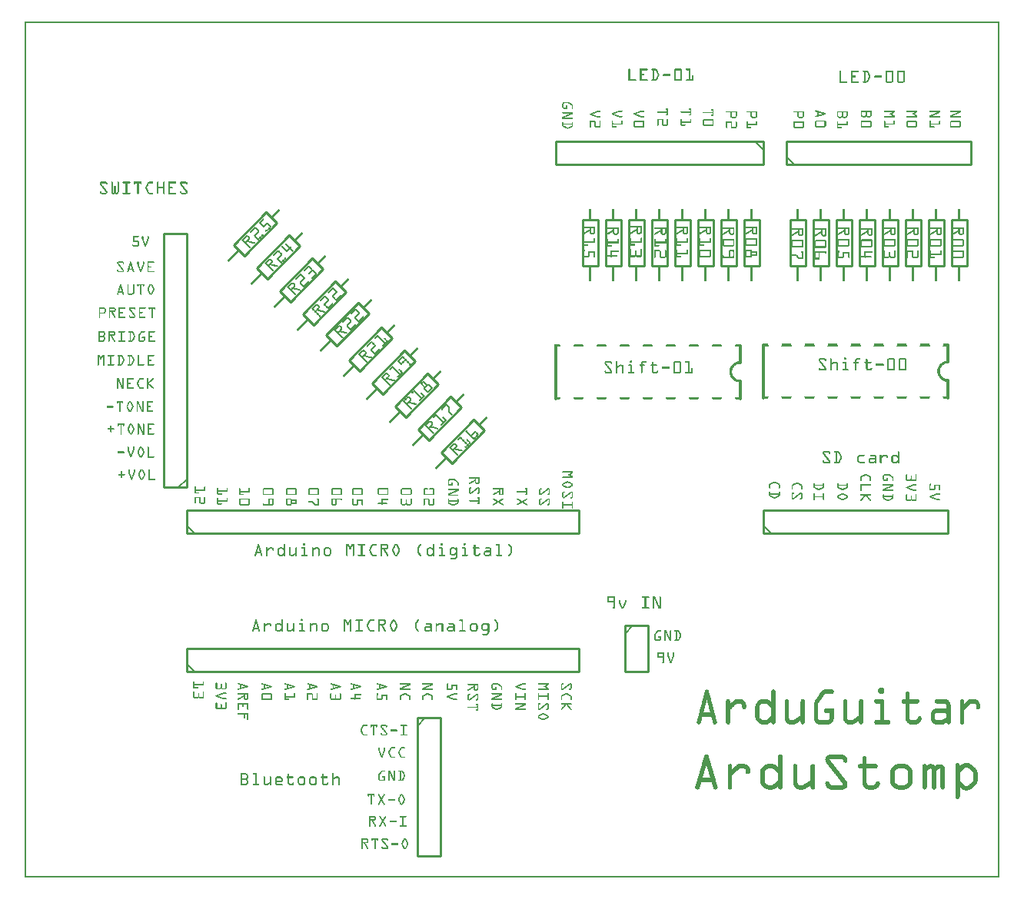
<source format=gto>
G04 MADE WITH FRITZING*
G04 WWW.FRITZING.ORG*
G04 DOUBLE SIDED*
G04 HOLES PLATED*
G04 CONTOUR ON CENTER OF CONTOUR VECTOR*
%ASAXBY*%
%FSLAX23Y23*%
%MOIN*%
%OFA0B0*%
%SFA1.0B1.0*%
%ADD10C,0.010000*%
%ADD11C,0.005000*%
%ADD12C,0.012000*%
%ADD13R,0.001000X0.001000*%
%LNSILK1*%
G90*
G70*
G54D10*
X3203Y3194D02*
X2303Y3194D01*
D02*
X2303Y3194D02*
X2303Y3094D01*
D02*
X2303Y3094D02*
X3203Y3094D01*
D02*
X3203Y3094D02*
X3203Y3194D01*
G54D11*
D02*
X3168Y3194D02*
X3203Y3159D01*
G54D10*
D02*
X703Y1694D02*
X703Y2794D01*
D02*
X703Y2794D02*
X603Y2794D01*
D02*
X603Y2794D02*
X603Y1694D01*
D02*
X603Y1694D02*
X703Y1694D01*
G54D11*
D02*
X703Y1729D02*
X668Y1694D01*
G54D10*
D02*
X703Y894D02*
X2403Y894D01*
D02*
X2403Y894D02*
X2403Y994D01*
D02*
X2403Y994D02*
X703Y994D01*
D02*
X703Y994D02*
X703Y894D01*
G54D11*
D02*
X738Y894D02*
X703Y929D01*
G54D10*
D02*
X703Y1494D02*
X2403Y1494D01*
D02*
X2403Y1494D02*
X2403Y1594D01*
D02*
X2403Y1594D02*
X703Y1594D01*
D02*
X703Y1594D02*
X703Y1494D01*
G54D11*
D02*
X738Y1494D02*
X703Y1529D01*
G54D12*
D02*
X3205Y2082D02*
X3205Y2312D01*
D02*
X4005Y2082D02*
X4005Y2157D01*
D02*
X4005Y2312D02*
X4005Y2237D01*
D02*
X2303Y2079D02*
X2303Y2309D01*
D02*
X3103Y2079D02*
X3103Y2154D01*
D02*
X3103Y2309D02*
X3103Y2234D01*
G54D10*
D02*
X1703Y694D02*
X1703Y94D01*
D02*
X1703Y94D02*
X1803Y94D01*
D02*
X1803Y94D02*
X1803Y694D01*
D02*
X1803Y694D02*
X1703Y694D01*
G54D11*
D02*
X1703Y659D02*
X1738Y694D01*
G54D10*
D02*
X2603Y1094D02*
X2603Y894D01*
D02*
X2603Y894D02*
X2703Y894D01*
D02*
X2703Y894D02*
X2703Y1094D01*
D02*
X2703Y1094D02*
X2603Y1094D01*
G54D11*
D02*
X2603Y1059D02*
X2638Y1094D01*
G54D10*
D02*
X2520Y2654D02*
X2520Y2854D01*
D02*
X2520Y2854D02*
X2586Y2854D01*
D02*
X2586Y2854D02*
X2586Y2654D01*
D02*
X2586Y2654D02*
X2520Y2654D01*
D02*
X2920Y2654D02*
X2920Y2854D01*
D02*
X2920Y2854D02*
X2986Y2854D01*
D02*
X2986Y2854D02*
X2986Y2654D01*
D02*
X2986Y2654D02*
X2920Y2654D01*
D02*
X1007Y2645D02*
X1148Y2786D01*
D02*
X1148Y2786D02*
X1195Y2740D01*
D02*
X1195Y2740D02*
X1054Y2598D01*
D02*
X1054Y2598D02*
X1007Y2645D01*
D02*
X1207Y2445D02*
X1348Y2586D01*
D02*
X1348Y2586D02*
X1395Y2540D01*
D02*
X1395Y2540D02*
X1254Y2398D01*
D02*
X1254Y2398D02*
X1207Y2445D01*
D02*
X1107Y2545D02*
X1248Y2686D01*
D02*
X1248Y2686D02*
X1295Y2640D01*
D02*
X1295Y2640D02*
X1154Y2498D01*
D02*
X1154Y2498D02*
X1107Y2545D01*
D02*
X3020Y2654D02*
X3020Y2854D01*
D02*
X3020Y2854D02*
X3086Y2854D01*
D02*
X3086Y2854D02*
X3086Y2654D01*
D02*
X3086Y2654D02*
X3020Y2654D01*
D02*
X2820Y2654D02*
X2820Y2854D01*
D02*
X2820Y2854D02*
X2886Y2854D01*
D02*
X2886Y2854D02*
X2886Y2654D01*
D02*
X2886Y2654D02*
X2820Y2654D01*
D02*
X1307Y2354D02*
X1448Y2495D01*
D02*
X1448Y2495D02*
X1495Y2449D01*
D02*
X1495Y2449D02*
X1354Y2307D01*
D02*
X1354Y2307D02*
X1307Y2354D01*
D02*
X3120Y2654D02*
X3120Y2854D01*
D02*
X3120Y2854D02*
X3186Y2854D01*
D02*
X3186Y2854D02*
X3186Y2654D01*
D02*
X3186Y2654D02*
X3120Y2654D01*
D02*
X2620Y2654D02*
X2620Y2854D01*
D02*
X2620Y2854D02*
X2686Y2854D01*
D02*
X2686Y2854D02*
X2686Y2654D01*
D02*
X2686Y2654D02*
X2620Y2654D01*
D02*
X2720Y2654D02*
X2720Y2854D01*
D02*
X2720Y2854D02*
X2786Y2854D01*
D02*
X2786Y2854D02*
X2786Y2654D01*
D02*
X2786Y2654D02*
X2720Y2654D01*
D02*
X2420Y2654D02*
X2420Y2854D01*
D02*
X2420Y2854D02*
X2486Y2854D01*
D02*
X2486Y2854D02*
X2486Y2654D01*
D02*
X2486Y2654D02*
X2420Y2654D01*
D02*
X907Y2745D02*
X1048Y2886D01*
D02*
X1048Y2886D02*
X1095Y2840D01*
D02*
X1095Y2840D02*
X954Y2698D01*
D02*
X954Y2698D02*
X907Y2745D01*
D02*
X3620Y2654D02*
X3620Y2854D01*
D02*
X3620Y2854D02*
X3686Y2854D01*
D02*
X3686Y2854D02*
X3686Y2654D01*
D02*
X3686Y2654D02*
X3620Y2654D01*
D02*
X3520Y2654D02*
X3520Y2854D01*
D02*
X3520Y2854D02*
X3586Y2854D01*
D02*
X3586Y2854D02*
X3586Y2654D01*
D02*
X3586Y2654D02*
X3520Y2654D01*
D02*
X3303Y3094D02*
X4103Y3094D01*
D02*
X4103Y3094D02*
X4103Y3194D01*
D02*
X4103Y3194D02*
X3303Y3194D01*
D02*
X3303Y3194D02*
X3303Y3094D01*
G54D11*
D02*
X3338Y3094D02*
X3303Y3129D01*
G54D10*
D02*
X3720Y2654D02*
X3720Y2854D01*
D02*
X3720Y2854D02*
X3786Y2854D01*
D02*
X3786Y2854D02*
X3786Y2654D01*
D02*
X3786Y2654D02*
X3720Y2654D01*
D02*
X3920Y2654D02*
X3920Y2854D01*
D02*
X3920Y2854D02*
X3986Y2854D01*
D02*
X3986Y2854D02*
X3986Y2654D01*
D02*
X3986Y2654D02*
X3920Y2654D01*
D02*
X4020Y2654D02*
X4020Y2854D01*
D02*
X4020Y2854D02*
X4086Y2854D01*
D02*
X4086Y2854D02*
X4086Y2654D01*
D02*
X4086Y2654D02*
X4020Y2654D01*
D02*
X3820Y2654D02*
X3820Y2854D01*
D02*
X3820Y2854D02*
X3886Y2854D01*
D02*
X3886Y2854D02*
X3886Y2654D01*
D02*
X3886Y2654D02*
X3820Y2654D01*
D02*
X1407Y2245D02*
X1548Y2386D01*
D02*
X1548Y2386D02*
X1595Y2340D01*
D02*
X1595Y2340D02*
X1454Y2198D01*
D02*
X1454Y2198D02*
X1407Y2245D01*
D02*
X3203Y1494D02*
X4003Y1494D01*
D02*
X4003Y1494D02*
X4003Y1594D01*
D02*
X4003Y1594D02*
X3203Y1594D01*
D02*
X3203Y1594D02*
X3203Y1494D01*
G54D11*
D02*
X3238Y1494D02*
X3203Y1529D01*
G54D10*
D02*
X1507Y2145D02*
X1648Y2286D01*
D02*
X1648Y2286D02*
X1695Y2240D01*
D02*
X1695Y2240D02*
X1554Y2098D01*
D02*
X1554Y2098D02*
X1507Y2145D01*
D02*
X1607Y2045D02*
X1748Y2186D01*
D02*
X1748Y2186D02*
X1795Y2140D01*
D02*
X1795Y2140D02*
X1654Y1998D01*
D02*
X1654Y1998D02*
X1607Y2045D01*
D02*
X1707Y1945D02*
X1848Y2086D01*
D02*
X1848Y2086D02*
X1895Y2040D01*
D02*
X1895Y2040D02*
X1754Y1898D01*
D02*
X1754Y1898D02*
X1707Y1945D01*
D02*
X3420Y2654D02*
X3420Y2854D01*
D02*
X3420Y2854D02*
X3486Y2854D01*
D02*
X3486Y2854D02*
X3486Y2654D01*
D02*
X3486Y2654D02*
X3420Y2654D01*
D02*
X1807Y1845D02*
X1948Y1986D01*
D02*
X1948Y1986D02*
X1995Y1940D01*
D02*
X1995Y1940D02*
X1854Y1798D01*
D02*
X1854Y1798D02*
X1807Y1845D01*
D02*
X3320Y2654D02*
X3320Y2854D01*
D02*
X3320Y2854D02*
X3386Y2854D01*
D02*
X3386Y2854D02*
X3386Y2654D01*
D02*
X3386Y2654D02*
X3320Y2654D01*
G54D13*
X0Y3714D02*
X4227Y3714D01*
X0Y3713D02*
X4227Y3713D01*
X0Y3712D02*
X4227Y3712D01*
X0Y3711D02*
X4227Y3711D01*
X0Y3710D02*
X4227Y3710D01*
X0Y3709D02*
X4227Y3709D01*
X0Y3708D02*
X4227Y3708D01*
X0Y3707D02*
X4227Y3707D01*
X0Y3706D02*
X7Y3706D01*
X4220Y3706D02*
X4227Y3706D01*
X0Y3705D02*
X7Y3705D01*
X4220Y3705D02*
X4227Y3705D01*
X0Y3704D02*
X7Y3704D01*
X4220Y3704D02*
X4227Y3704D01*
X0Y3703D02*
X7Y3703D01*
X4220Y3703D02*
X4227Y3703D01*
X0Y3702D02*
X7Y3702D01*
X4220Y3702D02*
X4227Y3702D01*
X0Y3701D02*
X7Y3701D01*
X4220Y3701D02*
X4227Y3701D01*
X0Y3700D02*
X7Y3700D01*
X4220Y3700D02*
X4227Y3700D01*
X0Y3699D02*
X7Y3699D01*
X4220Y3699D02*
X4227Y3699D01*
X0Y3698D02*
X7Y3698D01*
X4220Y3698D02*
X4227Y3698D01*
X0Y3697D02*
X7Y3697D01*
X4220Y3697D02*
X4227Y3697D01*
X0Y3696D02*
X7Y3696D01*
X4220Y3696D02*
X4227Y3696D01*
X0Y3695D02*
X7Y3695D01*
X4220Y3695D02*
X4227Y3695D01*
X0Y3694D02*
X7Y3694D01*
X4220Y3694D02*
X4227Y3694D01*
X0Y3693D02*
X7Y3693D01*
X4220Y3693D02*
X4227Y3693D01*
X0Y3692D02*
X7Y3692D01*
X4220Y3692D02*
X4227Y3692D01*
X0Y3691D02*
X7Y3691D01*
X4220Y3691D02*
X4227Y3691D01*
X0Y3690D02*
X7Y3690D01*
X4220Y3690D02*
X4227Y3690D01*
X0Y3689D02*
X7Y3689D01*
X4220Y3689D02*
X4227Y3689D01*
X0Y3688D02*
X7Y3688D01*
X4220Y3688D02*
X4227Y3688D01*
X0Y3687D02*
X7Y3687D01*
X4220Y3687D02*
X4227Y3687D01*
X0Y3686D02*
X7Y3686D01*
X4220Y3686D02*
X4227Y3686D01*
X0Y3685D02*
X7Y3685D01*
X4220Y3685D02*
X4227Y3685D01*
X0Y3684D02*
X7Y3684D01*
X4220Y3684D02*
X4227Y3684D01*
X0Y3683D02*
X7Y3683D01*
X4220Y3683D02*
X4227Y3683D01*
X0Y3682D02*
X7Y3682D01*
X4220Y3682D02*
X4227Y3682D01*
X0Y3681D02*
X7Y3681D01*
X4220Y3681D02*
X4227Y3681D01*
X0Y3680D02*
X7Y3680D01*
X4220Y3680D02*
X4227Y3680D01*
X0Y3679D02*
X7Y3679D01*
X4220Y3679D02*
X4227Y3679D01*
X0Y3678D02*
X7Y3678D01*
X4220Y3678D02*
X4227Y3678D01*
X0Y3677D02*
X7Y3677D01*
X4220Y3677D02*
X4227Y3677D01*
X0Y3676D02*
X7Y3676D01*
X4220Y3676D02*
X4227Y3676D01*
X0Y3675D02*
X7Y3675D01*
X4220Y3675D02*
X4227Y3675D01*
X0Y3674D02*
X7Y3674D01*
X4220Y3674D02*
X4227Y3674D01*
X0Y3673D02*
X7Y3673D01*
X4220Y3673D02*
X4227Y3673D01*
X0Y3672D02*
X7Y3672D01*
X4220Y3672D02*
X4227Y3672D01*
X0Y3671D02*
X7Y3671D01*
X4220Y3671D02*
X4227Y3671D01*
X0Y3670D02*
X7Y3670D01*
X4220Y3670D02*
X4227Y3670D01*
X0Y3669D02*
X7Y3669D01*
X4220Y3669D02*
X4227Y3669D01*
X0Y3668D02*
X7Y3668D01*
X4220Y3668D02*
X4227Y3668D01*
X0Y3667D02*
X7Y3667D01*
X4220Y3667D02*
X4227Y3667D01*
X0Y3666D02*
X7Y3666D01*
X4220Y3666D02*
X4227Y3666D01*
X0Y3665D02*
X7Y3665D01*
X4220Y3665D02*
X4227Y3665D01*
X0Y3664D02*
X7Y3664D01*
X4220Y3664D02*
X4227Y3664D01*
X0Y3663D02*
X7Y3663D01*
X4220Y3663D02*
X4227Y3663D01*
X0Y3662D02*
X7Y3662D01*
X4220Y3662D02*
X4227Y3662D01*
X0Y3661D02*
X7Y3661D01*
X4220Y3661D02*
X4227Y3661D01*
X0Y3660D02*
X7Y3660D01*
X4220Y3660D02*
X4227Y3660D01*
X0Y3659D02*
X7Y3659D01*
X4220Y3659D02*
X4227Y3659D01*
X0Y3658D02*
X7Y3658D01*
X4220Y3658D02*
X4227Y3658D01*
X0Y3657D02*
X7Y3657D01*
X4220Y3657D02*
X4227Y3657D01*
X0Y3656D02*
X7Y3656D01*
X4220Y3656D02*
X4227Y3656D01*
X0Y3655D02*
X7Y3655D01*
X4220Y3655D02*
X4227Y3655D01*
X0Y3654D02*
X7Y3654D01*
X4220Y3654D02*
X4227Y3654D01*
X0Y3653D02*
X7Y3653D01*
X4220Y3653D02*
X4227Y3653D01*
X0Y3652D02*
X7Y3652D01*
X4220Y3652D02*
X4227Y3652D01*
X0Y3651D02*
X7Y3651D01*
X4220Y3651D02*
X4227Y3651D01*
X0Y3650D02*
X7Y3650D01*
X4220Y3650D02*
X4227Y3650D01*
X0Y3649D02*
X7Y3649D01*
X4220Y3649D02*
X4227Y3649D01*
X0Y3648D02*
X7Y3648D01*
X4220Y3648D02*
X4227Y3648D01*
X0Y3647D02*
X7Y3647D01*
X4220Y3647D02*
X4227Y3647D01*
X0Y3646D02*
X7Y3646D01*
X4220Y3646D02*
X4227Y3646D01*
X0Y3645D02*
X7Y3645D01*
X4220Y3645D02*
X4227Y3645D01*
X0Y3644D02*
X7Y3644D01*
X4220Y3644D02*
X4227Y3644D01*
X0Y3643D02*
X7Y3643D01*
X4220Y3643D02*
X4227Y3643D01*
X0Y3642D02*
X7Y3642D01*
X4220Y3642D02*
X4227Y3642D01*
X0Y3641D02*
X7Y3641D01*
X4220Y3641D02*
X4227Y3641D01*
X0Y3640D02*
X7Y3640D01*
X4220Y3640D02*
X4227Y3640D01*
X0Y3639D02*
X7Y3639D01*
X4220Y3639D02*
X4227Y3639D01*
X0Y3638D02*
X7Y3638D01*
X4220Y3638D02*
X4227Y3638D01*
X0Y3637D02*
X7Y3637D01*
X4220Y3637D02*
X4227Y3637D01*
X0Y3636D02*
X7Y3636D01*
X4220Y3636D02*
X4227Y3636D01*
X0Y3635D02*
X7Y3635D01*
X4220Y3635D02*
X4227Y3635D01*
X0Y3634D02*
X7Y3634D01*
X4220Y3634D02*
X4227Y3634D01*
X0Y3633D02*
X7Y3633D01*
X4220Y3633D02*
X4227Y3633D01*
X0Y3632D02*
X7Y3632D01*
X4220Y3632D02*
X4227Y3632D01*
X0Y3631D02*
X7Y3631D01*
X4220Y3631D02*
X4227Y3631D01*
X0Y3630D02*
X7Y3630D01*
X4220Y3630D02*
X4227Y3630D01*
X0Y3629D02*
X7Y3629D01*
X4220Y3629D02*
X4227Y3629D01*
X0Y3628D02*
X7Y3628D01*
X4220Y3628D02*
X4227Y3628D01*
X0Y3627D02*
X7Y3627D01*
X4220Y3627D02*
X4227Y3627D01*
X0Y3626D02*
X7Y3626D01*
X4220Y3626D02*
X4227Y3626D01*
X0Y3625D02*
X7Y3625D01*
X4220Y3625D02*
X4227Y3625D01*
X0Y3624D02*
X7Y3624D01*
X4220Y3624D02*
X4227Y3624D01*
X0Y3623D02*
X7Y3623D01*
X4220Y3623D02*
X4227Y3623D01*
X0Y3622D02*
X7Y3622D01*
X4220Y3622D02*
X4227Y3622D01*
X0Y3621D02*
X7Y3621D01*
X4220Y3621D02*
X4227Y3621D01*
X0Y3620D02*
X7Y3620D01*
X4220Y3620D02*
X4227Y3620D01*
X0Y3619D02*
X7Y3619D01*
X4220Y3619D02*
X4227Y3619D01*
X0Y3618D02*
X7Y3618D01*
X4220Y3618D02*
X4227Y3618D01*
X0Y3617D02*
X7Y3617D01*
X4220Y3617D02*
X4227Y3617D01*
X0Y3616D02*
X7Y3616D01*
X4220Y3616D02*
X4227Y3616D01*
X0Y3615D02*
X7Y3615D01*
X4220Y3615D02*
X4227Y3615D01*
X0Y3614D02*
X7Y3614D01*
X4220Y3614D02*
X4227Y3614D01*
X0Y3613D02*
X7Y3613D01*
X4220Y3613D02*
X4227Y3613D01*
X0Y3612D02*
X7Y3612D01*
X4220Y3612D02*
X4227Y3612D01*
X0Y3611D02*
X7Y3611D01*
X4220Y3611D02*
X4227Y3611D01*
X0Y3610D02*
X7Y3610D01*
X4220Y3610D02*
X4227Y3610D01*
X0Y3609D02*
X7Y3609D01*
X4220Y3609D02*
X4227Y3609D01*
X0Y3608D02*
X7Y3608D01*
X4220Y3608D02*
X4227Y3608D01*
X0Y3607D02*
X7Y3607D01*
X4220Y3607D02*
X4227Y3607D01*
X0Y3606D02*
X7Y3606D01*
X4220Y3606D02*
X4227Y3606D01*
X0Y3605D02*
X7Y3605D01*
X4220Y3605D02*
X4227Y3605D01*
X0Y3604D02*
X7Y3604D01*
X4220Y3604D02*
X4227Y3604D01*
X0Y3603D02*
X7Y3603D01*
X4220Y3603D02*
X4227Y3603D01*
X0Y3602D02*
X7Y3602D01*
X4220Y3602D02*
X4227Y3602D01*
X0Y3601D02*
X7Y3601D01*
X4220Y3601D02*
X4227Y3601D01*
X0Y3600D02*
X7Y3600D01*
X4220Y3600D02*
X4227Y3600D01*
X0Y3599D02*
X7Y3599D01*
X4220Y3599D02*
X4227Y3599D01*
X0Y3598D02*
X7Y3598D01*
X4220Y3598D02*
X4227Y3598D01*
X0Y3597D02*
X7Y3597D01*
X4220Y3597D02*
X4227Y3597D01*
X0Y3596D02*
X7Y3596D01*
X4220Y3596D02*
X4227Y3596D01*
X0Y3595D02*
X7Y3595D01*
X4220Y3595D02*
X4227Y3595D01*
X0Y3594D02*
X7Y3594D01*
X4220Y3594D02*
X4227Y3594D01*
X0Y3593D02*
X7Y3593D01*
X4220Y3593D02*
X4227Y3593D01*
X0Y3592D02*
X7Y3592D01*
X4220Y3592D02*
X4227Y3592D01*
X0Y3591D02*
X7Y3591D01*
X4220Y3591D02*
X4227Y3591D01*
X0Y3590D02*
X7Y3590D01*
X4220Y3590D02*
X4227Y3590D01*
X0Y3589D02*
X7Y3589D01*
X4220Y3589D02*
X4227Y3589D01*
X0Y3588D02*
X7Y3588D01*
X4220Y3588D02*
X4227Y3588D01*
X0Y3587D02*
X7Y3587D01*
X4220Y3587D02*
X4227Y3587D01*
X0Y3586D02*
X7Y3586D01*
X4220Y3586D02*
X4227Y3586D01*
X0Y3585D02*
X7Y3585D01*
X4220Y3585D02*
X4227Y3585D01*
X0Y3584D02*
X7Y3584D01*
X4220Y3584D02*
X4227Y3584D01*
X0Y3583D02*
X7Y3583D01*
X4220Y3583D02*
X4227Y3583D01*
X0Y3582D02*
X7Y3582D01*
X4220Y3582D02*
X4227Y3582D01*
X0Y3581D02*
X7Y3581D01*
X4220Y3581D02*
X4227Y3581D01*
X0Y3580D02*
X7Y3580D01*
X4220Y3580D02*
X4227Y3580D01*
X0Y3579D02*
X7Y3579D01*
X4220Y3579D02*
X4227Y3579D01*
X0Y3578D02*
X7Y3578D01*
X4220Y3578D02*
X4227Y3578D01*
X0Y3577D02*
X7Y3577D01*
X4220Y3577D02*
X4227Y3577D01*
X0Y3576D02*
X7Y3576D01*
X4220Y3576D02*
X4227Y3576D01*
X0Y3575D02*
X7Y3575D01*
X4220Y3575D02*
X4227Y3575D01*
X0Y3574D02*
X7Y3574D01*
X4220Y3574D02*
X4227Y3574D01*
X0Y3573D02*
X7Y3573D01*
X4220Y3573D02*
X4227Y3573D01*
X0Y3572D02*
X7Y3572D01*
X4220Y3572D02*
X4227Y3572D01*
X0Y3571D02*
X7Y3571D01*
X4220Y3571D02*
X4227Y3571D01*
X0Y3570D02*
X7Y3570D01*
X4220Y3570D02*
X4227Y3570D01*
X0Y3569D02*
X7Y3569D01*
X4220Y3569D02*
X4227Y3569D01*
X0Y3568D02*
X7Y3568D01*
X4220Y3568D02*
X4227Y3568D01*
X0Y3567D02*
X7Y3567D01*
X4220Y3567D02*
X4227Y3567D01*
X0Y3566D02*
X7Y3566D01*
X4220Y3566D02*
X4227Y3566D01*
X0Y3565D02*
X7Y3565D01*
X4220Y3565D02*
X4227Y3565D01*
X0Y3564D02*
X7Y3564D01*
X4220Y3564D02*
X4227Y3564D01*
X0Y3563D02*
X7Y3563D01*
X4220Y3563D02*
X4227Y3563D01*
X0Y3562D02*
X7Y3562D01*
X4220Y3562D02*
X4227Y3562D01*
X0Y3561D02*
X7Y3561D01*
X4220Y3561D02*
X4227Y3561D01*
X0Y3560D02*
X7Y3560D01*
X4220Y3560D02*
X4227Y3560D01*
X0Y3559D02*
X7Y3559D01*
X4220Y3559D02*
X4227Y3559D01*
X0Y3558D02*
X7Y3558D01*
X4220Y3558D02*
X4227Y3558D01*
X0Y3557D02*
X7Y3557D01*
X4220Y3557D02*
X4227Y3557D01*
X0Y3556D02*
X7Y3556D01*
X4220Y3556D02*
X4227Y3556D01*
X0Y3555D02*
X7Y3555D01*
X4220Y3555D02*
X4227Y3555D01*
X0Y3554D02*
X7Y3554D01*
X4220Y3554D02*
X4227Y3554D01*
X0Y3553D02*
X7Y3553D01*
X4220Y3553D02*
X4227Y3553D01*
X0Y3552D02*
X7Y3552D01*
X4220Y3552D02*
X4227Y3552D01*
X0Y3551D02*
X7Y3551D01*
X4220Y3551D02*
X4227Y3551D01*
X0Y3550D02*
X7Y3550D01*
X4220Y3550D02*
X4227Y3550D01*
X0Y3549D02*
X7Y3549D01*
X4220Y3549D02*
X4227Y3549D01*
X0Y3548D02*
X7Y3548D01*
X4220Y3548D02*
X4227Y3548D01*
X0Y3547D02*
X7Y3547D01*
X4220Y3547D02*
X4227Y3547D01*
X0Y3546D02*
X7Y3546D01*
X4220Y3546D02*
X4227Y3546D01*
X0Y3545D02*
X7Y3545D01*
X4220Y3545D02*
X4227Y3545D01*
X0Y3544D02*
X7Y3544D01*
X4220Y3544D02*
X4227Y3544D01*
X0Y3543D02*
X7Y3543D01*
X4220Y3543D02*
X4227Y3543D01*
X0Y3542D02*
X7Y3542D01*
X4220Y3542D02*
X4227Y3542D01*
X0Y3541D02*
X7Y3541D01*
X4220Y3541D02*
X4227Y3541D01*
X0Y3540D02*
X7Y3540D01*
X4220Y3540D02*
X4227Y3540D01*
X0Y3539D02*
X7Y3539D01*
X4220Y3539D02*
X4227Y3539D01*
X0Y3538D02*
X7Y3538D01*
X4220Y3538D02*
X4227Y3538D01*
X0Y3537D02*
X7Y3537D01*
X4220Y3537D02*
X4227Y3537D01*
X0Y3536D02*
X7Y3536D01*
X4220Y3536D02*
X4227Y3536D01*
X0Y3535D02*
X7Y3535D01*
X4220Y3535D02*
X4227Y3535D01*
X0Y3534D02*
X7Y3534D01*
X4220Y3534D02*
X4227Y3534D01*
X0Y3533D02*
X7Y3533D01*
X4220Y3533D02*
X4227Y3533D01*
X0Y3532D02*
X7Y3532D01*
X4220Y3532D02*
X4227Y3532D01*
X0Y3531D02*
X7Y3531D01*
X4220Y3531D02*
X4227Y3531D01*
X0Y3530D02*
X7Y3530D01*
X4220Y3530D02*
X4227Y3530D01*
X0Y3529D02*
X7Y3529D01*
X4220Y3529D02*
X4227Y3529D01*
X0Y3528D02*
X7Y3528D01*
X4220Y3528D02*
X4227Y3528D01*
X0Y3527D02*
X7Y3527D01*
X4220Y3527D02*
X4227Y3527D01*
X0Y3526D02*
X7Y3526D01*
X4220Y3526D02*
X4227Y3526D01*
X0Y3525D02*
X7Y3525D01*
X4220Y3525D02*
X4227Y3525D01*
X0Y3524D02*
X7Y3524D01*
X4220Y3524D02*
X4227Y3524D01*
X0Y3523D02*
X7Y3523D01*
X4220Y3523D02*
X4227Y3523D01*
X0Y3522D02*
X7Y3522D01*
X4220Y3522D02*
X4227Y3522D01*
X0Y3521D02*
X7Y3521D01*
X4220Y3521D02*
X4227Y3521D01*
X0Y3520D02*
X7Y3520D01*
X4220Y3520D02*
X4227Y3520D01*
X0Y3519D02*
X7Y3519D01*
X4220Y3519D02*
X4227Y3519D01*
X0Y3518D02*
X7Y3518D01*
X4220Y3518D02*
X4227Y3518D01*
X0Y3517D02*
X7Y3517D01*
X4220Y3517D02*
X4227Y3517D01*
X0Y3516D02*
X7Y3516D01*
X4220Y3516D02*
X4227Y3516D01*
X0Y3515D02*
X7Y3515D01*
X4220Y3515D02*
X4227Y3515D01*
X0Y3514D02*
X7Y3514D01*
X4220Y3514D02*
X4227Y3514D01*
X0Y3513D02*
X7Y3513D01*
X4220Y3513D02*
X4227Y3513D01*
X0Y3512D02*
X7Y3512D01*
X4220Y3512D02*
X4227Y3512D01*
X0Y3511D02*
X7Y3511D01*
X4220Y3511D02*
X4227Y3511D01*
X0Y3510D02*
X7Y3510D01*
X4220Y3510D02*
X4227Y3510D01*
X0Y3509D02*
X7Y3509D01*
X2620Y3509D02*
X2624Y3509D01*
X2669Y3509D02*
X2701Y3509D01*
X2720Y3509D02*
X2738Y3509D01*
X2821Y3509D02*
X2847Y3509D01*
X2869Y3509D02*
X2887Y3509D01*
X4220Y3509D02*
X4227Y3509D01*
X0Y3508D02*
X7Y3508D01*
X2619Y3508D02*
X2624Y3508D01*
X2669Y3508D02*
X2701Y3508D01*
X2719Y3508D02*
X2739Y3508D01*
X2820Y3508D02*
X2849Y3508D01*
X2868Y3508D02*
X2887Y3508D01*
X4220Y3508D02*
X4227Y3508D01*
X0Y3507D02*
X7Y3507D01*
X2619Y3507D02*
X2625Y3507D01*
X2669Y3507D02*
X2702Y3507D01*
X2718Y3507D02*
X2741Y3507D01*
X2819Y3507D02*
X2850Y3507D01*
X2867Y3507D02*
X2887Y3507D01*
X4220Y3507D02*
X4227Y3507D01*
X0Y3506D02*
X7Y3506D01*
X2619Y3506D02*
X2625Y3506D01*
X2669Y3506D02*
X2702Y3506D01*
X2718Y3506D02*
X2742Y3506D01*
X2818Y3506D02*
X2850Y3506D01*
X2867Y3506D02*
X2887Y3506D01*
X4220Y3506D02*
X4227Y3506D01*
X0Y3505D02*
X7Y3505D01*
X2619Y3505D02*
X2625Y3505D01*
X2669Y3505D02*
X2702Y3505D01*
X2719Y3505D02*
X2742Y3505D01*
X2818Y3505D02*
X2851Y3505D01*
X2868Y3505D02*
X2887Y3505D01*
X4220Y3505D02*
X4227Y3505D01*
X0Y3504D02*
X7Y3504D01*
X2619Y3504D02*
X2625Y3504D01*
X2669Y3504D02*
X2701Y3504D01*
X2719Y3504D02*
X2743Y3504D01*
X2818Y3504D02*
X2851Y3504D01*
X2868Y3504D02*
X2887Y3504D01*
X4220Y3504D02*
X4227Y3504D01*
X0Y3503D02*
X7Y3503D01*
X2619Y3503D02*
X2625Y3503D01*
X2669Y3503D02*
X2699Y3503D01*
X2721Y3503D02*
X2743Y3503D01*
X2818Y3503D02*
X2851Y3503D01*
X2870Y3503D02*
X2887Y3503D01*
X4220Y3503D02*
X4227Y3503D01*
X0Y3502D02*
X7Y3502D01*
X2619Y3502D02*
X2625Y3502D01*
X2669Y3502D02*
X2675Y3502D01*
X2725Y3502D02*
X2731Y3502D01*
X2737Y3502D02*
X2744Y3502D01*
X2818Y3502D02*
X2824Y3502D01*
X2845Y3502D02*
X2851Y3502D01*
X2881Y3502D02*
X2887Y3502D01*
X3536Y3502D02*
X3539Y3502D01*
X3584Y3502D02*
X3616Y3502D01*
X3636Y3502D02*
X3653Y3502D01*
X3738Y3502D02*
X3762Y3502D01*
X3787Y3502D02*
X3812Y3502D01*
X4220Y3502D02*
X4227Y3502D01*
X0Y3501D02*
X7Y3501D01*
X2619Y3501D02*
X2625Y3501D01*
X2669Y3501D02*
X2675Y3501D01*
X2725Y3501D02*
X2731Y3501D01*
X2738Y3501D02*
X2744Y3501D01*
X2818Y3501D02*
X2824Y3501D01*
X2845Y3501D02*
X2851Y3501D01*
X2881Y3501D02*
X2887Y3501D01*
X3535Y3501D02*
X3540Y3501D01*
X3584Y3501D02*
X3617Y3501D01*
X3635Y3501D02*
X3655Y3501D01*
X3736Y3501D02*
X3764Y3501D01*
X3786Y3501D02*
X3814Y3501D01*
X4220Y3501D02*
X4227Y3501D01*
X0Y3500D02*
X7Y3500D01*
X2619Y3500D02*
X2625Y3500D01*
X2669Y3500D02*
X2675Y3500D01*
X2725Y3500D02*
X2731Y3500D01*
X2738Y3500D02*
X2745Y3500D01*
X2818Y3500D02*
X2824Y3500D01*
X2845Y3500D02*
X2851Y3500D01*
X2881Y3500D02*
X2887Y3500D01*
X3535Y3500D02*
X3540Y3500D01*
X3584Y3500D02*
X3617Y3500D01*
X3634Y3500D02*
X3656Y3500D01*
X3735Y3500D02*
X3765Y3500D01*
X3785Y3500D02*
X3815Y3500D01*
X4220Y3500D02*
X4227Y3500D01*
X0Y3499D02*
X7Y3499D01*
X2619Y3499D02*
X2625Y3499D01*
X2669Y3499D02*
X2675Y3499D01*
X2725Y3499D02*
X2731Y3499D01*
X2739Y3499D02*
X2745Y3499D01*
X2818Y3499D02*
X2824Y3499D01*
X2845Y3499D02*
X2851Y3499D01*
X2881Y3499D02*
X2887Y3499D01*
X3535Y3499D02*
X3541Y3499D01*
X3584Y3499D02*
X3618Y3499D01*
X3634Y3499D02*
X3657Y3499D01*
X3734Y3499D02*
X3766Y3499D01*
X3784Y3499D02*
X3815Y3499D01*
X4220Y3499D02*
X4227Y3499D01*
X0Y3498D02*
X7Y3498D01*
X2619Y3498D02*
X2625Y3498D01*
X2669Y3498D02*
X2675Y3498D01*
X2725Y3498D02*
X2731Y3498D01*
X2739Y3498D02*
X2746Y3498D01*
X2818Y3498D02*
X2824Y3498D01*
X2845Y3498D02*
X2851Y3498D01*
X2881Y3498D02*
X2887Y3498D01*
X3535Y3498D02*
X3541Y3498D01*
X3584Y3498D02*
X3617Y3498D01*
X3634Y3498D02*
X3658Y3498D01*
X3734Y3498D02*
X3766Y3498D01*
X3784Y3498D02*
X3816Y3498D01*
X4220Y3498D02*
X4227Y3498D01*
X0Y3497D02*
X7Y3497D01*
X2619Y3497D02*
X2625Y3497D01*
X2669Y3497D02*
X2675Y3497D01*
X2725Y3497D02*
X2731Y3497D01*
X2740Y3497D02*
X2746Y3497D01*
X2818Y3497D02*
X2824Y3497D01*
X2845Y3497D02*
X2851Y3497D01*
X2881Y3497D02*
X2887Y3497D01*
X3535Y3497D02*
X3541Y3497D01*
X3584Y3497D02*
X3617Y3497D01*
X3635Y3497D02*
X3658Y3497D01*
X3734Y3497D02*
X3766Y3497D01*
X3783Y3497D02*
X3816Y3497D01*
X4220Y3497D02*
X4227Y3497D01*
X0Y3496D02*
X7Y3496D01*
X2619Y3496D02*
X2625Y3496D01*
X2669Y3496D02*
X2675Y3496D01*
X2725Y3496D02*
X2731Y3496D01*
X2740Y3496D02*
X2747Y3496D01*
X2818Y3496D02*
X2824Y3496D01*
X2845Y3496D02*
X2851Y3496D01*
X2881Y3496D02*
X2887Y3496D01*
X3535Y3496D02*
X3541Y3496D01*
X3584Y3496D02*
X3616Y3496D01*
X3636Y3496D02*
X3659Y3496D01*
X3733Y3496D02*
X3767Y3496D01*
X3783Y3496D02*
X3816Y3496D01*
X4220Y3496D02*
X4227Y3496D01*
X0Y3495D02*
X7Y3495D01*
X2619Y3495D02*
X2625Y3495D01*
X2669Y3495D02*
X2675Y3495D01*
X2725Y3495D02*
X2731Y3495D01*
X2741Y3495D02*
X2747Y3495D01*
X2818Y3495D02*
X2824Y3495D01*
X2845Y3495D02*
X2851Y3495D01*
X2881Y3495D02*
X2887Y3495D01*
X3535Y3495D02*
X3541Y3495D01*
X3584Y3495D02*
X3590Y3495D01*
X3641Y3495D02*
X3647Y3495D01*
X3652Y3495D02*
X3659Y3495D01*
X3733Y3495D02*
X3739Y3495D01*
X3761Y3495D02*
X3767Y3495D01*
X3783Y3495D02*
X3789Y3495D01*
X3810Y3495D02*
X3816Y3495D01*
X4220Y3495D02*
X4227Y3495D01*
X0Y3494D02*
X7Y3494D01*
X2619Y3494D02*
X2625Y3494D01*
X2669Y3494D02*
X2675Y3494D01*
X2725Y3494D02*
X2731Y3494D01*
X2741Y3494D02*
X2748Y3494D01*
X2818Y3494D02*
X2824Y3494D01*
X2845Y3494D02*
X2851Y3494D01*
X2881Y3494D02*
X2887Y3494D01*
X3535Y3494D02*
X3541Y3494D01*
X3584Y3494D02*
X3590Y3494D01*
X3641Y3494D02*
X3647Y3494D01*
X3653Y3494D02*
X3660Y3494D01*
X3733Y3494D02*
X3739Y3494D01*
X3761Y3494D02*
X3767Y3494D01*
X3783Y3494D02*
X3789Y3494D01*
X3810Y3494D02*
X3816Y3494D01*
X4220Y3494D02*
X4227Y3494D01*
X0Y3493D02*
X7Y3493D01*
X2619Y3493D02*
X2625Y3493D01*
X2669Y3493D02*
X2675Y3493D01*
X2725Y3493D02*
X2731Y3493D01*
X2742Y3493D02*
X2748Y3493D01*
X2818Y3493D02*
X2824Y3493D01*
X2845Y3493D02*
X2851Y3493D01*
X2881Y3493D02*
X2887Y3493D01*
X3535Y3493D02*
X3541Y3493D01*
X3584Y3493D02*
X3590Y3493D01*
X3641Y3493D02*
X3647Y3493D01*
X3654Y3493D02*
X3660Y3493D01*
X3733Y3493D02*
X3739Y3493D01*
X3761Y3493D02*
X3767Y3493D01*
X3783Y3493D02*
X3789Y3493D01*
X3810Y3493D02*
X3816Y3493D01*
X4220Y3493D02*
X4227Y3493D01*
X0Y3492D02*
X7Y3492D01*
X2619Y3492D02*
X2625Y3492D01*
X2669Y3492D02*
X2675Y3492D01*
X2725Y3492D02*
X2731Y3492D01*
X2742Y3492D02*
X2749Y3492D01*
X2818Y3492D02*
X2824Y3492D01*
X2845Y3492D02*
X2851Y3492D01*
X2881Y3492D02*
X2887Y3492D01*
X3535Y3492D02*
X3541Y3492D01*
X3584Y3492D02*
X3590Y3492D01*
X3641Y3492D02*
X3647Y3492D01*
X3654Y3492D02*
X3661Y3492D01*
X3733Y3492D02*
X3739Y3492D01*
X3761Y3492D02*
X3767Y3492D01*
X3783Y3492D02*
X3789Y3492D01*
X3810Y3492D02*
X3816Y3492D01*
X4220Y3492D02*
X4227Y3492D01*
X0Y3491D02*
X7Y3491D01*
X2619Y3491D02*
X2625Y3491D01*
X2669Y3491D02*
X2675Y3491D01*
X2725Y3491D02*
X2731Y3491D01*
X2743Y3491D02*
X2749Y3491D01*
X2818Y3491D02*
X2824Y3491D01*
X2845Y3491D02*
X2851Y3491D01*
X2881Y3491D02*
X2887Y3491D01*
X3535Y3491D02*
X3541Y3491D01*
X3584Y3491D02*
X3590Y3491D01*
X3641Y3491D02*
X3647Y3491D01*
X3655Y3491D02*
X3661Y3491D01*
X3733Y3491D02*
X3739Y3491D01*
X3761Y3491D02*
X3767Y3491D01*
X3783Y3491D02*
X3789Y3491D01*
X3810Y3491D02*
X3816Y3491D01*
X4220Y3491D02*
X4227Y3491D01*
X0Y3490D02*
X7Y3490D01*
X2619Y3490D02*
X2625Y3490D01*
X2669Y3490D02*
X2675Y3490D01*
X2725Y3490D02*
X2731Y3490D01*
X2743Y3490D02*
X2750Y3490D01*
X2818Y3490D02*
X2824Y3490D01*
X2845Y3490D02*
X2851Y3490D01*
X2881Y3490D02*
X2887Y3490D01*
X3535Y3490D02*
X3541Y3490D01*
X3584Y3490D02*
X3590Y3490D01*
X3641Y3490D02*
X3647Y3490D01*
X3655Y3490D02*
X3662Y3490D01*
X3733Y3490D02*
X3739Y3490D01*
X3761Y3490D02*
X3767Y3490D01*
X3783Y3490D02*
X3789Y3490D01*
X3810Y3490D02*
X3816Y3490D01*
X4220Y3490D02*
X4227Y3490D01*
X0Y3489D02*
X7Y3489D01*
X2619Y3489D02*
X2625Y3489D01*
X2669Y3489D02*
X2675Y3489D01*
X2725Y3489D02*
X2731Y3489D01*
X2744Y3489D02*
X2750Y3489D01*
X2818Y3489D02*
X2824Y3489D01*
X2845Y3489D02*
X2851Y3489D01*
X2881Y3489D02*
X2887Y3489D01*
X3535Y3489D02*
X3541Y3489D01*
X3584Y3489D02*
X3590Y3489D01*
X3641Y3489D02*
X3647Y3489D01*
X3656Y3489D02*
X3662Y3489D01*
X3733Y3489D02*
X3739Y3489D01*
X3761Y3489D02*
X3767Y3489D01*
X3783Y3489D02*
X3789Y3489D01*
X3810Y3489D02*
X3816Y3489D01*
X4220Y3489D02*
X4227Y3489D01*
X0Y3488D02*
X7Y3488D01*
X2619Y3488D02*
X2625Y3488D01*
X2669Y3488D02*
X2675Y3488D01*
X2725Y3488D02*
X2731Y3488D01*
X2744Y3488D02*
X2751Y3488D01*
X2818Y3488D02*
X2824Y3488D01*
X2845Y3488D02*
X2851Y3488D01*
X2881Y3488D02*
X2887Y3488D01*
X3535Y3488D02*
X3541Y3488D01*
X3584Y3488D02*
X3590Y3488D01*
X3641Y3488D02*
X3647Y3488D01*
X3656Y3488D02*
X3663Y3488D01*
X3733Y3488D02*
X3739Y3488D01*
X3761Y3488D02*
X3767Y3488D01*
X3783Y3488D02*
X3789Y3488D01*
X3810Y3488D02*
X3816Y3488D01*
X4220Y3488D02*
X4227Y3488D01*
X0Y3487D02*
X7Y3487D01*
X2619Y3487D02*
X2625Y3487D01*
X2669Y3487D02*
X2675Y3487D01*
X2725Y3487D02*
X2731Y3487D01*
X2745Y3487D02*
X2751Y3487D01*
X2818Y3487D02*
X2824Y3487D01*
X2845Y3487D02*
X2851Y3487D01*
X2881Y3487D02*
X2887Y3487D01*
X3535Y3487D02*
X3541Y3487D01*
X3584Y3487D02*
X3590Y3487D01*
X3641Y3487D02*
X3647Y3487D01*
X3657Y3487D02*
X3663Y3487D01*
X3733Y3487D02*
X3739Y3487D01*
X3761Y3487D02*
X3767Y3487D01*
X3783Y3487D02*
X3789Y3487D01*
X3810Y3487D02*
X3816Y3487D01*
X4220Y3487D02*
X4227Y3487D01*
X0Y3486D02*
X7Y3486D01*
X2619Y3486D02*
X2625Y3486D01*
X2669Y3486D02*
X2687Y3486D01*
X2725Y3486D02*
X2731Y3486D01*
X2745Y3486D02*
X2751Y3486D01*
X2770Y3486D02*
X2800Y3486D01*
X2818Y3486D02*
X2824Y3486D01*
X2845Y3486D02*
X2851Y3486D01*
X2881Y3486D02*
X2887Y3486D01*
X3535Y3486D02*
X3541Y3486D01*
X3584Y3486D02*
X3590Y3486D01*
X3641Y3486D02*
X3647Y3486D01*
X3657Y3486D02*
X3664Y3486D01*
X3733Y3486D02*
X3739Y3486D01*
X3761Y3486D02*
X3767Y3486D01*
X3783Y3486D02*
X3789Y3486D01*
X3810Y3486D02*
X3816Y3486D01*
X4220Y3486D02*
X4227Y3486D01*
X0Y3485D02*
X7Y3485D01*
X2619Y3485D02*
X2625Y3485D01*
X2669Y3485D02*
X2688Y3485D01*
X2725Y3485D02*
X2731Y3485D01*
X2745Y3485D02*
X2751Y3485D01*
X2769Y3485D02*
X2801Y3485D01*
X2818Y3485D02*
X2824Y3485D01*
X2845Y3485D02*
X2851Y3485D01*
X2881Y3485D02*
X2887Y3485D01*
X3535Y3485D02*
X3541Y3485D01*
X3584Y3485D02*
X3590Y3485D01*
X3641Y3485D02*
X3647Y3485D01*
X3658Y3485D02*
X3664Y3485D01*
X3733Y3485D02*
X3739Y3485D01*
X3761Y3485D02*
X3767Y3485D01*
X3783Y3485D02*
X3789Y3485D01*
X3810Y3485D02*
X3816Y3485D01*
X4220Y3485D02*
X4227Y3485D01*
X0Y3484D02*
X7Y3484D01*
X2619Y3484D02*
X2625Y3484D01*
X2669Y3484D02*
X2688Y3484D01*
X2725Y3484D02*
X2731Y3484D01*
X2746Y3484D02*
X2752Y3484D01*
X2768Y3484D02*
X2801Y3484D01*
X2818Y3484D02*
X2824Y3484D01*
X2845Y3484D02*
X2851Y3484D01*
X2881Y3484D02*
X2887Y3484D01*
X3535Y3484D02*
X3541Y3484D01*
X3584Y3484D02*
X3590Y3484D01*
X3641Y3484D02*
X3647Y3484D01*
X3658Y3484D02*
X3665Y3484D01*
X3733Y3484D02*
X3739Y3484D01*
X3761Y3484D02*
X3767Y3484D01*
X3783Y3484D02*
X3789Y3484D01*
X3810Y3484D02*
X3816Y3484D01*
X4220Y3484D02*
X4227Y3484D01*
X0Y3483D02*
X7Y3483D01*
X2619Y3483D02*
X2625Y3483D01*
X2669Y3483D02*
X2688Y3483D01*
X2725Y3483D02*
X2731Y3483D01*
X2746Y3483D02*
X2752Y3483D01*
X2768Y3483D02*
X2801Y3483D01*
X2818Y3483D02*
X2824Y3483D01*
X2845Y3483D02*
X2851Y3483D01*
X2881Y3483D02*
X2887Y3483D01*
X3535Y3483D02*
X3541Y3483D01*
X3584Y3483D02*
X3590Y3483D01*
X3641Y3483D02*
X3647Y3483D01*
X3659Y3483D02*
X3665Y3483D01*
X3733Y3483D02*
X3739Y3483D01*
X3761Y3483D02*
X3767Y3483D01*
X3783Y3483D02*
X3789Y3483D01*
X3810Y3483D02*
X3816Y3483D01*
X4220Y3483D02*
X4227Y3483D01*
X0Y3482D02*
X7Y3482D01*
X2619Y3482D02*
X2625Y3482D01*
X2669Y3482D02*
X2688Y3482D01*
X2725Y3482D02*
X2731Y3482D01*
X2746Y3482D02*
X2752Y3482D01*
X2768Y3482D02*
X2801Y3482D01*
X2818Y3482D02*
X2824Y3482D01*
X2845Y3482D02*
X2851Y3482D01*
X2881Y3482D02*
X2887Y3482D01*
X3535Y3482D02*
X3541Y3482D01*
X3584Y3482D02*
X3590Y3482D01*
X3641Y3482D02*
X3647Y3482D01*
X3659Y3482D02*
X3666Y3482D01*
X3733Y3482D02*
X3739Y3482D01*
X3761Y3482D02*
X3767Y3482D01*
X3783Y3482D02*
X3789Y3482D01*
X3810Y3482D02*
X3816Y3482D01*
X4220Y3482D02*
X4227Y3482D01*
X0Y3481D02*
X7Y3481D01*
X2619Y3481D02*
X2625Y3481D01*
X2669Y3481D02*
X2688Y3481D01*
X2725Y3481D02*
X2731Y3481D01*
X2745Y3481D02*
X2751Y3481D01*
X2768Y3481D02*
X2801Y3481D01*
X2818Y3481D02*
X2824Y3481D01*
X2845Y3481D02*
X2851Y3481D01*
X2881Y3481D02*
X2887Y3481D01*
X3535Y3481D02*
X3541Y3481D01*
X3584Y3481D02*
X3590Y3481D01*
X3641Y3481D02*
X3647Y3481D01*
X3660Y3481D02*
X3666Y3481D01*
X3733Y3481D02*
X3739Y3481D01*
X3761Y3481D02*
X3767Y3481D01*
X3783Y3481D02*
X3789Y3481D01*
X3810Y3481D02*
X3816Y3481D01*
X4220Y3481D02*
X4227Y3481D01*
X0Y3480D02*
X7Y3480D01*
X2619Y3480D02*
X2625Y3480D01*
X2669Y3480D02*
X2686Y3480D01*
X2725Y3480D02*
X2731Y3480D01*
X2745Y3480D02*
X2751Y3480D01*
X2768Y3480D02*
X2801Y3480D01*
X2818Y3480D02*
X2824Y3480D01*
X2845Y3480D02*
X2851Y3480D01*
X2881Y3480D02*
X2887Y3480D01*
X2896Y3480D02*
X2899Y3480D01*
X3535Y3480D02*
X3541Y3480D01*
X3584Y3480D02*
X3590Y3480D01*
X3641Y3480D02*
X3647Y3480D01*
X3660Y3480D02*
X3667Y3480D01*
X3733Y3480D02*
X3739Y3480D01*
X3761Y3480D02*
X3767Y3480D01*
X3783Y3480D02*
X3789Y3480D01*
X3810Y3480D02*
X3816Y3480D01*
X4220Y3480D02*
X4227Y3480D01*
X0Y3479D02*
X7Y3479D01*
X2619Y3479D02*
X2625Y3479D01*
X2669Y3479D02*
X2675Y3479D01*
X2725Y3479D02*
X2731Y3479D01*
X2745Y3479D02*
X2751Y3479D01*
X2768Y3479D02*
X2801Y3479D01*
X2818Y3479D02*
X2824Y3479D01*
X2845Y3479D02*
X2851Y3479D01*
X2881Y3479D02*
X2887Y3479D01*
X2895Y3479D02*
X2900Y3479D01*
X3535Y3479D02*
X3541Y3479D01*
X3584Y3479D02*
X3602Y3479D01*
X3641Y3479D02*
X3647Y3479D01*
X3661Y3479D02*
X3667Y3479D01*
X3686Y3479D02*
X3715Y3479D01*
X3733Y3479D02*
X3739Y3479D01*
X3761Y3479D02*
X3767Y3479D01*
X3783Y3479D02*
X3789Y3479D01*
X3810Y3479D02*
X3816Y3479D01*
X4220Y3479D02*
X4227Y3479D01*
X0Y3478D02*
X7Y3478D01*
X2619Y3478D02*
X2625Y3478D01*
X2669Y3478D02*
X2675Y3478D01*
X2725Y3478D02*
X2731Y3478D01*
X2744Y3478D02*
X2751Y3478D01*
X2769Y3478D02*
X2801Y3478D01*
X2818Y3478D02*
X2824Y3478D01*
X2845Y3478D02*
X2851Y3478D01*
X2881Y3478D02*
X2887Y3478D01*
X2895Y3478D02*
X2901Y3478D01*
X3535Y3478D02*
X3541Y3478D01*
X3584Y3478D02*
X3603Y3478D01*
X3641Y3478D02*
X3647Y3478D01*
X3661Y3478D02*
X3667Y3478D01*
X3685Y3478D02*
X3716Y3478D01*
X3733Y3478D02*
X3739Y3478D01*
X3761Y3478D02*
X3767Y3478D01*
X3783Y3478D02*
X3789Y3478D01*
X3810Y3478D02*
X3816Y3478D01*
X4220Y3478D02*
X4227Y3478D01*
X0Y3477D02*
X7Y3477D01*
X2619Y3477D02*
X2625Y3477D01*
X2669Y3477D02*
X2675Y3477D01*
X2725Y3477D02*
X2731Y3477D01*
X2744Y3477D02*
X2750Y3477D01*
X2770Y3477D02*
X2799Y3477D01*
X2818Y3477D02*
X2824Y3477D01*
X2845Y3477D02*
X2851Y3477D01*
X2881Y3477D02*
X2887Y3477D01*
X2895Y3477D02*
X2901Y3477D01*
X3535Y3477D02*
X3541Y3477D01*
X3584Y3477D02*
X3604Y3477D01*
X3641Y3477D02*
X3647Y3477D01*
X3661Y3477D02*
X3667Y3477D01*
X3684Y3477D02*
X3717Y3477D01*
X3733Y3477D02*
X3739Y3477D01*
X3761Y3477D02*
X3767Y3477D01*
X3783Y3477D02*
X3789Y3477D01*
X3810Y3477D02*
X3816Y3477D01*
X4220Y3477D02*
X4227Y3477D01*
X0Y3476D02*
X7Y3476D01*
X2619Y3476D02*
X2625Y3476D01*
X2669Y3476D02*
X2675Y3476D01*
X2725Y3476D02*
X2731Y3476D01*
X2743Y3476D02*
X2750Y3476D01*
X2818Y3476D02*
X2824Y3476D01*
X2845Y3476D02*
X2851Y3476D01*
X2881Y3476D02*
X2887Y3476D01*
X2895Y3476D02*
X2901Y3476D01*
X3535Y3476D02*
X3541Y3476D01*
X3584Y3476D02*
X3604Y3476D01*
X3641Y3476D02*
X3647Y3476D01*
X3661Y3476D02*
X3667Y3476D01*
X3684Y3476D02*
X3717Y3476D01*
X3733Y3476D02*
X3739Y3476D01*
X3761Y3476D02*
X3767Y3476D01*
X3783Y3476D02*
X3789Y3476D01*
X3810Y3476D02*
X3816Y3476D01*
X4220Y3476D02*
X4227Y3476D01*
X0Y3475D02*
X7Y3475D01*
X2619Y3475D02*
X2625Y3475D01*
X2669Y3475D02*
X2675Y3475D01*
X2725Y3475D02*
X2731Y3475D01*
X2743Y3475D02*
X2749Y3475D01*
X2818Y3475D02*
X2824Y3475D01*
X2845Y3475D02*
X2851Y3475D01*
X2881Y3475D02*
X2887Y3475D01*
X2895Y3475D02*
X2901Y3475D01*
X3535Y3475D02*
X3541Y3475D01*
X3584Y3475D02*
X3604Y3475D01*
X3641Y3475D02*
X3647Y3475D01*
X3661Y3475D02*
X3667Y3475D01*
X3684Y3475D02*
X3717Y3475D01*
X3733Y3475D02*
X3739Y3475D01*
X3761Y3475D02*
X3767Y3475D01*
X3783Y3475D02*
X3789Y3475D01*
X3810Y3475D02*
X3816Y3475D01*
X4220Y3475D02*
X4227Y3475D01*
X0Y3474D02*
X7Y3474D01*
X2619Y3474D02*
X2625Y3474D01*
X2669Y3474D02*
X2675Y3474D01*
X2725Y3474D02*
X2731Y3474D01*
X2742Y3474D02*
X2749Y3474D01*
X2818Y3474D02*
X2824Y3474D01*
X2845Y3474D02*
X2851Y3474D01*
X2881Y3474D02*
X2887Y3474D01*
X2895Y3474D02*
X2901Y3474D01*
X3535Y3474D02*
X3541Y3474D01*
X3584Y3474D02*
X3603Y3474D01*
X3641Y3474D02*
X3647Y3474D01*
X3661Y3474D02*
X3667Y3474D01*
X3684Y3474D02*
X3717Y3474D01*
X3733Y3474D02*
X3739Y3474D01*
X3761Y3474D02*
X3767Y3474D01*
X3783Y3474D02*
X3789Y3474D01*
X3810Y3474D02*
X3816Y3474D01*
X4220Y3474D02*
X4227Y3474D01*
X0Y3473D02*
X7Y3473D01*
X2619Y3473D02*
X2625Y3473D01*
X2669Y3473D02*
X2675Y3473D01*
X2725Y3473D02*
X2731Y3473D01*
X2742Y3473D02*
X2748Y3473D01*
X2818Y3473D02*
X2824Y3473D01*
X2845Y3473D02*
X2851Y3473D01*
X2881Y3473D02*
X2887Y3473D01*
X2895Y3473D02*
X2901Y3473D01*
X3535Y3473D02*
X3541Y3473D01*
X3584Y3473D02*
X3602Y3473D01*
X3641Y3473D02*
X3647Y3473D01*
X3661Y3473D02*
X3667Y3473D01*
X3684Y3473D02*
X3717Y3473D01*
X3733Y3473D02*
X3739Y3473D01*
X3761Y3473D02*
X3767Y3473D01*
X3783Y3473D02*
X3789Y3473D01*
X3810Y3473D02*
X3816Y3473D01*
X4220Y3473D02*
X4227Y3473D01*
X0Y3472D02*
X7Y3472D01*
X2619Y3472D02*
X2625Y3472D01*
X2669Y3472D02*
X2675Y3472D01*
X2725Y3472D02*
X2731Y3472D01*
X2741Y3472D02*
X2748Y3472D01*
X2818Y3472D02*
X2824Y3472D01*
X2845Y3472D02*
X2851Y3472D01*
X2881Y3472D02*
X2887Y3472D01*
X2895Y3472D02*
X2901Y3472D01*
X3535Y3472D02*
X3541Y3472D01*
X3584Y3472D02*
X3590Y3472D01*
X3641Y3472D02*
X3647Y3472D01*
X3660Y3472D02*
X3667Y3472D01*
X3684Y3472D02*
X3717Y3472D01*
X3733Y3472D02*
X3739Y3472D01*
X3761Y3472D02*
X3767Y3472D01*
X3783Y3472D02*
X3789Y3472D01*
X3810Y3472D02*
X3816Y3472D01*
X4220Y3472D02*
X4227Y3472D01*
X0Y3471D02*
X7Y3471D01*
X2619Y3471D02*
X2625Y3471D01*
X2669Y3471D02*
X2675Y3471D01*
X2725Y3471D02*
X2731Y3471D01*
X2741Y3471D02*
X2747Y3471D01*
X2818Y3471D02*
X2824Y3471D01*
X2845Y3471D02*
X2851Y3471D01*
X2881Y3471D02*
X2887Y3471D01*
X2895Y3471D02*
X2901Y3471D01*
X3535Y3471D02*
X3541Y3471D01*
X3584Y3471D02*
X3590Y3471D01*
X3641Y3471D02*
X3647Y3471D01*
X3660Y3471D02*
X3666Y3471D01*
X3684Y3471D02*
X3716Y3471D01*
X3733Y3471D02*
X3739Y3471D01*
X3761Y3471D02*
X3767Y3471D01*
X3783Y3471D02*
X3789Y3471D01*
X3810Y3471D02*
X3816Y3471D01*
X4220Y3471D02*
X4227Y3471D01*
X0Y3470D02*
X7Y3470D01*
X2619Y3470D02*
X2625Y3470D01*
X2669Y3470D02*
X2675Y3470D01*
X2725Y3470D02*
X2731Y3470D01*
X2740Y3470D02*
X2747Y3470D01*
X2818Y3470D02*
X2824Y3470D01*
X2845Y3470D02*
X2851Y3470D01*
X2881Y3470D02*
X2887Y3470D01*
X2895Y3470D02*
X2901Y3470D01*
X3535Y3470D02*
X3541Y3470D01*
X3584Y3470D02*
X3590Y3470D01*
X3641Y3470D02*
X3647Y3470D01*
X3659Y3470D02*
X3666Y3470D01*
X3685Y3470D02*
X3715Y3470D01*
X3733Y3470D02*
X3739Y3470D01*
X3761Y3470D02*
X3767Y3470D01*
X3783Y3470D02*
X3789Y3470D01*
X3810Y3470D02*
X3816Y3470D01*
X4220Y3470D02*
X4227Y3470D01*
X0Y3469D02*
X7Y3469D01*
X2619Y3469D02*
X2625Y3469D01*
X2669Y3469D02*
X2675Y3469D01*
X2725Y3469D02*
X2731Y3469D01*
X2740Y3469D02*
X2746Y3469D01*
X2818Y3469D02*
X2824Y3469D01*
X2845Y3469D02*
X2851Y3469D01*
X2881Y3469D02*
X2887Y3469D01*
X2895Y3469D02*
X2901Y3469D01*
X3535Y3469D02*
X3541Y3469D01*
X3584Y3469D02*
X3590Y3469D01*
X3641Y3469D02*
X3647Y3469D01*
X3659Y3469D02*
X3666Y3469D01*
X3733Y3469D02*
X3739Y3469D01*
X3761Y3469D02*
X3767Y3469D01*
X3783Y3469D02*
X3789Y3469D01*
X3810Y3469D02*
X3816Y3469D01*
X4220Y3469D02*
X4227Y3469D01*
X0Y3468D02*
X7Y3468D01*
X2619Y3468D02*
X2625Y3468D01*
X2669Y3468D02*
X2675Y3468D01*
X2725Y3468D02*
X2731Y3468D01*
X2739Y3468D02*
X2746Y3468D01*
X2818Y3468D02*
X2824Y3468D01*
X2845Y3468D02*
X2851Y3468D01*
X2881Y3468D02*
X2887Y3468D01*
X2895Y3468D02*
X2901Y3468D01*
X3535Y3468D02*
X3541Y3468D01*
X3584Y3468D02*
X3590Y3468D01*
X3641Y3468D02*
X3647Y3468D01*
X3658Y3468D02*
X3665Y3468D01*
X3733Y3468D02*
X3739Y3468D01*
X3761Y3468D02*
X3767Y3468D01*
X3783Y3468D02*
X3789Y3468D01*
X3810Y3468D02*
X3816Y3468D01*
X4220Y3468D02*
X4227Y3468D01*
X0Y3467D02*
X7Y3467D01*
X2619Y3467D02*
X2625Y3467D01*
X2669Y3467D02*
X2675Y3467D01*
X2725Y3467D02*
X2731Y3467D01*
X2739Y3467D02*
X2745Y3467D01*
X2818Y3467D02*
X2824Y3467D01*
X2845Y3467D02*
X2851Y3467D01*
X2881Y3467D02*
X2887Y3467D01*
X2895Y3467D02*
X2901Y3467D01*
X3535Y3467D02*
X3541Y3467D01*
X3584Y3467D02*
X3590Y3467D01*
X3641Y3467D02*
X3647Y3467D01*
X3658Y3467D02*
X3665Y3467D01*
X3733Y3467D02*
X3739Y3467D01*
X3761Y3467D02*
X3767Y3467D01*
X3783Y3467D02*
X3789Y3467D01*
X3810Y3467D02*
X3816Y3467D01*
X4220Y3467D02*
X4227Y3467D01*
X0Y3466D02*
X7Y3466D01*
X2619Y3466D02*
X2625Y3466D01*
X2669Y3466D02*
X2675Y3466D01*
X2725Y3466D02*
X2731Y3466D01*
X2738Y3466D02*
X2745Y3466D01*
X2818Y3466D02*
X2824Y3466D01*
X2845Y3466D02*
X2851Y3466D01*
X2881Y3466D02*
X2887Y3466D01*
X2895Y3466D02*
X2901Y3466D01*
X3535Y3466D02*
X3541Y3466D01*
X3584Y3466D02*
X3590Y3466D01*
X3641Y3466D02*
X3647Y3466D01*
X3657Y3466D02*
X3664Y3466D01*
X3733Y3466D02*
X3739Y3466D01*
X3761Y3466D02*
X3767Y3466D01*
X3783Y3466D02*
X3789Y3466D01*
X3810Y3466D02*
X3816Y3466D01*
X4220Y3466D02*
X4227Y3466D01*
X0Y3465D02*
X7Y3465D01*
X2619Y3465D02*
X2625Y3465D01*
X2669Y3465D02*
X2675Y3465D01*
X2725Y3465D02*
X2731Y3465D01*
X2738Y3465D02*
X2744Y3465D01*
X2818Y3465D02*
X2824Y3465D01*
X2845Y3465D02*
X2851Y3465D01*
X2881Y3465D02*
X2887Y3465D01*
X2895Y3465D02*
X2901Y3465D01*
X3535Y3465D02*
X3541Y3465D01*
X3584Y3465D02*
X3590Y3465D01*
X3641Y3465D02*
X3647Y3465D01*
X3657Y3465D02*
X3664Y3465D01*
X3733Y3465D02*
X3739Y3465D01*
X3761Y3465D02*
X3767Y3465D01*
X3783Y3465D02*
X3789Y3465D01*
X3810Y3465D02*
X3816Y3465D01*
X4220Y3465D02*
X4227Y3465D01*
X0Y3464D02*
X7Y3464D01*
X2619Y3464D02*
X2625Y3464D01*
X2669Y3464D02*
X2675Y3464D01*
X2725Y3464D02*
X2731Y3464D01*
X2737Y3464D02*
X2744Y3464D01*
X2818Y3464D02*
X2824Y3464D01*
X2845Y3464D02*
X2851Y3464D01*
X2881Y3464D02*
X2887Y3464D01*
X2895Y3464D02*
X2901Y3464D01*
X3535Y3464D02*
X3541Y3464D01*
X3584Y3464D02*
X3590Y3464D01*
X3641Y3464D02*
X3647Y3464D01*
X3656Y3464D02*
X3663Y3464D01*
X3733Y3464D02*
X3739Y3464D01*
X3761Y3464D02*
X3767Y3464D01*
X3783Y3464D02*
X3789Y3464D01*
X3810Y3464D02*
X3816Y3464D01*
X4220Y3464D02*
X4227Y3464D01*
X0Y3463D02*
X7Y3463D01*
X2619Y3463D02*
X2650Y3463D01*
X2669Y3463D02*
X2699Y3463D01*
X2721Y3463D02*
X2743Y3463D01*
X2818Y3463D02*
X2851Y3463D01*
X2870Y3463D02*
X2901Y3463D01*
X3535Y3463D02*
X3541Y3463D01*
X3584Y3463D02*
X3590Y3463D01*
X3641Y3463D02*
X3647Y3463D01*
X3656Y3463D02*
X3663Y3463D01*
X3733Y3463D02*
X3739Y3463D01*
X3761Y3463D02*
X3767Y3463D01*
X3783Y3463D02*
X3789Y3463D01*
X3810Y3463D02*
X3816Y3463D01*
X4220Y3463D02*
X4227Y3463D01*
X0Y3462D02*
X7Y3462D01*
X2619Y3462D02*
X2651Y3462D01*
X2669Y3462D02*
X2701Y3462D01*
X2719Y3462D02*
X2743Y3462D01*
X2818Y3462D02*
X2851Y3462D01*
X2868Y3462D02*
X2901Y3462D01*
X3535Y3462D02*
X3541Y3462D01*
X3584Y3462D02*
X3590Y3462D01*
X3641Y3462D02*
X3647Y3462D01*
X3655Y3462D02*
X3662Y3462D01*
X3733Y3462D02*
X3739Y3462D01*
X3761Y3462D02*
X3767Y3462D01*
X3783Y3462D02*
X3789Y3462D01*
X3810Y3462D02*
X3816Y3462D01*
X4220Y3462D02*
X4227Y3462D01*
X0Y3461D02*
X7Y3461D01*
X2619Y3461D02*
X2652Y3461D01*
X2669Y3461D02*
X2702Y3461D01*
X2719Y3461D02*
X2742Y3461D01*
X2818Y3461D02*
X2851Y3461D01*
X2868Y3461D02*
X2901Y3461D01*
X3535Y3461D02*
X3541Y3461D01*
X3584Y3461D02*
X3590Y3461D01*
X3641Y3461D02*
X3647Y3461D01*
X3655Y3461D02*
X3662Y3461D01*
X3733Y3461D02*
X3739Y3461D01*
X3761Y3461D02*
X3767Y3461D01*
X3783Y3461D02*
X3789Y3461D01*
X3810Y3461D02*
X3816Y3461D01*
X4220Y3461D02*
X4227Y3461D01*
X0Y3460D02*
X7Y3460D01*
X2619Y3460D02*
X2652Y3460D01*
X2669Y3460D02*
X2702Y3460D01*
X2718Y3460D02*
X2742Y3460D01*
X2819Y3460D02*
X2850Y3460D01*
X2867Y3460D02*
X2901Y3460D01*
X3535Y3460D02*
X3541Y3460D01*
X3584Y3460D02*
X3590Y3460D01*
X3641Y3460D02*
X3647Y3460D01*
X3654Y3460D02*
X3661Y3460D01*
X3733Y3460D02*
X3739Y3460D01*
X3761Y3460D02*
X3767Y3460D01*
X3783Y3460D02*
X3789Y3460D01*
X3810Y3460D02*
X3816Y3460D01*
X4220Y3460D02*
X4227Y3460D01*
X0Y3459D02*
X7Y3459D01*
X2619Y3459D02*
X2652Y3459D01*
X2669Y3459D02*
X2702Y3459D01*
X2718Y3459D02*
X2741Y3459D01*
X2819Y3459D02*
X2850Y3459D01*
X2868Y3459D02*
X2901Y3459D01*
X3535Y3459D02*
X3541Y3459D01*
X3584Y3459D02*
X3590Y3459D01*
X3641Y3459D02*
X3647Y3459D01*
X3654Y3459D02*
X3661Y3459D01*
X3733Y3459D02*
X3739Y3459D01*
X3761Y3459D02*
X3767Y3459D01*
X3783Y3459D02*
X3789Y3459D01*
X3810Y3459D02*
X3816Y3459D01*
X4220Y3459D02*
X4227Y3459D01*
X0Y3458D02*
X7Y3458D01*
X2619Y3458D02*
X2652Y3458D01*
X2669Y3458D02*
X2701Y3458D01*
X2719Y3458D02*
X2740Y3458D01*
X2820Y3458D02*
X2849Y3458D01*
X2868Y3458D02*
X2900Y3458D01*
X3535Y3458D02*
X3541Y3458D01*
X3584Y3458D02*
X3590Y3458D01*
X3641Y3458D02*
X3647Y3458D01*
X3653Y3458D02*
X3660Y3458D01*
X3733Y3458D02*
X3739Y3458D01*
X3761Y3458D02*
X3767Y3458D01*
X3783Y3458D02*
X3789Y3458D01*
X3810Y3458D02*
X3816Y3458D01*
X4220Y3458D02*
X4227Y3458D01*
X0Y3457D02*
X7Y3457D01*
X2619Y3457D02*
X2651Y3457D01*
X2669Y3457D02*
X2701Y3457D01*
X2720Y3457D02*
X2738Y3457D01*
X2821Y3457D02*
X2847Y3457D01*
X2869Y3457D02*
X2899Y3457D01*
X3535Y3457D02*
X3541Y3457D01*
X3584Y3457D02*
X3590Y3457D01*
X3641Y3457D02*
X3647Y3457D01*
X3653Y3457D02*
X3660Y3457D01*
X3733Y3457D02*
X3739Y3457D01*
X3761Y3457D02*
X3767Y3457D01*
X3783Y3457D02*
X3789Y3457D01*
X3810Y3457D02*
X3816Y3457D01*
X4220Y3457D02*
X4227Y3457D01*
X0Y3456D02*
X7Y3456D01*
X3535Y3456D02*
X3541Y3456D01*
X3584Y3456D02*
X3591Y3456D01*
X3641Y3456D02*
X3647Y3456D01*
X3651Y3456D02*
X3659Y3456D01*
X3733Y3456D02*
X3740Y3456D01*
X3760Y3456D02*
X3767Y3456D01*
X3783Y3456D02*
X3789Y3456D01*
X3810Y3456D02*
X3816Y3456D01*
X4220Y3456D02*
X4227Y3456D01*
X0Y3455D02*
X7Y3455D01*
X3535Y3455D02*
X3567Y3455D01*
X3584Y3455D02*
X3616Y3455D01*
X3635Y3455D02*
X3659Y3455D01*
X3733Y3455D02*
X3767Y3455D01*
X3783Y3455D02*
X3816Y3455D01*
X4220Y3455D02*
X4227Y3455D01*
X0Y3454D02*
X7Y3454D01*
X3535Y3454D02*
X3567Y3454D01*
X3584Y3454D02*
X3617Y3454D01*
X3634Y3454D02*
X3658Y3454D01*
X3734Y3454D02*
X3766Y3454D01*
X3783Y3454D02*
X3816Y3454D01*
X4220Y3454D02*
X4227Y3454D01*
X0Y3453D02*
X7Y3453D01*
X3535Y3453D02*
X3568Y3453D01*
X3584Y3453D02*
X3618Y3453D01*
X3634Y3453D02*
X3658Y3453D01*
X3734Y3453D02*
X3766Y3453D01*
X3784Y3453D02*
X3816Y3453D01*
X4220Y3453D02*
X4227Y3453D01*
X0Y3452D02*
X7Y3452D01*
X3535Y3452D02*
X3568Y3452D01*
X3584Y3452D02*
X3618Y3452D01*
X3634Y3452D02*
X3657Y3452D01*
X3735Y3452D02*
X3765Y3452D01*
X3784Y3452D02*
X3815Y3452D01*
X4220Y3452D02*
X4227Y3452D01*
X0Y3451D02*
X7Y3451D01*
X3535Y3451D02*
X3568Y3451D01*
X3584Y3451D02*
X3617Y3451D01*
X3634Y3451D02*
X3656Y3451D01*
X3735Y3451D02*
X3765Y3451D01*
X3785Y3451D02*
X3814Y3451D01*
X4220Y3451D02*
X4227Y3451D01*
X0Y3450D02*
X7Y3450D01*
X3535Y3450D02*
X3567Y3450D01*
X3584Y3450D02*
X3617Y3450D01*
X3635Y3450D02*
X3654Y3450D01*
X3737Y3450D02*
X3763Y3450D01*
X3786Y3450D02*
X3813Y3450D01*
X4220Y3450D02*
X4227Y3450D01*
X0Y3449D02*
X7Y3449D01*
X3535Y3449D02*
X3565Y3449D01*
X3585Y3449D02*
X3615Y3449D01*
X3637Y3449D02*
X3650Y3449D01*
X3739Y3449D02*
X3761Y3449D01*
X3789Y3449D02*
X3810Y3449D01*
X4220Y3449D02*
X4227Y3449D01*
X0Y3448D02*
X7Y3448D01*
X4220Y3448D02*
X4227Y3448D01*
X0Y3447D02*
X7Y3447D01*
X4220Y3447D02*
X4227Y3447D01*
X0Y3446D02*
X7Y3446D01*
X4220Y3446D02*
X4227Y3446D01*
X0Y3445D02*
X7Y3445D01*
X4220Y3445D02*
X4227Y3445D01*
X0Y3444D02*
X7Y3444D01*
X4220Y3444D02*
X4227Y3444D01*
X0Y3443D02*
X7Y3443D01*
X4220Y3443D02*
X4227Y3443D01*
X0Y3442D02*
X7Y3442D01*
X4220Y3442D02*
X4227Y3442D01*
X0Y3441D02*
X7Y3441D01*
X4220Y3441D02*
X4227Y3441D01*
X0Y3440D02*
X7Y3440D01*
X4220Y3440D02*
X4227Y3440D01*
X0Y3439D02*
X7Y3439D01*
X4220Y3439D02*
X4227Y3439D01*
X0Y3438D02*
X7Y3438D01*
X4220Y3438D02*
X4227Y3438D01*
X0Y3437D02*
X7Y3437D01*
X4220Y3437D02*
X4227Y3437D01*
X0Y3436D02*
X7Y3436D01*
X4220Y3436D02*
X4227Y3436D01*
X0Y3435D02*
X7Y3435D01*
X4220Y3435D02*
X4227Y3435D01*
X0Y3434D02*
X7Y3434D01*
X4220Y3434D02*
X4227Y3434D01*
X0Y3433D02*
X7Y3433D01*
X4220Y3433D02*
X4227Y3433D01*
X0Y3432D02*
X7Y3432D01*
X4220Y3432D02*
X4227Y3432D01*
X0Y3431D02*
X7Y3431D01*
X4220Y3431D02*
X4227Y3431D01*
X0Y3430D02*
X7Y3430D01*
X4220Y3430D02*
X4227Y3430D01*
X0Y3429D02*
X7Y3429D01*
X4220Y3429D02*
X4227Y3429D01*
X0Y3428D02*
X7Y3428D01*
X4220Y3428D02*
X4227Y3428D01*
X0Y3427D02*
X7Y3427D01*
X4220Y3427D02*
X4227Y3427D01*
X0Y3426D02*
X7Y3426D01*
X4220Y3426D02*
X4227Y3426D01*
X0Y3425D02*
X7Y3425D01*
X4220Y3425D02*
X4227Y3425D01*
X0Y3424D02*
X7Y3424D01*
X4220Y3424D02*
X4227Y3424D01*
X0Y3423D02*
X7Y3423D01*
X4220Y3423D02*
X4227Y3423D01*
X0Y3422D02*
X7Y3422D01*
X4220Y3422D02*
X4227Y3422D01*
X0Y3421D02*
X7Y3421D01*
X4220Y3421D02*
X4227Y3421D01*
X0Y3420D02*
X7Y3420D01*
X4220Y3420D02*
X4227Y3420D01*
X0Y3419D02*
X7Y3419D01*
X4220Y3419D02*
X4227Y3419D01*
X0Y3418D02*
X7Y3418D01*
X4220Y3418D02*
X4227Y3418D01*
X0Y3417D02*
X7Y3417D01*
X4220Y3417D02*
X4227Y3417D01*
X0Y3416D02*
X7Y3416D01*
X4220Y3416D02*
X4227Y3416D01*
X0Y3415D02*
X7Y3415D01*
X4220Y3415D02*
X4227Y3415D01*
X0Y3414D02*
X7Y3414D01*
X4220Y3414D02*
X4227Y3414D01*
X0Y3413D02*
X7Y3413D01*
X4220Y3413D02*
X4227Y3413D01*
X0Y3412D02*
X7Y3412D01*
X4220Y3412D02*
X4227Y3412D01*
X0Y3411D02*
X7Y3411D01*
X4220Y3411D02*
X4227Y3411D01*
X0Y3410D02*
X7Y3410D01*
X4220Y3410D02*
X4227Y3410D01*
X0Y3409D02*
X7Y3409D01*
X4220Y3409D02*
X4227Y3409D01*
X0Y3408D02*
X7Y3408D01*
X4220Y3408D02*
X4227Y3408D01*
X0Y3407D02*
X7Y3407D01*
X4220Y3407D02*
X4227Y3407D01*
X0Y3406D02*
X7Y3406D01*
X4220Y3406D02*
X4227Y3406D01*
X0Y3405D02*
X7Y3405D01*
X4220Y3405D02*
X4227Y3405D01*
X0Y3404D02*
X7Y3404D01*
X4220Y3404D02*
X4227Y3404D01*
X0Y3403D02*
X7Y3403D01*
X4220Y3403D02*
X4227Y3403D01*
X0Y3402D02*
X7Y3402D01*
X4220Y3402D02*
X4227Y3402D01*
X0Y3401D02*
X7Y3401D01*
X4220Y3401D02*
X4227Y3401D01*
X0Y3400D02*
X7Y3400D01*
X4220Y3400D02*
X4227Y3400D01*
X0Y3399D02*
X7Y3399D01*
X4220Y3399D02*
X4227Y3399D01*
X0Y3398D02*
X7Y3398D01*
X4220Y3398D02*
X4227Y3398D01*
X0Y3397D02*
X7Y3397D01*
X4220Y3397D02*
X4227Y3397D01*
X0Y3396D02*
X7Y3396D01*
X4220Y3396D02*
X4227Y3396D01*
X0Y3395D02*
X7Y3395D01*
X4220Y3395D02*
X4227Y3395D01*
X0Y3394D02*
X7Y3394D01*
X4220Y3394D02*
X4227Y3394D01*
X0Y3393D02*
X7Y3393D01*
X4220Y3393D02*
X4227Y3393D01*
X0Y3392D02*
X7Y3392D01*
X4220Y3392D02*
X4227Y3392D01*
X0Y3391D02*
X7Y3391D01*
X4220Y3391D02*
X4227Y3391D01*
X0Y3390D02*
X7Y3390D01*
X4220Y3390D02*
X4227Y3390D01*
X0Y3389D02*
X7Y3389D01*
X4220Y3389D02*
X4227Y3389D01*
X0Y3388D02*
X7Y3388D01*
X4220Y3388D02*
X4227Y3388D01*
X0Y3387D02*
X7Y3387D01*
X4220Y3387D02*
X4227Y3387D01*
X0Y3386D02*
X7Y3386D01*
X4220Y3386D02*
X4227Y3386D01*
X0Y3385D02*
X7Y3385D01*
X4220Y3385D02*
X4227Y3385D01*
X0Y3384D02*
X7Y3384D01*
X4220Y3384D02*
X4227Y3384D01*
X0Y3383D02*
X7Y3383D01*
X4220Y3383D02*
X4227Y3383D01*
X0Y3382D02*
X7Y3382D01*
X4220Y3382D02*
X4227Y3382D01*
X0Y3381D02*
X7Y3381D01*
X4220Y3381D02*
X4227Y3381D01*
X0Y3380D02*
X7Y3380D01*
X4220Y3380D02*
X4227Y3380D01*
X0Y3379D02*
X7Y3379D01*
X4220Y3379D02*
X4227Y3379D01*
X0Y3378D02*
X7Y3378D01*
X4220Y3378D02*
X4227Y3378D01*
X0Y3377D02*
X7Y3377D01*
X4220Y3377D02*
X4227Y3377D01*
X0Y3376D02*
X7Y3376D01*
X4220Y3376D02*
X4227Y3376D01*
X0Y3375D02*
X7Y3375D01*
X4220Y3375D02*
X4227Y3375D01*
X0Y3374D02*
X7Y3374D01*
X4220Y3374D02*
X4227Y3374D01*
X0Y3373D02*
X7Y3373D01*
X4220Y3373D02*
X4227Y3373D01*
X0Y3372D02*
X7Y3372D01*
X4220Y3372D02*
X4227Y3372D01*
X0Y3371D02*
X7Y3371D01*
X4220Y3371D02*
X4227Y3371D01*
X0Y3370D02*
X7Y3370D01*
X4220Y3370D02*
X4227Y3370D01*
X0Y3369D02*
X7Y3369D01*
X4220Y3369D02*
X4227Y3369D01*
X0Y3368D02*
X7Y3368D01*
X4220Y3368D02*
X4227Y3368D01*
X0Y3367D02*
X7Y3367D01*
X4220Y3367D02*
X4227Y3367D01*
X0Y3366D02*
X7Y3366D01*
X4220Y3366D02*
X4227Y3366D01*
X0Y3365D02*
X7Y3365D01*
X2339Y3365D02*
X2359Y3365D01*
X4220Y3365D02*
X4227Y3365D01*
X0Y3364D02*
X7Y3364D01*
X2337Y3364D02*
X2362Y3364D01*
X4220Y3364D02*
X4227Y3364D01*
X0Y3363D02*
X7Y3363D01*
X2335Y3363D02*
X2364Y3363D01*
X4220Y3363D02*
X4227Y3363D01*
X0Y3362D02*
X7Y3362D01*
X2334Y3362D02*
X2365Y3362D01*
X4220Y3362D02*
X4227Y3362D01*
X0Y3361D02*
X7Y3361D01*
X2334Y3361D02*
X2366Y3361D01*
X4220Y3361D02*
X4227Y3361D01*
X0Y3360D02*
X7Y3360D01*
X2333Y3360D02*
X2368Y3360D01*
X4220Y3360D02*
X4227Y3360D01*
X0Y3359D02*
X7Y3359D01*
X2333Y3359D02*
X2339Y3359D01*
X2359Y3359D02*
X2369Y3359D01*
X4220Y3359D02*
X4227Y3359D01*
X0Y3358D02*
X7Y3358D01*
X2332Y3358D02*
X2338Y3358D01*
X2361Y3358D02*
X2370Y3358D01*
X4220Y3358D02*
X4227Y3358D01*
X0Y3357D02*
X7Y3357D01*
X2332Y3357D02*
X2337Y3357D01*
X2363Y3357D02*
X2372Y3357D01*
X4220Y3357D02*
X4227Y3357D01*
X0Y3356D02*
X7Y3356D01*
X2332Y3356D02*
X2337Y3356D01*
X2364Y3356D02*
X2373Y3356D01*
X4220Y3356D02*
X4227Y3356D01*
X0Y3355D02*
X7Y3355D01*
X2332Y3355D02*
X2337Y3355D01*
X2365Y3355D02*
X2374Y3355D01*
X4220Y3355D02*
X4227Y3355D01*
X0Y3354D02*
X7Y3354D01*
X2332Y3354D02*
X2337Y3354D01*
X2366Y3354D02*
X2375Y3354D01*
X4220Y3354D02*
X4227Y3354D01*
X0Y3353D02*
X7Y3353D01*
X2332Y3353D02*
X2337Y3353D01*
X2368Y3353D02*
X2376Y3353D01*
X4220Y3353D02*
X4227Y3353D01*
X0Y3352D02*
X7Y3352D01*
X2332Y3352D02*
X2337Y3352D01*
X2369Y3352D02*
X2377Y3352D01*
X4220Y3352D02*
X4227Y3352D01*
X0Y3351D02*
X7Y3351D01*
X2332Y3351D02*
X2337Y3351D01*
X2370Y3351D02*
X2377Y3351D01*
X4220Y3351D02*
X4227Y3351D01*
X0Y3350D02*
X7Y3350D01*
X2332Y3350D02*
X2337Y3350D01*
X2349Y3350D02*
X2351Y3350D01*
X2372Y3350D02*
X2378Y3350D01*
X4220Y3350D02*
X4227Y3350D01*
X0Y3349D02*
X7Y3349D01*
X2332Y3349D02*
X2337Y3349D01*
X2348Y3349D02*
X2352Y3349D01*
X2373Y3349D02*
X2378Y3349D01*
X4220Y3349D02*
X4227Y3349D01*
X0Y3348D02*
X7Y3348D01*
X2332Y3348D02*
X2337Y3348D01*
X2348Y3348D02*
X2353Y3348D01*
X2373Y3348D02*
X2378Y3348D01*
X4220Y3348D02*
X4227Y3348D01*
X0Y3347D02*
X7Y3347D01*
X2332Y3347D02*
X2337Y3347D01*
X2348Y3347D02*
X2353Y3347D01*
X2373Y3347D02*
X2378Y3347D01*
X4220Y3347D02*
X4227Y3347D01*
X0Y3346D02*
X7Y3346D01*
X2332Y3346D02*
X2337Y3346D01*
X2348Y3346D02*
X2353Y3346D01*
X2373Y3346D02*
X2378Y3346D01*
X4220Y3346D02*
X4227Y3346D01*
X0Y3345D02*
X7Y3345D01*
X2332Y3345D02*
X2337Y3345D01*
X2348Y3345D02*
X2353Y3345D01*
X2373Y3345D02*
X2378Y3345D01*
X4220Y3345D02*
X4227Y3345D01*
X0Y3344D02*
X7Y3344D01*
X2332Y3344D02*
X2337Y3344D01*
X2348Y3344D02*
X2353Y3344D01*
X2373Y3344D02*
X2378Y3344D01*
X4220Y3344D02*
X4227Y3344D01*
X0Y3343D02*
X7Y3343D01*
X2332Y3343D02*
X2338Y3343D01*
X2348Y3343D02*
X2353Y3343D01*
X2373Y3343D02*
X2378Y3343D01*
X4220Y3343D02*
X4227Y3343D01*
X0Y3342D02*
X7Y3342D01*
X2333Y3342D02*
X2339Y3342D01*
X2348Y3342D02*
X2353Y3342D01*
X2373Y3342D02*
X2378Y3342D01*
X4220Y3342D02*
X4227Y3342D01*
X0Y3341D02*
X7Y3341D01*
X2333Y3341D02*
X2353Y3341D01*
X2373Y3341D02*
X2378Y3341D01*
X4220Y3341D02*
X4227Y3341D01*
X0Y3340D02*
X7Y3340D01*
X2334Y3340D02*
X2353Y3340D01*
X2373Y3340D02*
X2378Y3340D01*
X4220Y3340D02*
X4227Y3340D01*
X0Y3339D02*
X7Y3339D01*
X2334Y3339D02*
X2353Y3339D01*
X2373Y3339D02*
X2378Y3339D01*
X4220Y3339D02*
X4227Y3339D01*
X0Y3338D02*
X7Y3338D01*
X2335Y3338D02*
X2353Y3338D01*
X2373Y3338D02*
X2378Y3338D01*
X4220Y3338D02*
X4227Y3338D01*
X0Y3337D02*
X7Y3337D01*
X2336Y3337D02*
X2353Y3337D01*
X2373Y3337D02*
X2378Y3337D01*
X4220Y3337D02*
X4227Y3337D01*
X0Y3336D02*
X7Y3336D01*
X2338Y3336D02*
X2353Y3336D01*
X2374Y3336D02*
X2377Y3336D01*
X2782Y3336D02*
X2790Y3336D01*
X2882Y3336D02*
X2891Y3336D01*
X4220Y3336D02*
X4227Y3336D01*
X0Y3335D02*
X7Y3335D01*
X2781Y3335D02*
X2790Y3335D01*
X2881Y3335D02*
X2891Y3335D01*
X4220Y3335D02*
X4227Y3335D01*
X0Y3334D02*
X7Y3334D01*
X2780Y3334D02*
X2790Y3334D01*
X2880Y3334D02*
X2891Y3334D01*
X2979Y3334D02*
X2988Y3334D01*
X4220Y3334D02*
X4227Y3334D01*
X0Y3333D02*
X7Y3333D01*
X2780Y3333D02*
X2790Y3333D01*
X2880Y3333D02*
X2891Y3333D01*
X2978Y3333D02*
X2988Y3333D01*
X4220Y3333D02*
X4227Y3333D01*
X0Y3332D02*
X7Y3332D01*
X2780Y3332D02*
X2790Y3332D01*
X2881Y3332D02*
X2891Y3332D01*
X2978Y3332D02*
X2988Y3332D01*
X4220Y3332D02*
X4227Y3332D01*
X0Y3331D02*
X7Y3331D01*
X2781Y3331D02*
X2790Y3331D01*
X2882Y3331D02*
X2891Y3331D01*
X2978Y3331D02*
X2988Y3331D01*
X4220Y3331D02*
X4227Y3331D01*
X0Y3330D02*
X7Y3330D01*
X2785Y3330D02*
X2790Y3330D01*
X2885Y3330D02*
X2891Y3330D01*
X2978Y3330D02*
X2988Y3330D01*
X4220Y3330D02*
X4227Y3330D01*
X0Y3329D02*
X7Y3329D01*
X2785Y3329D02*
X2790Y3329D01*
X2886Y3329D02*
X2891Y3329D01*
X2979Y3329D02*
X2988Y3329D01*
X3430Y3329D02*
X3432Y3329D01*
X4220Y3329D02*
X4227Y3329D01*
X0Y3328D02*
X7Y3328D01*
X2578Y3328D02*
X2591Y3328D01*
X2673Y3328D02*
X2685Y3328D01*
X2785Y3328D02*
X2790Y3328D01*
X2886Y3328D02*
X2891Y3328D01*
X2983Y3328D02*
X2988Y3328D01*
X3429Y3328D02*
X3435Y3328D01*
X3627Y3328D02*
X3672Y3328D01*
X3729Y3328D02*
X3772Y3328D01*
X3827Y3328D02*
X3870Y3328D01*
X3927Y3328D02*
X3970Y3328D01*
X4016Y3328D02*
X4059Y3328D01*
X4220Y3328D02*
X4227Y3328D01*
X0Y3327D02*
X7Y3327D01*
X2484Y3327D02*
X2496Y3327D01*
X2576Y3327D02*
X2592Y3327D01*
X2671Y3327D02*
X2687Y3327D01*
X2785Y3327D02*
X2790Y3327D01*
X2886Y3327D02*
X2891Y3327D01*
X2983Y3327D02*
X2988Y3327D01*
X3428Y3327D02*
X3439Y3327D01*
X3626Y3327D02*
X3672Y3327D01*
X3727Y3327D02*
X3773Y3327D01*
X3825Y3327D02*
X3870Y3327D01*
X3925Y3327D02*
X3971Y3327D01*
X4014Y3327D02*
X4059Y3327D01*
X4220Y3327D02*
X4227Y3327D01*
X0Y3326D02*
X7Y3326D01*
X2481Y3326D02*
X2497Y3326D01*
X2573Y3326D02*
X2592Y3326D01*
X2668Y3326D02*
X2687Y3326D01*
X2785Y3326D02*
X2790Y3326D01*
X2886Y3326D02*
X2891Y3326D01*
X2983Y3326D02*
X2988Y3326D01*
X3428Y3326D02*
X3442Y3326D01*
X3626Y3326D02*
X3672Y3326D01*
X3727Y3326D02*
X3773Y3326D01*
X3824Y3326D02*
X3870Y3326D01*
X3925Y3326D02*
X3971Y3326D01*
X4013Y3326D02*
X4059Y3326D01*
X4220Y3326D02*
X4227Y3326D01*
X0Y3325D02*
X7Y3325D01*
X2479Y3325D02*
X2498Y3325D01*
X2570Y3325D02*
X2592Y3325D01*
X2665Y3325D02*
X2687Y3325D01*
X2785Y3325D02*
X2790Y3325D01*
X2886Y3325D02*
X2891Y3325D01*
X2983Y3325D02*
X2988Y3325D01*
X3043Y3325D02*
X3089Y3325D01*
X3132Y3325D02*
X3177Y3325D01*
X3335Y3325D02*
X3380Y3325D01*
X3429Y3325D02*
X3445Y3325D01*
X3523Y3325D02*
X3569Y3325D01*
X3626Y3325D02*
X3672Y3325D01*
X3727Y3325D02*
X3773Y3325D01*
X3824Y3325D02*
X3870Y3325D01*
X3924Y3325D02*
X3971Y3325D01*
X4013Y3325D02*
X4059Y3325D01*
X4220Y3325D02*
X4227Y3325D01*
X0Y3324D02*
X7Y3324D01*
X2476Y3324D02*
X2498Y3324D01*
X2568Y3324D02*
X2592Y3324D01*
X2663Y3324D02*
X2687Y3324D01*
X2746Y3324D02*
X2790Y3324D01*
X2846Y3324D02*
X2891Y3324D01*
X2983Y3324D02*
X2988Y3324D01*
X3043Y3324D02*
X3089Y3324D01*
X3131Y3324D02*
X3177Y3324D01*
X3334Y3324D02*
X3380Y3324D01*
X3429Y3324D02*
X3449Y3324D01*
X3523Y3324D02*
X3569Y3324D01*
X3626Y3324D02*
X3672Y3324D01*
X3727Y3324D02*
X3773Y3324D01*
X3824Y3324D02*
X3870Y3324D01*
X3925Y3324D02*
X3971Y3324D01*
X4013Y3324D02*
X4059Y3324D01*
X4220Y3324D02*
X4227Y3324D01*
X0Y3323D02*
X7Y3323D01*
X2473Y3323D02*
X2497Y3323D01*
X2565Y3323D02*
X2591Y3323D01*
X2660Y3323D02*
X2686Y3323D01*
X2745Y3323D02*
X2790Y3323D01*
X2845Y3323D02*
X2891Y3323D01*
X2983Y3323D02*
X2988Y3323D01*
X3042Y3323D02*
X3089Y3323D01*
X3131Y3323D02*
X3177Y3323D01*
X3334Y3323D02*
X3380Y3323D01*
X3431Y3323D02*
X3452Y3323D01*
X3523Y3323D02*
X3569Y3323D01*
X3626Y3323D02*
X3672Y3323D01*
X3727Y3323D02*
X3773Y3323D01*
X3825Y3323D02*
X3870Y3323D01*
X3925Y3323D02*
X3971Y3323D01*
X4014Y3323D02*
X4059Y3323D01*
X4220Y3323D02*
X4227Y3323D01*
X0Y3322D02*
X7Y3322D01*
X2471Y3322D02*
X2497Y3322D01*
X2563Y3322D02*
X2579Y3322D01*
X2658Y3322D02*
X2674Y3322D01*
X2744Y3322D02*
X2790Y3322D01*
X2845Y3322D02*
X2891Y3322D01*
X2943Y3322D02*
X2988Y3322D01*
X3042Y3322D02*
X3089Y3322D01*
X3131Y3322D02*
X3177Y3322D01*
X3334Y3322D02*
X3380Y3322D01*
X3435Y3322D02*
X3456Y3322D01*
X3523Y3322D02*
X3569Y3322D01*
X3626Y3322D02*
X3672Y3322D01*
X3729Y3322D02*
X3773Y3322D01*
X3826Y3322D02*
X3870Y3322D01*
X3927Y3322D02*
X3971Y3322D01*
X4016Y3322D02*
X4059Y3322D01*
X4220Y3322D02*
X4227Y3322D01*
X0Y3321D02*
X7Y3321D01*
X2333Y3321D02*
X2378Y3321D01*
X2468Y3321D02*
X2484Y3321D01*
X2560Y3321D02*
X2576Y3321D01*
X2655Y3321D02*
X2671Y3321D01*
X2744Y3321D02*
X2790Y3321D01*
X2844Y3321D02*
X2891Y3321D01*
X2942Y3321D02*
X2988Y3321D01*
X3043Y3321D02*
X3089Y3321D01*
X3132Y3321D02*
X3177Y3321D01*
X3334Y3321D02*
X3380Y3321D01*
X3438Y3321D02*
X3459Y3321D01*
X3523Y3321D02*
X3569Y3321D01*
X3626Y3321D02*
X3631Y3321D01*
X3647Y3321D02*
X3652Y3321D01*
X3667Y3321D02*
X3672Y3321D01*
X3764Y3321D02*
X3773Y3321D01*
X3861Y3321D02*
X3870Y3321D01*
X3959Y3321D02*
X3971Y3321D01*
X4047Y3321D02*
X4059Y3321D01*
X4220Y3321D02*
X4227Y3321D01*
X0Y3320D02*
X7Y3320D01*
X2332Y3320D02*
X2378Y3320D01*
X2466Y3320D02*
X2482Y3320D01*
X2558Y3320D02*
X2574Y3320D01*
X2653Y3320D02*
X2669Y3320D01*
X2744Y3320D02*
X2790Y3320D01*
X2845Y3320D02*
X2891Y3320D01*
X2942Y3320D02*
X2988Y3320D01*
X3044Y3320D02*
X3089Y3320D01*
X3133Y3320D02*
X3177Y3320D01*
X3335Y3320D02*
X3380Y3320D01*
X3439Y3320D02*
X3463Y3320D01*
X3523Y3320D02*
X3569Y3320D01*
X3626Y3320D02*
X3631Y3320D01*
X3647Y3320D02*
X3652Y3320D01*
X3667Y3320D02*
X3672Y3320D01*
X3763Y3320D02*
X3772Y3320D01*
X3860Y3320D02*
X3870Y3320D01*
X3956Y3320D02*
X3970Y3320D01*
X4045Y3320D02*
X4059Y3320D01*
X4220Y3320D02*
X4227Y3320D01*
X0Y3319D02*
X7Y3319D01*
X2332Y3319D02*
X2378Y3319D01*
X2463Y3319D02*
X2479Y3319D01*
X2555Y3319D02*
X2571Y3319D01*
X2650Y3319D02*
X2666Y3319D01*
X2745Y3319D02*
X2790Y3319D01*
X2846Y3319D02*
X2891Y3319D01*
X2942Y3319D02*
X2988Y3319D01*
X3060Y3319D02*
X3065Y3319D01*
X3083Y3319D02*
X3089Y3319D01*
X3149Y3319D02*
X3154Y3319D01*
X3172Y3319D02*
X3177Y3319D01*
X3352Y3319D02*
X3357Y3319D01*
X3375Y3319D02*
X3380Y3319D01*
X3439Y3319D02*
X3466Y3319D01*
X3523Y3319D02*
X3528Y3319D01*
X3543Y3319D02*
X3549Y3319D01*
X3564Y3319D02*
X3569Y3319D01*
X3626Y3319D02*
X3631Y3319D01*
X3647Y3319D02*
X3652Y3319D01*
X3667Y3319D02*
X3672Y3319D01*
X3761Y3319D02*
X3771Y3319D01*
X3859Y3319D02*
X3868Y3319D01*
X3954Y3319D02*
X3968Y3319D01*
X4043Y3319D02*
X4057Y3319D01*
X4220Y3319D02*
X4227Y3319D01*
X0Y3318D02*
X7Y3318D01*
X2332Y3318D02*
X2378Y3318D01*
X2461Y3318D02*
X2477Y3318D01*
X2552Y3318D02*
X2568Y3318D01*
X2647Y3318D02*
X2663Y3318D01*
X2785Y3318D02*
X2790Y3318D01*
X2885Y3318D02*
X2891Y3318D01*
X2942Y3318D02*
X2988Y3318D01*
X3060Y3318D02*
X3065Y3318D01*
X3083Y3318D02*
X3089Y3318D01*
X3149Y3318D02*
X3154Y3318D01*
X3172Y3318D02*
X3177Y3318D01*
X3352Y3318D02*
X3357Y3318D01*
X3375Y3318D02*
X3380Y3318D01*
X3439Y3318D02*
X3444Y3318D01*
X3448Y3318D02*
X3469Y3318D01*
X3523Y3318D02*
X3528Y3318D01*
X3544Y3318D02*
X3549Y3318D01*
X3564Y3318D02*
X3569Y3318D01*
X3626Y3318D02*
X3631Y3318D01*
X3647Y3318D02*
X3652Y3318D01*
X3667Y3318D02*
X3672Y3318D01*
X3760Y3318D02*
X3769Y3318D01*
X3857Y3318D02*
X3867Y3318D01*
X3952Y3318D02*
X3966Y3318D01*
X4041Y3318D02*
X4055Y3318D01*
X4220Y3318D02*
X4227Y3318D01*
X0Y3317D02*
X7Y3317D01*
X2333Y3317D02*
X2378Y3317D01*
X2458Y3317D02*
X2474Y3317D01*
X2550Y3317D02*
X2566Y3317D01*
X2645Y3317D02*
X2661Y3317D01*
X2785Y3317D02*
X2790Y3317D01*
X2886Y3317D02*
X2891Y3317D01*
X2943Y3317D02*
X2988Y3317D01*
X3060Y3317D02*
X3065Y3317D01*
X3083Y3317D02*
X3089Y3317D01*
X3149Y3317D02*
X3154Y3317D01*
X3172Y3317D02*
X3177Y3317D01*
X3352Y3317D02*
X3357Y3317D01*
X3375Y3317D02*
X3380Y3317D01*
X3439Y3317D02*
X3444Y3317D01*
X3452Y3317D02*
X3473Y3317D01*
X3523Y3317D02*
X3528Y3317D01*
X3544Y3317D02*
X3549Y3317D01*
X3564Y3317D02*
X3569Y3317D01*
X3626Y3317D02*
X3631Y3317D01*
X3647Y3317D02*
X3652Y3317D01*
X3667Y3317D02*
X3672Y3317D01*
X3758Y3317D02*
X3768Y3317D01*
X3856Y3317D02*
X3865Y3317D01*
X3949Y3317D02*
X3964Y3317D01*
X4038Y3317D02*
X4053Y3317D01*
X4220Y3317D02*
X4227Y3317D01*
X0Y3316D02*
X7Y3316D01*
X2335Y3316D02*
X2378Y3316D01*
X2456Y3316D02*
X2472Y3316D01*
X2548Y3316D02*
X2563Y3316D01*
X2642Y3316D02*
X2658Y3316D01*
X2785Y3316D02*
X2790Y3316D01*
X2886Y3316D02*
X2891Y3316D01*
X2983Y3316D02*
X2988Y3316D01*
X3060Y3316D02*
X3065Y3316D01*
X3083Y3316D02*
X3089Y3316D01*
X3149Y3316D02*
X3154Y3316D01*
X3172Y3316D02*
X3177Y3316D01*
X3352Y3316D02*
X3357Y3316D01*
X3375Y3316D02*
X3380Y3316D01*
X3439Y3316D02*
X3444Y3316D01*
X3455Y3316D02*
X3474Y3316D01*
X3523Y3316D02*
X3528Y3316D01*
X3544Y3316D02*
X3549Y3316D01*
X3564Y3316D02*
X3569Y3316D01*
X3626Y3316D02*
X3631Y3316D01*
X3647Y3316D02*
X3652Y3316D01*
X3667Y3316D02*
X3672Y3316D01*
X3755Y3316D02*
X3766Y3316D01*
X3852Y3316D02*
X3864Y3316D01*
X3947Y3316D02*
X3962Y3316D01*
X4036Y3316D02*
X4050Y3316D01*
X4220Y3316D02*
X4227Y3316D01*
X0Y3315D02*
X7Y3315D01*
X2366Y3315D02*
X2378Y3315D01*
X2453Y3315D02*
X2469Y3315D01*
X2547Y3315D02*
X2561Y3315D01*
X2641Y3315D02*
X2656Y3315D01*
X2785Y3315D02*
X2790Y3315D01*
X2886Y3315D02*
X2891Y3315D01*
X2983Y3315D02*
X2988Y3315D01*
X3060Y3315D02*
X3065Y3315D01*
X3083Y3315D02*
X3089Y3315D01*
X3149Y3315D02*
X3154Y3315D01*
X3172Y3315D02*
X3177Y3315D01*
X3352Y3315D02*
X3357Y3315D01*
X3375Y3315D02*
X3380Y3315D01*
X3439Y3315D02*
X3444Y3315D01*
X3459Y3315D02*
X3474Y3315D01*
X3523Y3315D02*
X3528Y3315D01*
X3544Y3315D02*
X3549Y3315D01*
X3564Y3315D02*
X3569Y3315D01*
X3626Y3315D02*
X3631Y3315D01*
X3647Y3315D02*
X3652Y3315D01*
X3667Y3315D02*
X3672Y3315D01*
X3753Y3315D02*
X3765Y3315D01*
X3850Y3315D02*
X3863Y3315D01*
X3945Y3315D02*
X3959Y3315D01*
X4034Y3315D02*
X4048Y3315D01*
X4220Y3315D02*
X4227Y3315D01*
X0Y3314D02*
X7Y3314D01*
X2364Y3314D02*
X2378Y3314D01*
X2452Y3314D02*
X2466Y3314D01*
X2546Y3314D02*
X2558Y3314D01*
X2641Y3314D02*
X2653Y3314D01*
X2785Y3314D02*
X2790Y3314D01*
X2886Y3314D02*
X2891Y3314D01*
X2983Y3314D02*
X2988Y3314D01*
X3060Y3314D02*
X3065Y3314D01*
X3083Y3314D02*
X3089Y3314D01*
X3149Y3314D02*
X3154Y3314D01*
X3172Y3314D02*
X3177Y3314D01*
X3352Y3314D02*
X3357Y3314D01*
X3375Y3314D02*
X3380Y3314D01*
X3439Y3314D02*
X3444Y3314D01*
X3461Y3314D02*
X3475Y3314D01*
X3523Y3314D02*
X3528Y3314D01*
X3544Y3314D02*
X3549Y3314D01*
X3564Y3314D02*
X3569Y3314D01*
X3626Y3314D02*
X3631Y3314D01*
X3647Y3314D02*
X3652Y3314D01*
X3667Y3314D02*
X3672Y3314D01*
X3752Y3314D02*
X3764Y3314D01*
X3850Y3314D02*
X3861Y3314D01*
X3943Y3314D02*
X3957Y3314D01*
X4032Y3314D02*
X4046Y3314D01*
X4220Y3314D02*
X4227Y3314D01*
X0Y3313D02*
X7Y3313D01*
X2362Y3313D02*
X2376Y3313D01*
X2452Y3313D02*
X2464Y3313D01*
X2546Y3313D02*
X2558Y3313D01*
X2641Y3313D02*
X2652Y3313D01*
X2785Y3313D02*
X2790Y3313D01*
X2886Y3313D02*
X2891Y3313D01*
X2983Y3313D02*
X2988Y3313D01*
X3060Y3313D02*
X3065Y3313D01*
X3083Y3313D02*
X3089Y3313D01*
X3149Y3313D02*
X3154Y3313D01*
X3172Y3313D02*
X3177Y3313D01*
X3352Y3313D02*
X3357Y3313D01*
X3375Y3313D02*
X3380Y3313D01*
X3439Y3313D02*
X3444Y3313D01*
X3458Y3313D02*
X3474Y3313D01*
X3523Y3313D02*
X3528Y3313D01*
X3544Y3313D02*
X3549Y3313D01*
X3564Y3313D02*
X3569Y3313D01*
X3626Y3313D02*
X3631Y3313D01*
X3647Y3313D02*
X3652Y3313D01*
X3667Y3313D02*
X3672Y3313D01*
X3752Y3313D02*
X3763Y3313D01*
X3850Y3313D02*
X3860Y3313D01*
X3940Y3313D02*
X3955Y3313D01*
X4029Y3313D02*
X4044Y3313D01*
X4220Y3313D02*
X4227Y3313D01*
X0Y3312D02*
X7Y3312D01*
X2359Y3312D02*
X2374Y3312D01*
X2451Y3312D02*
X2463Y3312D01*
X2547Y3312D02*
X2560Y3312D01*
X2641Y3312D02*
X2655Y3312D01*
X2782Y3312D02*
X2790Y3312D01*
X2882Y3312D02*
X2891Y3312D01*
X2983Y3312D02*
X2988Y3312D01*
X3060Y3312D02*
X3065Y3312D01*
X3083Y3312D02*
X3089Y3312D01*
X3149Y3312D02*
X3154Y3312D01*
X3172Y3312D02*
X3177Y3312D01*
X3352Y3312D02*
X3357Y3312D01*
X3375Y3312D02*
X3380Y3312D01*
X3439Y3312D02*
X3444Y3312D01*
X3454Y3312D02*
X3474Y3312D01*
X3523Y3312D02*
X3528Y3312D01*
X3544Y3312D02*
X3549Y3312D01*
X3564Y3312D02*
X3569Y3312D01*
X3626Y3312D02*
X3631Y3312D01*
X3647Y3312D02*
X3652Y3312D01*
X3667Y3312D02*
X3672Y3312D01*
X3752Y3312D02*
X3764Y3312D01*
X3850Y3312D02*
X3861Y3312D01*
X3938Y3312D02*
X3952Y3312D01*
X4027Y3312D02*
X4041Y3312D01*
X4220Y3312D02*
X4227Y3312D01*
X0Y3311D02*
X7Y3311D01*
X2357Y3311D02*
X2371Y3311D01*
X2452Y3311D02*
X2465Y3311D01*
X2547Y3311D02*
X2563Y3311D01*
X2642Y3311D02*
X2657Y3311D01*
X2781Y3311D02*
X2790Y3311D01*
X2881Y3311D02*
X2891Y3311D01*
X2983Y3311D02*
X2988Y3311D01*
X3060Y3311D02*
X3065Y3311D01*
X3083Y3311D02*
X3089Y3311D01*
X3149Y3311D02*
X3154Y3311D01*
X3172Y3311D02*
X3177Y3311D01*
X3352Y3311D02*
X3357Y3311D01*
X3375Y3311D02*
X3380Y3311D01*
X3439Y3311D02*
X3444Y3311D01*
X3451Y3311D02*
X3472Y3311D01*
X3523Y3311D02*
X3528Y3311D01*
X3544Y3311D02*
X3549Y3311D01*
X3564Y3311D02*
X3569Y3311D01*
X3626Y3311D02*
X3631Y3311D01*
X3647Y3311D02*
X3652Y3311D01*
X3667Y3311D02*
X3672Y3311D01*
X3753Y3311D02*
X3765Y3311D01*
X3850Y3311D02*
X3862Y3311D01*
X3936Y3311D02*
X3950Y3311D01*
X4025Y3311D02*
X4039Y3311D01*
X4220Y3311D02*
X4227Y3311D01*
X0Y3310D02*
X7Y3310D01*
X2355Y3310D02*
X2369Y3310D01*
X2452Y3310D02*
X2468Y3310D01*
X2550Y3310D02*
X2566Y3310D01*
X2644Y3310D02*
X2660Y3310D01*
X2780Y3310D02*
X2790Y3310D01*
X2880Y3310D02*
X2891Y3310D01*
X2979Y3310D02*
X2988Y3310D01*
X3060Y3310D02*
X3065Y3310D01*
X3083Y3310D02*
X3089Y3310D01*
X3149Y3310D02*
X3154Y3310D01*
X3172Y3310D02*
X3177Y3310D01*
X3352Y3310D02*
X3357Y3310D01*
X3375Y3310D02*
X3380Y3310D01*
X3439Y3310D02*
X3444Y3310D01*
X3447Y3310D02*
X3468Y3310D01*
X3523Y3310D02*
X3528Y3310D01*
X3544Y3310D02*
X3549Y3310D01*
X3564Y3310D02*
X3569Y3310D01*
X3626Y3310D02*
X3631Y3310D01*
X3647Y3310D02*
X3652Y3310D01*
X3667Y3310D02*
X3672Y3310D01*
X3755Y3310D02*
X3766Y3310D01*
X3852Y3310D02*
X3864Y3310D01*
X3934Y3310D02*
X3948Y3310D01*
X4022Y3310D02*
X4037Y3310D01*
X4220Y3310D02*
X4227Y3310D01*
X0Y3309D02*
X7Y3309D01*
X2352Y3309D02*
X2367Y3309D01*
X2454Y3309D02*
X2470Y3309D01*
X2552Y3309D02*
X2568Y3309D01*
X2646Y3309D02*
X2662Y3309D01*
X2780Y3309D02*
X2790Y3309D01*
X2880Y3309D02*
X2891Y3309D01*
X2978Y3309D02*
X2988Y3309D01*
X3060Y3309D02*
X3065Y3309D01*
X3083Y3309D02*
X3089Y3309D01*
X3149Y3309D02*
X3154Y3309D01*
X3172Y3309D02*
X3177Y3309D01*
X3352Y3309D02*
X3357Y3309D01*
X3375Y3309D02*
X3380Y3309D01*
X3439Y3309D02*
X3465Y3309D01*
X3523Y3309D02*
X3528Y3309D01*
X3544Y3309D02*
X3549Y3309D01*
X3564Y3309D02*
X3569Y3309D01*
X3626Y3309D02*
X3631Y3309D01*
X3647Y3309D02*
X3652Y3309D01*
X3667Y3309D02*
X3672Y3309D01*
X3758Y3309D02*
X3768Y3309D01*
X3856Y3309D02*
X3865Y3309D01*
X3931Y3309D02*
X3946Y3309D01*
X4020Y3309D02*
X4034Y3309D01*
X4220Y3309D02*
X4227Y3309D01*
X0Y3308D02*
X7Y3308D01*
X2350Y3308D02*
X2364Y3308D01*
X2457Y3308D02*
X2473Y3308D01*
X2555Y3308D02*
X2571Y3308D01*
X2649Y3308D02*
X2665Y3308D01*
X2780Y3308D02*
X2790Y3308D01*
X2881Y3308D02*
X2891Y3308D01*
X2978Y3308D02*
X2988Y3308D01*
X3060Y3308D02*
X3065Y3308D01*
X3083Y3308D02*
X3089Y3308D01*
X3149Y3308D02*
X3154Y3308D01*
X3172Y3308D02*
X3177Y3308D01*
X3352Y3308D02*
X3357Y3308D01*
X3375Y3308D02*
X3380Y3308D01*
X3439Y3308D02*
X3461Y3308D01*
X3523Y3308D02*
X3528Y3308D01*
X3544Y3308D02*
X3549Y3308D01*
X3564Y3308D02*
X3569Y3308D01*
X3626Y3308D02*
X3632Y3308D01*
X3646Y3308D02*
X3652Y3308D01*
X3667Y3308D02*
X3672Y3308D01*
X3760Y3308D02*
X3769Y3308D01*
X3857Y3308D02*
X3867Y3308D01*
X3929Y3308D02*
X3943Y3308D01*
X4018Y3308D02*
X4032Y3308D01*
X4220Y3308D02*
X4227Y3308D01*
X0Y3307D02*
X7Y3307D01*
X2348Y3307D02*
X2362Y3307D01*
X2460Y3307D02*
X2476Y3307D01*
X2557Y3307D02*
X2573Y3307D01*
X2652Y3307D02*
X2667Y3307D01*
X2781Y3307D02*
X2790Y3307D01*
X2882Y3307D02*
X2891Y3307D01*
X2978Y3307D02*
X2988Y3307D01*
X3060Y3307D02*
X3065Y3307D01*
X3083Y3307D02*
X3089Y3307D01*
X3149Y3307D02*
X3154Y3307D01*
X3172Y3307D02*
X3177Y3307D01*
X3352Y3307D02*
X3357Y3307D01*
X3375Y3307D02*
X3380Y3307D01*
X3437Y3307D02*
X3458Y3307D01*
X3523Y3307D02*
X3528Y3307D01*
X3544Y3307D02*
X3549Y3307D01*
X3564Y3307D02*
X3569Y3307D01*
X3627Y3307D02*
X3632Y3307D01*
X3646Y3307D02*
X3653Y3307D01*
X3666Y3307D02*
X3672Y3307D01*
X3761Y3307D02*
X3771Y3307D01*
X3859Y3307D02*
X3868Y3307D01*
X3927Y3307D02*
X3941Y3307D01*
X4016Y3307D02*
X4030Y3307D01*
X4220Y3307D02*
X4227Y3307D01*
X0Y3306D02*
X7Y3306D01*
X2346Y3306D02*
X2360Y3306D01*
X2462Y3306D02*
X2478Y3306D01*
X2560Y3306D02*
X2576Y3306D01*
X2654Y3306D02*
X2670Y3306D01*
X2978Y3306D02*
X2988Y3306D01*
X3060Y3306D02*
X3065Y3306D01*
X3083Y3306D02*
X3089Y3306D01*
X3149Y3306D02*
X3154Y3306D01*
X3172Y3306D02*
X3177Y3306D01*
X3352Y3306D02*
X3357Y3306D01*
X3375Y3306D02*
X3380Y3306D01*
X3434Y3306D02*
X3455Y3306D01*
X3523Y3306D02*
X3528Y3306D01*
X3543Y3306D02*
X3549Y3306D01*
X3564Y3306D02*
X3569Y3306D01*
X3627Y3306D02*
X3633Y3306D01*
X3645Y3306D02*
X3654Y3306D01*
X3666Y3306D02*
X3672Y3306D01*
X3762Y3306D02*
X3772Y3306D01*
X3860Y3306D02*
X3870Y3306D01*
X3925Y3306D02*
X3939Y3306D01*
X4013Y3306D02*
X4028Y3306D01*
X4220Y3306D02*
X4227Y3306D01*
X0Y3305D02*
X7Y3305D01*
X2343Y3305D02*
X2358Y3305D01*
X2465Y3305D02*
X2481Y3305D01*
X2563Y3305D02*
X2578Y3305D01*
X2657Y3305D02*
X2673Y3305D01*
X2979Y3305D02*
X2988Y3305D01*
X3060Y3305D02*
X3065Y3305D01*
X3083Y3305D02*
X3089Y3305D01*
X3149Y3305D02*
X3154Y3305D01*
X3172Y3305D02*
X3177Y3305D01*
X3352Y3305D02*
X3357Y3305D01*
X3375Y3305D02*
X3380Y3305D01*
X3430Y3305D02*
X3451Y3305D01*
X3523Y3305D02*
X3529Y3305D01*
X3543Y3305D02*
X3549Y3305D01*
X3564Y3305D02*
X3569Y3305D01*
X3627Y3305D02*
X3634Y3305D01*
X3644Y3305D02*
X3655Y3305D01*
X3664Y3305D02*
X3671Y3305D01*
X3764Y3305D02*
X3773Y3305D01*
X3861Y3305D02*
X3870Y3305D01*
X3924Y3305D02*
X3936Y3305D01*
X4013Y3305D02*
X4025Y3305D01*
X4220Y3305D02*
X4227Y3305D01*
X0Y3304D02*
X7Y3304D01*
X2341Y3304D02*
X2355Y3304D01*
X2467Y3304D02*
X2483Y3304D01*
X2565Y3304D02*
X2591Y3304D01*
X2659Y3304D02*
X2685Y3304D01*
X3060Y3304D02*
X3065Y3304D01*
X3083Y3304D02*
X3088Y3304D01*
X3149Y3304D02*
X3154Y3304D01*
X3172Y3304D02*
X3177Y3304D01*
X3352Y3304D02*
X3357Y3304D01*
X3375Y3304D02*
X3380Y3304D01*
X3429Y3304D02*
X3448Y3304D01*
X3523Y3304D02*
X3529Y3304D01*
X3542Y3304D02*
X3550Y3304D01*
X3563Y3304D02*
X3569Y3304D01*
X3628Y3304D02*
X3637Y3304D01*
X3641Y3304D02*
X3658Y3304D01*
X3661Y3304D02*
X3671Y3304D01*
X3764Y3304D02*
X3773Y3304D01*
X3862Y3304D02*
X3870Y3304D01*
X3924Y3304D02*
X3936Y3304D01*
X4013Y3304D02*
X4024Y3304D01*
X4220Y3304D02*
X4227Y3304D01*
X0Y3303D02*
X7Y3303D01*
X2339Y3303D02*
X2353Y3303D01*
X2470Y3303D02*
X2496Y3303D01*
X2568Y3303D02*
X2592Y3303D01*
X2662Y3303D02*
X2687Y3303D01*
X3060Y3303D02*
X3066Y3303D01*
X3083Y3303D02*
X3088Y3303D01*
X3149Y3303D02*
X3155Y3303D01*
X3172Y3303D02*
X3177Y3303D01*
X3352Y3303D02*
X3357Y3303D01*
X3374Y3303D02*
X3380Y3303D01*
X3428Y3303D02*
X3444Y3303D01*
X3524Y3303D02*
X3530Y3303D01*
X3542Y3303D02*
X3551Y3303D01*
X3562Y3303D02*
X3568Y3303D01*
X3628Y3303D02*
X3670Y3303D01*
X3727Y3303D02*
X3773Y3303D01*
X3825Y3303D02*
X3870Y3303D01*
X3924Y3303D02*
X3970Y3303D01*
X4013Y3303D02*
X4059Y3303D01*
X4220Y3303D02*
X4227Y3303D01*
X0Y3302D02*
X7Y3302D01*
X2337Y3302D02*
X2351Y3302D01*
X2472Y3302D02*
X2497Y3302D01*
X2570Y3302D02*
X2592Y3302D01*
X2664Y3302D02*
X2687Y3302D01*
X3061Y3302D02*
X3067Y3302D01*
X3082Y3302D02*
X3088Y3302D01*
X3150Y3302D02*
X3156Y3302D01*
X3171Y3302D02*
X3177Y3302D01*
X3352Y3302D02*
X3358Y3302D01*
X3373Y3302D02*
X3379Y3302D01*
X3428Y3302D02*
X3441Y3302D01*
X3524Y3302D02*
X3531Y3302D01*
X3540Y3302D02*
X3552Y3302D01*
X3561Y3302D02*
X3568Y3302D01*
X3629Y3302D02*
X3669Y3302D01*
X3727Y3302D02*
X3773Y3302D01*
X3824Y3302D02*
X3870Y3302D01*
X3924Y3302D02*
X3970Y3302D01*
X4013Y3302D02*
X4059Y3302D01*
X4220Y3302D02*
X4227Y3302D01*
X0Y3301D02*
X7Y3301D01*
X2334Y3301D02*
X2348Y3301D01*
X2475Y3301D02*
X2498Y3301D01*
X2573Y3301D02*
X2592Y3301D01*
X2667Y3301D02*
X2687Y3301D01*
X3061Y3301D02*
X3088Y3301D01*
X3150Y3301D02*
X3177Y3301D01*
X3352Y3301D02*
X3379Y3301D01*
X3429Y3301D02*
X3437Y3301D01*
X3525Y3301D02*
X3567Y3301D01*
X3630Y3301D02*
X3648Y3301D01*
X3651Y3301D02*
X3668Y3301D01*
X3727Y3301D02*
X3773Y3301D01*
X3824Y3301D02*
X3870Y3301D01*
X3924Y3301D02*
X3971Y3301D01*
X4013Y3301D02*
X4059Y3301D01*
X4220Y3301D02*
X4227Y3301D01*
X0Y3300D02*
X7Y3300D01*
X2332Y3300D02*
X2346Y3300D01*
X2478Y3300D02*
X2498Y3300D01*
X2575Y3300D02*
X2592Y3300D01*
X2670Y3300D02*
X2687Y3300D01*
X3062Y3300D02*
X3087Y3300D01*
X3150Y3300D02*
X3176Y3300D01*
X3353Y3300D02*
X3378Y3300D01*
X3429Y3300D02*
X3434Y3300D01*
X3526Y3300D02*
X3567Y3300D01*
X3632Y3300D02*
X3646Y3300D01*
X3652Y3300D02*
X3667Y3300D01*
X3727Y3300D02*
X3773Y3300D01*
X3824Y3300D02*
X3870Y3300D01*
X3924Y3300D02*
X3970Y3300D01*
X4013Y3300D02*
X4059Y3300D01*
X4220Y3300D02*
X4227Y3300D01*
X0Y3299D02*
X7Y3299D01*
X2332Y3299D02*
X2344Y3299D01*
X2480Y3299D02*
X2497Y3299D01*
X2578Y3299D02*
X2591Y3299D01*
X2672Y3299D02*
X2686Y3299D01*
X3062Y3299D02*
X3086Y3299D01*
X3151Y3299D02*
X3175Y3299D01*
X3354Y3299D02*
X3378Y3299D01*
X3526Y3299D02*
X3545Y3299D01*
X3547Y3299D02*
X3566Y3299D01*
X3633Y3299D02*
X3645Y3299D01*
X3654Y3299D02*
X3665Y3299D01*
X3727Y3299D02*
X3773Y3299D01*
X3825Y3299D02*
X3870Y3299D01*
X3924Y3299D02*
X3970Y3299D01*
X4013Y3299D02*
X4059Y3299D01*
X4220Y3299D02*
X4227Y3299D01*
X0Y3298D02*
X7Y3298D01*
X2332Y3298D02*
X2376Y3298D01*
X2483Y3298D02*
X2497Y3298D01*
X3063Y3298D02*
X3086Y3298D01*
X3152Y3298D02*
X3174Y3298D01*
X3355Y3298D02*
X3377Y3298D01*
X3527Y3298D02*
X3544Y3298D01*
X3548Y3298D02*
X3565Y3298D01*
X3637Y3298D02*
X3641Y3298D01*
X3657Y3298D02*
X3662Y3298D01*
X3729Y3298D02*
X3772Y3298D01*
X3826Y3298D02*
X3870Y3298D01*
X3925Y3298D02*
X3968Y3298D01*
X4014Y3298D02*
X4057Y3298D01*
X4220Y3298D02*
X4227Y3298D01*
X0Y3297D02*
X7Y3297D01*
X2332Y3297D02*
X2377Y3297D01*
X3064Y3297D02*
X3084Y3297D01*
X3153Y3297D02*
X3173Y3297D01*
X3356Y3297D02*
X3376Y3297D01*
X3529Y3297D02*
X3543Y3297D01*
X3549Y3297D02*
X3563Y3297D01*
X4220Y3297D02*
X4227Y3297D01*
X0Y3296D02*
X7Y3296D01*
X2332Y3296D02*
X2378Y3296D01*
X3066Y3296D02*
X3082Y3296D01*
X3155Y3296D02*
X3171Y3296D01*
X3358Y3296D02*
X3373Y3296D01*
X3531Y3296D02*
X3541Y3296D01*
X3551Y3296D02*
X3561Y3296D01*
X4220Y3296D02*
X4227Y3296D01*
X0Y3295D02*
X7Y3295D01*
X2332Y3295D02*
X2378Y3295D01*
X4220Y3295D02*
X4227Y3295D01*
X0Y3294D02*
X7Y3294D01*
X2332Y3294D02*
X2378Y3294D01*
X4220Y3294D02*
X4227Y3294D01*
X0Y3293D02*
X7Y3293D01*
X2332Y3293D02*
X2377Y3293D01*
X4220Y3293D02*
X4227Y3293D01*
X0Y3292D02*
X7Y3292D01*
X2744Y3292D02*
X2766Y3292D01*
X2786Y3292D02*
X2789Y3292D01*
X2846Y3292D02*
X2848Y3292D01*
X2887Y3292D02*
X2889Y3292D01*
X4220Y3292D02*
X4227Y3292D01*
X0Y3291D02*
X7Y3291D01*
X2744Y3291D02*
X2768Y3291D01*
X2786Y3291D02*
X2790Y3291D01*
X2845Y3291D02*
X2849Y3291D01*
X2886Y3291D02*
X2890Y3291D01*
X4220Y3291D02*
X4227Y3291D01*
X0Y3290D02*
X7Y3290D01*
X2744Y3290D02*
X2769Y3290D01*
X2785Y3290D02*
X2790Y3290D01*
X2844Y3290D02*
X2850Y3290D01*
X2886Y3290D02*
X2891Y3290D01*
X2945Y3290D02*
X2985Y3290D01*
X4220Y3290D02*
X4227Y3290D01*
X0Y3289D02*
X7Y3289D01*
X2744Y3289D02*
X2769Y3289D01*
X2785Y3289D02*
X2790Y3289D01*
X2844Y3289D02*
X2850Y3289D01*
X2886Y3289D02*
X2891Y3289D01*
X2944Y3289D02*
X2986Y3289D01*
X4220Y3289D02*
X4227Y3289D01*
X0Y3288D02*
X7Y3288D01*
X2744Y3288D02*
X2770Y3288D01*
X2785Y3288D02*
X2790Y3288D01*
X2844Y3288D02*
X2850Y3288D01*
X2886Y3288D02*
X2891Y3288D01*
X2943Y3288D02*
X2987Y3288D01*
X4220Y3288D02*
X4227Y3288D01*
X0Y3287D02*
X7Y3287D01*
X2744Y3287D02*
X2770Y3287D01*
X2785Y3287D02*
X2790Y3287D01*
X2844Y3287D02*
X2850Y3287D01*
X2886Y3287D02*
X2891Y3287D01*
X2942Y3287D02*
X2988Y3287D01*
X4220Y3287D02*
X4227Y3287D01*
X0Y3286D02*
X7Y3286D01*
X2744Y3286D02*
X2749Y3286D01*
X2765Y3286D02*
X2770Y3286D01*
X2785Y3286D02*
X2790Y3286D01*
X2844Y3286D02*
X2850Y3286D01*
X2886Y3286D02*
X2891Y3286D01*
X2942Y3286D02*
X2988Y3286D01*
X4220Y3286D02*
X4227Y3286D01*
X0Y3285D02*
X7Y3285D01*
X2744Y3285D02*
X2749Y3285D01*
X2765Y3285D02*
X2770Y3285D01*
X2785Y3285D02*
X2790Y3285D01*
X2844Y3285D02*
X2850Y3285D01*
X2886Y3285D02*
X2891Y3285D01*
X2942Y3285D02*
X2988Y3285D01*
X3432Y3285D02*
X3471Y3285D01*
X4220Y3285D02*
X4227Y3285D01*
X0Y3284D02*
X7Y3284D01*
X2547Y3284D02*
X2550Y3284D01*
X2588Y3284D02*
X2591Y3284D01*
X2644Y3284D02*
X2684Y3284D01*
X2744Y3284D02*
X2749Y3284D01*
X2765Y3284D02*
X2770Y3284D01*
X2785Y3284D02*
X2790Y3284D01*
X2844Y3284D02*
X2850Y3284D01*
X2886Y3284D02*
X2891Y3284D01*
X2942Y3284D02*
X2947Y3284D01*
X2983Y3284D02*
X2988Y3284D01*
X3431Y3284D02*
X3472Y3284D01*
X3631Y3284D02*
X3668Y3284D01*
X3728Y3284D02*
X3730Y3284D01*
X3769Y3284D02*
X3771Y3284D01*
X3828Y3284D02*
X3866Y3284D01*
X3926Y3284D02*
X3928Y3284D01*
X3967Y3284D02*
X3969Y3284D01*
X4018Y3284D02*
X4055Y3284D01*
X4220Y3284D02*
X4227Y3284D01*
X0Y3283D02*
X7Y3283D01*
X2451Y3283D02*
X2474Y3283D01*
X2494Y3283D02*
X2496Y3283D01*
X2547Y3283D02*
X2551Y3283D01*
X2588Y3283D02*
X2592Y3283D01*
X2643Y3283D02*
X2685Y3283D01*
X2744Y3283D02*
X2749Y3283D01*
X2765Y3283D02*
X2770Y3283D01*
X2785Y3283D02*
X2790Y3283D01*
X2844Y3283D02*
X2850Y3283D01*
X2886Y3283D02*
X2891Y3283D01*
X2942Y3283D02*
X2947Y3283D01*
X2983Y3283D02*
X2988Y3283D01*
X3430Y3283D02*
X3473Y3283D01*
X3629Y3283D02*
X3670Y3283D01*
X3727Y3283D02*
X3731Y3283D01*
X3768Y3283D02*
X3772Y3283D01*
X3826Y3283D02*
X3868Y3283D01*
X3925Y3283D02*
X3929Y3283D01*
X3966Y3283D02*
X3970Y3283D01*
X4016Y3283D02*
X4057Y3283D01*
X4220Y3283D02*
X4227Y3283D01*
X0Y3282D02*
X7Y3282D01*
X2451Y3282D02*
X2475Y3282D01*
X2493Y3282D02*
X2497Y3282D01*
X2546Y3282D02*
X2551Y3282D01*
X2587Y3282D02*
X2592Y3282D01*
X2642Y3282D02*
X2686Y3282D01*
X2744Y3282D02*
X2749Y3282D01*
X2765Y3282D02*
X2770Y3282D01*
X2785Y3282D02*
X2790Y3282D01*
X2844Y3282D02*
X2850Y3282D01*
X2886Y3282D02*
X2891Y3282D01*
X2942Y3282D02*
X2947Y3282D01*
X2983Y3282D02*
X2988Y3282D01*
X3429Y3282D02*
X3474Y3282D01*
X3628Y3282D02*
X3671Y3282D01*
X3727Y3282D02*
X3732Y3282D01*
X3768Y3282D02*
X3773Y3282D01*
X3825Y3282D02*
X3869Y3282D01*
X3924Y3282D02*
X3929Y3282D01*
X3966Y3282D02*
X3970Y3282D01*
X4015Y3282D02*
X4058Y3282D01*
X4220Y3282D02*
X4227Y3282D01*
X0Y3281D02*
X7Y3281D01*
X2451Y3281D02*
X2476Y3281D01*
X2493Y3281D02*
X2498Y3281D01*
X2546Y3281D02*
X2551Y3281D01*
X2587Y3281D02*
X2592Y3281D01*
X2641Y3281D02*
X2687Y3281D01*
X2744Y3281D02*
X2749Y3281D01*
X2765Y3281D02*
X2770Y3281D01*
X2785Y3281D02*
X2790Y3281D01*
X2844Y3281D02*
X2850Y3281D01*
X2885Y3281D02*
X2891Y3281D01*
X2942Y3281D02*
X2947Y3281D01*
X2983Y3281D02*
X2988Y3281D01*
X3042Y3281D02*
X3065Y3281D01*
X3084Y3281D02*
X3088Y3281D01*
X3132Y3281D02*
X3135Y3281D01*
X3173Y3281D02*
X3176Y3281D01*
X3336Y3281D02*
X3377Y3281D01*
X3429Y3281D02*
X3474Y3281D01*
X3524Y3281D02*
X3527Y3281D01*
X3565Y3281D02*
X3568Y3281D01*
X3627Y3281D02*
X3672Y3281D01*
X3727Y3281D02*
X3732Y3281D01*
X3768Y3281D02*
X3773Y3281D01*
X3825Y3281D02*
X3870Y3281D01*
X3924Y3281D02*
X3929Y3281D01*
X3965Y3281D02*
X3971Y3281D01*
X4014Y3281D02*
X4059Y3281D01*
X4220Y3281D02*
X4227Y3281D01*
X0Y3280D02*
X7Y3280D01*
X2451Y3280D02*
X2477Y3280D01*
X2493Y3280D02*
X2498Y3280D01*
X2546Y3280D02*
X2551Y3280D01*
X2587Y3280D02*
X2592Y3280D01*
X2641Y3280D02*
X2687Y3280D01*
X2744Y3280D02*
X2749Y3280D01*
X2765Y3280D02*
X2770Y3280D01*
X2785Y3280D02*
X2790Y3280D01*
X2844Y3280D02*
X2891Y3280D01*
X2942Y3280D02*
X2947Y3280D01*
X2983Y3280D02*
X2988Y3280D01*
X3042Y3280D02*
X3066Y3280D01*
X3084Y3280D02*
X3088Y3280D01*
X3131Y3280D02*
X3136Y3280D01*
X3172Y3280D02*
X3177Y3280D01*
X3335Y3280D02*
X3378Y3280D01*
X3428Y3280D02*
X3475Y3280D01*
X3523Y3280D02*
X3528Y3280D01*
X3564Y3280D02*
X3569Y3280D01*
X3626Y3280D02*
X3672Y3280D01*
X3727Y3280D02*
X3732Y3280D01*
X3768Y3280D02*
X3773Y3280D01*
X3824Y3280D02*
X3870Y3280D01*
X3924Y3280D02*
X3929Y3280D01*
X3965Y3280D02*
X3971Y3280D01*
X4014Y3280D02*
X4059Y3280D01*
X4220Y3280D02*
X4227Y3280D01*
X0Y3279D02*
X7Y3279D01*
X2451Y3279D02*
X2477Y3279D01*
X2493Y3279D02*
X2498Y3279D01*
X2546Y3279D02*
X2551Y3279D01*
X2587Y3279D02*
X2592Y3279D01*
X2641Y3279D02*
X2687Y3279D01*
X2744Y3279D02*
X2749Y3279D01*
X2765Y3279D02*
X2770Y3279D01*
X2785Y3279D02*
X2790Y3279D01*
X2844Y3279D02*
X2891Y3279D01*
X2942Y3279D02*
X2947Y3279D01*
X2983Y3279D02*
X2988Y3279D01*
X3042Y3279D02*
X3067Y3279D01*
X3083Y3279D02*
X3088Y3279D01*
X3131Y3279D02*
X3136Y3279D01*
X3172Y3279D02*
X3177Y3279D01*
X3334Y3279D02*
X3379Y3279D01*
X3428Y3279D02*
X3434Y3279D01*
X3469Y3279D02*
X3475Y3279D01*
X3523Y3279D02*
X3528Y3279D01*
X3564Y3279D02*
X3569Y3279D01*
X3626Y3279D02*
X3672Y3279D01*
X3727Y3279D02*
X3732Y3279D01*
X3768Y3279D02*
X3773Y3279D01*
X3824Y3279D02*
X3870Y3279D01*
X3924Y3279D02*
X3929Y3279D01*
X3965Y3279D02*
X3971Y3279D01*
X4013Y3279D02*
X4059Y3279D01*
X4220Y3279D02*
X4227Y3279D01*
X0Y3278D02*
X7Y3278D01*
X2333Y3278D02*
X2336Y3278D01*
X2374Y3278D02*
X2377Y3278D01*
X2451Y3278D02*
X2477Y3278D01*
X2493Y3278D02*
X2498Y3278D01*
X2546Y3278D02*
X2551Y3278D01*
X2587Y3278D02*
X2592Y3278D01*
X2641Y3278D02*
X2646Y3278D01*
X2682Y3278D02*
X2687Y3278D01*
X2744Y3278D02*
X2749Y3278D01*
X2765Y3278D02*
X2770Y3278D01*
X2785Y3278D02*
X2790Y3278D01*
X2844Y3278D02*
X2891Y3278D01*
X2942Y3278D02*
X2947Y3278D01*
X2983Y3278D02*
X2988Y3278D01*
X3042Y3278D02*
X3067Y3278D01*
X3083Y3278D02*
X3089Y3278D01*
X3131Y3278D02*
X3136Y3278D01*
X3172Y3278D02*
X3177Y3278D01*
X3334Y3278D02*
X3379Y3278D01*
X3428Y3278D02*
X3433Y3278D01*
X3469Y3278D02*
X3475Y3278D01*
X3523Y3278D02*
X3528Y3278D01*
X3564Y3278D02*
X3569Y3278D01*
X3626Y3278D02*
X3632Y3278D01*
X3667Y3278D02*
X3672Y3278D01*
X3727Y3278D02*
X3732Y3278D01*
X3768Y3278D02*
X3773Y3278D01*
X3824Y3278D02*
X3829Y3278D01*
X3865Y3278D02*
X3870Y3278D01*
X3924Y3278D02*
X3929Y3278D01*
X3965Y3278D02*
X3971Y3278D01*
X4013Y3278D02*
X4019Y3278D01*
X4054Y3278D02*
X4059Y3278D01*
X4220Y3278D02*
X4227Y3278D01*
X0Y3277D02*
X7Y3277D01*
X2333Y3277D02*
X2337Y3277D01*
X2373Y3277D02*
X2378Y3277D01*
X2451Y3277D02*
X2457Y3277D01*
X2472Y3277D02*
X2477Y3277D01*
X2493Y3277D02*
X2498Y3277D01*
X2546Y3277D02*
X2551Y3277D01*
X2587Y3277D02*
X2592Y3277D01*
X2641Y3277D02*
X2646Y3277D01*
X2682Y3277D02*
X2687Y3277D01*
X2744Y3277D02*
X2749Y3277D01*
X2765Y3277D02*
X2770Y3277D01*
X2785Y3277D02*
X2790Y3277D01*
X2844Y3277D02*
X2891Y3277D01*
X2942Y3277D02*
X2947Y3277D01*
X2983Y3277D02*
X2988Y3277D01*
X3042Y3277D02*
X3068Y3277D01*
X3083Y3277D02*
X3089Y3277D01*
X3131Y3277D02*
X3136Y3277D01*
X3172Y3277D02*
X3177Y3277D01*
X3334Y3277D02*
X3380Y3277D01*
X3428Y3277D02*
X3433Y3277D01*
X3469Y3277D02*
X3475Y3277D01*
X3523Y3277D02*
X3528Y3277D01*
X3564Y3277D02*
X3569Y3277D01*
X3626Y3277D02*
X3631Y3277D01*
X3667Y3277D02*
X3672Y3277D01*
X3727Y3277D02*
X3732Y3277D01*
X3768Y3277D02*
X3773Y3277D01*
X3824Y3277D02*
X3829Y3277D01*
X3865Y3277D02*
X3870Y3277D01*
X3924Y3277D02*
X3929Y3277D01*
X3965Y3277D02*
X3971Y3277D01*
X4013Y3277D02*
X4018Y3277D01*
X4054Y3277D02*
X4059Y3277D01*
X4220Y3277D02*
X4227Y3277D01*
X0Y3276D02*
X7Y3276D01*
X2332Y3276D02*
X2337Y3276D01*
X2373Y3276D02*
X2378Y3276D01*
X2451Y3276D02*
X2457Y3276D01*
X2472Y3276D02*
X2477Y3276D01*
X2493Y3276D02*
X2498Y3276D01*
X2546Y3276D02*
X2551Y3276D01*
X2587Y3276D02*
X2592Y3276D01*
X2641Y3276D02*
X2646Y3276D01*
X2682Y3276D02*
X2687Y3276D01*
X2744Y3276D02*
X2749Y3276D01*
X2765Y3276D02*
X2770Y3276D01*
X2785Y3276D02*
X2790Y3276D01*
X2844Y3276D02*
X2891Y3276D01*
X2942Y3276D02*
X2947Y3276D01*
X2983Y3276D02*
X2988Y3276D01*
X3042Y3276D02*
X3068Y3276D01*
X3083Y3276D02*
X3089Y3276D01*
X3131Y3276D02*
X3136Y3276D01*
X3172Y3276D02*
X3177Y3276D01*
X3334Y3276D02*
X3380Y3276D01*
X3428Y3276D02*
X3433Y3276D01*
X3469Y3276D02*
X3475Y3276D01*
X3523Y3276D02*
X3528Y3276D01*
X3564Y3276D02*
X3569Y3276D01*
X3626Y3276D02*
X3631Y3276D01*
X3667Y3276D02*
X3672Y3276D01*
X3727Y3276D02*
X3732Y3276D01*
X3768Y3276D02*
X3773Y3276D01*
X3824Y3276D02*
X3829Y3276D01*
X3865Y3276D02*
X3870Y3276D01*
X3924Y3276D02*
X3929Y3276D01*
X3965Y3276D02*
X3971Y3276D01*
X4013Y3276D02*
X4018Y3276D01*
X4054Y3276D02*
X4059Y3276D01*
X4220Y3276D02*
X4227Y3276D01*
X0Y3275D02*
X7Y3275D01*
X2332Y3275D02*
X2337Y3275D01*
X2373Y3275D02*
X2378Y3275D01*
X2451Y3275D02*
X2457Y3275D01*
X2472Y3275D02*
X2477Y3275D01*
X2493Y3275D02*
X2498Y3275D01*
X2546Y3275D02*
X2551Y3275D01*
X2587Y3275D02*
X2592Y3275D01*
X2641Y3275D02*
X2646Y3275D01*
X2682Y3275D02*
X2687Y3275D01*
X2744Y3275D02*
X2749Y3275D01*
X2765Y3275D02*
X2770Y3275D01*
X2785Y3275D02*
X2790Y3275D01*
X2844Y3275D02*
X2891Y3275D01*
X2942Y3275D02*
X2947Y3275D01*
X2983Y3275D02*
X2988Y3275D01*
X3042Y3275D02*
X3047Y3275D01*
X3063Y3275D02*
X3068Y3275D01*
X3083Y3275D02*
X3089Y3275D01*
X3131Y3275D02*
X3136Y3275D01*
X3172Y3275D02*
X3177Y3275D01*
X3334Y3275D02*
X3339Y3275D01*
X3375Y3275D02*
X3380Y3275D01*
X3428Y3275D02*
X3433Y3275D01*
X3469Y3275D02*
X3475Y3275D01*
X3523Y3275D02*
X3528Y3275D01*
X3564Y3275D02*
X3569Y3275D01*
X3626Y3275D02*
X3631Y3275D01*
X3667Y3275D02*
X3672Y3275D01*
X3727Y3275D02*
X3732Y3275D01*
X3768Y3275D02*
X3773Y3275D01*
X3824Y3275D02*
X3829Y3275D01*
X3865Y3275D02*
X3870Y3275D01*
X3924Y3275D02*
X3929Y3275D01*
X3965Y3275D02*
X3971Y3275D01*
X4013Y3275D02*
X4018Y3275D01*
X4054Y3275D02*
X4059Y3275D01*
X4220Y3275D02*
X4227Y3275D01*
X0Y3274D02*
X7Y3274D01*
X2332Y3274D02*
X2337Y3274D01*
X2373Y3274D02*
X2378Y3274D01*
X2451Y3274D02*
X2457Y3274D01*
X2472Y3274D02*
X2477Y3274D01*
X2493Y3274D02*
X2498Y3274D01*
X2546Y3274D02*
X2551Y3274D01*
X2587Y3274D02*
X2592Y3274D01*
X2641Y3274D02*
X2646Y3274D01*
X2682Y3274D02*
X2687Y3274D01*
X2744Y3274D02*
X2749Y3274D01*
X2765Y3274D02*
X2770Y3274D01*
X2785Y3274D02*
X2790Y3274D01*
X2844Y3274D02*
X2850Y3274D01*
X2942Y3274D02*
X2947Y3274D01*
X2983Y3274D02*
X2988Y3274D01*
X3042Y3274D02*
X3047Y3274D01*
X3063Y3274D02*
X3068Y3274D01*
X3083Y3274D02*
X3089Y3274D01*
X3131Y3274D02*
X3136Y3274D01*
X3172Y3274D02*
X3177Y3274D01*
X3334Y3274D02*
X3339Y3274D01*
X3375Y3274D02*
X3380Y3274D01*
X3428Y3274D02*
X3433Y3274D01*
X3469Y3274D02*
X3475Y3274D01*
X3523Y3274D02*
X3528Y3274D01*
X3564Y3274D02*
X3569Y3274D01*
X3626Y3274D02*
X3631Y3274D01*
X3667Y3274D02*
X3672Y3274D01*
X3727Y3274D02*
X3732Y3274D01*
X3768Y3274D02*
X3773Y3274D01*
X3824Y3274D02*
X3829Y3274D01*
X3865Y3274D02*
X3870Y3274D01*
X3924Y3274D02*
X3929Y3274D01*
X3965Y3274D02*
X3971Y3274D01*
X4013Y3274D02*
X4018Y3274D01*
X4054Y3274D02*
X4059Y3274D01*
X4220Y3274D02*
X4227Y3274D01*
X0Y3273D02*
X7Y3273D01*
X2332Y3273D02*
X2337Y3273D01*
X2373Y3273D02*
X2378Y3273D01*
X2451Y3273D02*
X2457Y3273D01*
X2472Y3273D02*
X2477Y3273D01*
X2493Y3273D02*
X2498Y3273D01*
X2546Y3273D02*
X2552Y3273D01*
X2587Y3273D02*
X2592Y3273D01*
X2641Y3273D02*
X2646Y3273D01*
X2682Y3273D02*
X2687Y3273D01*
X2744Y3273D02*
X2749Y3273D01*
X2765Y3273D02*
X2770Y3273D01*
X2785Y3273D02*
X2790Y3273D01*
X2844Y3273D02*
X2850Y3273D01*
X2942Y3273D02*
X2947Y3273D01*
X2983Y3273D02*
X2988Y3273D01*
X3042Y3273D02*
X3047Y3273D01*
X3063Y3273D02*
X3068Y3273D01*
X3083Y3273D02*
X3089Y3273D01*
X3131Y3273D02*
X3136Y3273D01*
X3172Y3273D02*
X3177Y3273D01*
X3334Y3273D02*
X3339Y3273D01*
X3375Y3273D02*
X3380Y3273D01*
X3428Y3273D02*
X3433Y3273D01*
X3469Y3273D02*
X3475Y3273D01*
X3523Y3273D02*
X3528Y3273D01*
X3564Y3273D02*
X3569Y3273D01*
X3626Y3273D02*
X3631Y3273D01*
X3667Y3273D02*
X3672Y3273D01*
X3727Y3273D02*
X3732Y3273D01*
X3768Y3273D02*
X3773Y3273D01*
X3824Y3273D02*
X3829Y3273D01*
X3865Y3273D02*
X3870Y3273D01*
X3924Y3273D02*
X3929Y3273D01*
X3965Y3273D02*
X3971Y3273D01*
X4013Y3273D02*
X4018Y3273D01*
X4054Y3273D02*
X4059Y3273D01*
X4220Y3273D02*
X4227Y3273D01*
X0Y3272D02*
X7Y3272D01*
X2332Y3272D02*
X2378Y3272D01*
X2451Y3272D02*
X2457Y3272D01*
X2472Y3272D02*
X2477Y3272D01*
X2493Y3272D02*
X2498Y3272D01*
X2546Y3272D02*
X2592Y3272D01*
X2641Y3272D02*
X2646Y3272D01*
X2682Y3272D02*
X2687Y3272D01*
X2744Y3272D02*
X2749Y3272D01*
X2765Y3272D02*
X2770Y3272D01*
X2785Y3272D02*
X2790Y3272D01*
X2844Y3272D02*
X2850Y3272D01*
X2942Y3272D02*
X2947Y3272D01*
X2983Y3272D02*
X2988Y3272D01*
X3042Y3272D02*
X3047Y3272D01*
X3063Y3272D02*
X3068Y3272D01*
X3083Y3272D02*
X3089Y3272D01*
X3131Y3272D02*
X3136Y3272D01*
X3172Y3272D02*
X3177Y3272D01*
X3334Y3272D02*
X3339Y3272D01*
X3375Y3272D02*
X3380Y3272D01*
X3428Y3272D02*
X3433Y3272D01*
X3469Y3272D02*
X3475Y3272D01*
X3523Y3272D02*
X3528Y3272D01*
X3564Y3272D02*
X3569Y3272D01*
X3626Y3272D02*
X3631Y3272D01*
X3667Y3272D02*
X3672Y3272D01*
X3727Y3272D02*
X3773Y3272D01*
X3824Y3272D02*
X3829Y3272D01*
X3865Y3272D02*
X3870Y3272D01*
X3924Y3272D02*
X3971Y3272D01*
X4013Y3272D02*
X4018Y3272D01*
X4054Y3272D02*
X4059Y3272D01*
X4220Y3272D02*
X4227Y3272D01*
X0Y3271D02*
X7Y3271D01*
X2332Y3271D02*
X2378Y3271D01*
X2451Y3271D02*
X2457Y3271D01*
X2472Y3271D02*
X2477Y3271D01*
X2493Y3271D02*
X2498Y3271D01*
X2546Y3271D02*
X2592Y3271D01*
X2641Y3271D02*
X2646Y3271D01*
X2682Y3271D02*
X2687Y3271D01*
X2744Y3271D02*
X2749Y3271D01*
X2765Y3271D02*
X2770Y3271D01*
X2785Y3271D02*
X2790Y3271D01*
X2844Y3271D02*
X2850Y3271D01*
X2942Y3271D02*
X2947Y3271D01*
X2983Y3271D02*
X2988Y3271D01*
X3042Y3271D02*
X3047Y3271D01*
X3063Y3271D02*
X3068Y3271D01*
X3083Y3271D02*
X3089Y3271D01*
X3131Y3271D02*
X3136Y3271D01*
X3172Y3271D02*
X3177Y3271D01*
X3334Y3271D02*
X3339Y3271D01*
X3375Y3271D02*
X3380Y3271D01*
X3428Y3271D02*
X3433Y3271D01*
X3469Y3271D02*
X3475Y3271D01*
X3523Y3271D02*
X3528Y3271D01*
X3564Y3271D02*
X3569Y3271D01*
X3626Y3271D02*
X3631Y3271D01*
X3667Y3271D02*
X3672Y3271D01*
X3727Y3271D02*
X3773Y3271D01*
X3824Y3271D02*
X3829Y3271D01*
X3865Y3271D02*
X3870Y3271D01*
X3924Y3271D02*
X3971Y3271D01*
X4013Y3271D02*
X4018Y3271D01*
X4054Y3271D02*
X4059Y3271D01*
X4220Y3271D02*
X4227Y3271D01*
X0Y3270D02*
X7Y3270D01*
X2332Y3270D02*
X2378Y3270D01*
X2451Y3270D02*
X2457Y3270D01*
X2472Y3270D02*
X2477Y3270D01*
X2493Y3270D02*
X2498Y3270D01*
X2546Y3270D02*
X2592Y3270D01*
X2641Y3270D02*
X2646Y3270D01*
X2682Y3270D02*
X2687Y3270D01*
X2744Y3270D02*
X2749Y3270D01*
X2765Y3270D02*
X2770Y3270D01*
X2785Y3270D02*
X2790Y3270D01*
X2844Y3270D02*
X2850Y3270D01*
X2942Y3270D02*
X2947Y3270D01*
X2983Y3270D02*
X2988Y3270D01*
X3042Y3270D02*
X3047Y3270D01*
X3063Y3270D02*
X3068Y3270D01*
X3083Y3270D02*
X3089Y3270D01*
X3131Y3270D02*
X3137Y3270D01*
X3172Y3270D02*
X3177Y3270D01*
X3334Y3270D02*
X3339Y3270D01*
X3375Y3270D02*
X3380Y3270D01*
X3428Y3270D02*
X3433Y3270D01*
X3469Y3270D02*
X3475Y3270D01*
X3523Y3270D02*
X3528Y3270D01*
X3564Y3270D02*
X3569Y3270D01*
X3626Y3270D02*
X3631Y3270D01*
X3667Y3270D02*
X3672Y3270D01*
X3727Y3270D02*
X3773Y3270D01*
X3824Y3270D02*
X3829Y3270D01*
X3865Y3270D02*
X3870Y3270D01*
X3924Y3270D02*
X3971Y3270D01*
X4013Y3270D02*
X4018Y3270D01*
X4054Y3270D02*
X4059Y3270D01*
X4220Y3270D02*
X4227Y3270D01*
X0Y3269D02*
X7Y3269D01*
X2332Y3269D02*
X2378Y3269D01*
X2451Y3269D02*
X2457Y3269D01*
X2472Y3269D02*
X2477Y3269D01*
X2493Y3269D02*
X2498Y3269D01*
X2546Y3269D02*
X2592Y3269D01*
X2641Y3269D02*
X2646Y3269D01*
X2682Y3269D02*
X2687Y3269D01*
X2744Y3269D02*
X2749Y3269D01*
X2765Y3269D02*
X2770Y3269D01*
X2785Y3269D02*
X2790Y3269D01*
X2844Y3269D02*
X2850Y3269D01*
X2942Y3269D02*
X2947Y3269D01*
X2983Y3269D02*
X2988Y3269D01*
X3042Y3269D02*
X3047Y3269D01*
X3063Y3269D02*
X3068Y3269D01*
X3083Y3269D02*
X3089Y3269D01*
X3131Y3269D02*
X3177Y3269D01*
X3334Y3269D02*
X3339Y3269D01*
X3375Y3269D02*
X3380Y3269D01*
X3428Y3269D02*
X3433Y3269D01*
X3469Y3269D02*
X3475Y3269D01*
X3523Y3269D02*
X3569Y3269D01*
X3626Y3269D02*
X3631Y3269D01*
X3667Y3269D02*
X3672Y3269D01*
X3727Y3269D02*
X3773Y3269D01*
X3824Y3269D02*
X3829Y3269D01*
X3865Y3269D02*
X3870Y3269D01*
X3924Y3269D02*
X3971Y3269D01*
X4013Y3269D02*
X4018Y3269D01*
X4054Y3269D02*
X4059Y3269D01*
X4220Y3269D02*
X4227Y3269D01*
X0Y3268D02*
X7Y3268D01*
X2332Y3268D02*
X2378Y3268D01*
X2451Y3268D02*
X2457Y3268D01*
X2472Y3268D02*
X2477Y3268D01*
X2493Y3268D02*
X2498Y3268D01*
X2546Y3268D02*
X2592Y3268D01*
X2641Y3268D02*
X2646Y3268D01*
X2682Y3268D02*
X2687Y3268D01*
X2744Y3268D02*
X2749Y3268D01*
X2765Y3268D02*
X2790Y3268D01*
X2844Y3268D02*
X2864Y3268D01*
X2942Y3268D02*
X2947Y3268D01*
X2983Y3268D02*
X2988Y3268D01*
X3042Y3268D02*
X3047Y3268D01*
X3063Y3268D02*
X3068Y3268D01*
X3083Y3268D02*
X3089Y3268D01*
X3131Y3268D02*
X3177Y3268D01*
X3334Y3268D02*
X3339Y3268D01*
X3375Y3268D02*
X3380Y3268D01*
X3428Y3268D02*
X3433Y3268D01*
X3469Y3268D02*
X3475Y3268D01*
X3523Y3268D02*
X3569Y3268D01*
X3626Y3268D02*
X3631Y3268D01*
X3667Y3268D02*
X3672Y3268D01*
X3727Y3268D02*
X3773Y3268D01*
X3824Y3268D02*
X3829Y3268D01*
X3865Y3268D02*
X3870Y3268D01*
X3924Y3268D02*
X3971Y3268D01*
X4013Y3268D02*
X4018Y3268D01*
X4054Y3268D02*
X4059Y3268D01*
X4220Y3268D02*
X4227Y3268D01*
X0Y3267D02*
X7Y3267D01*
X2332Y3267D02*
X2378Y3267D01*
X2451Y3267D02*
X2457Y3267D01*
X2472Y3267D02*
X2477Y3267D01*
X2493Y3267D02*
X2498Y3267D01*
X2546Y3267D02*
X2592Y3267D01*
X2641Y3267D02*
X2646Y3267D01*
X2682Y3267D02*
X2687Y3267D01*
X2744Y3267D02*
X2749Y3267D01*
X2765Y3267D02*
X2790Y3267D01*
X2844Y3267D02*
X2865Y3267D01*
X2942Y3267D02*
X2947Y3267D01*
X2983Y3267D02*
X2988Y3267D01*
X3042Y3267D02*
X3047Y3267D01*
X3063Y3267D02*
X3068Y3267D01*
X3083Y3267D02*
X3089Y3267D01*
X3131Y3267D02*
X3177Y3267D01*
X3334Y3267D02*
X3339Y3267D01*
X3375Y3267D02*
X3380Y3267D01*
X3428Y3267D02*
X3433Y3267D01*
X3469Y3267D02*
X3475Y3267D01*
X3523Y3267D02*
X3569Y3267D01*
X3626Y3267D02*
X3631Y3267D01*
X3667Y3267D02*
X3672Y3267D01*
X3727Y3267D02*
X3773Y3267D01*
X3824Y3267D02*
X3829Y3267D01*
X3865Y3267D02*
X3870Y3267D01*
X3924Y3267D02*
X3971Y3267D01*
X4013Y3267D02*
X4018Y3267D01*
X4054Y3267D02*
X4059Y3267D01*
X4220Y3267D02*
X4227Y3267D01*
X0Y3266D02*
X7Y3266D01*
X2332Y3266D02*
X2337Y3266D01*
X2373Y3266D02*
X2378Y3266D01*
X2451Y3266D02*
X2457Y3266D01*
X2472Y3266D02*
X2477Y3266D01*
X2493Y3266D02*
X2498Y3266D01*
X2546Y3266D02*
X2551Y3266D01*
X2641Y3266D02*
X2646Y3266D01*
X2682Y3266D02*
X2687Y3266D01*
X2744Y3266D02*
X2749Y3266D01*
X2765Y3266D02*
X2790Y3266D01*
X2844Y3266D02*
X2865Y3266D01*
X2942Y3266D02*
X2988Y3266D01*
X3042Y3266D02*
X3047Y3266D01*
X3063Y3266D02*
X3068Y3266D01*
X3083Y3266D02*
X3089Y3266D01*
X3131Y3266D02*
X3177Y3266D01*
X3334Y3266D02*
X3339Y3266D01*
X3375Y3266D02*
X3380Y3266D01*
X3428Y3266D02*
X3433Y3266D01*
X3469Y3266D02*
X3475Y3266D01*
X3523Y3266D02*
X3569Y3266D01*
X3626Y3266D02*
X3631Y3266D01*
X3667Y3266D02*
X3672Y3266D01*
X3727Y3266D02*
X3732Y3266D01*
X3824Y3266D02*
X3829Y3266D01*
X3865Y3266D02*
X3870Y3266D01*
X3924Y3266D02*
X3930Y3266D01*
X4013Y3266D02*
X4018Y3266D01*
X4054Y3266D02*
X4059Y3266D01*
X4220Y3266D02*
X4227Y3266D01*
X0Y3265D02*
X7Y3265D01*
X2332Y3265D02*
X2337Y3265D01*
X2373Y3265D02*
X2378Y3265D01*
X2451Y3265D02*
X2457Y3265D01*
X2472Y3265D02*
X2477Y3265D01*
X2493Y3265D02*
X2498Y3265D01*
X2546Y3265D02*
X2551Y3265D01*
X2641Y3265D02*
X2646Y3265D01*
X2682Y3265D02*
X2687Y3265D01*
X2744Y3265D02*
X2749Y3265D01*
X2766Y3265D02*
X2789Y3265D01*
X2844Y3265D02*
X2865Y3265D01*
X2942Y3265D02*
X2988Y3265D01*
X3042Y3265D02*
X3047Y3265D01*
X3063Y3265D02*
X3068Y3265D01*
X3083Y3265D02*
X3089Y3265D01*
X3131Y3265D02*
X3177Y3265D01*
X3334Y3265D02*
X3339Y3265D01*
X3375Y3265D02*
X3380Y3265D01*
X3428Y3265D02*
X3433Y3265D01*
X3469Y3265D02*
X3475Y3265D01*
X3523Y3265D02*
X3569Y3265D01*
X3626Y3265D02*
X3631Y3265D01*
X3667Y3265D02*
X3672Y3265D01*
X3727Y3265D02*
X3732Y3265D01*
X3824Y3265D02*
X3829Y3265D01*
X3865Y3265D02*
X3870Y3265D01*
X3924Y3265D02*
X3929Y3265D01*
X4013Y3265D02*
X4018Y3265D01*
X4054Y3265D02*
X4059Y3265D01*
X4220Y3265D02*
X4227Y3265D01*
X0Y3264D02*
X7Y3264D01*
X2332Y3264D02*
X2337Y3264D01*
X2373Y3264D02*
X2378Y3264D01*
X2451Y3264D02*
X2457Y3264D01*
X2472Y3264D02*
X2477Y3264D01*
X2493Y3264D02*
X2498Y3264D01*
X2546Y3264D02*
X2551Y3264D01*
X2641Y3264D02*
X2646Y3264D01*
X2682Y3264D02*
X2687Y3264D01*
X2745Y3264D02*
X2749Y3264D01*
X2767Y3264D02*
X2788Y3264D01*
X2845Y3264D02*
X2865Y3264D01*
X2943Y3264D02*
X2987Y3264D01*
X3042Y3264D02*
X3047Y3264D01*
X3063Y3264D02*
X3068Y3264D01*
X3083Y3264D02*
X3089Y3264D01*
X3131Y3264D02*
X3177Y3264D01*
X3334Y3264D02*
X3339Y3264D01*
X3375Y3264D02*
X3380Y3264D01*
X3428Y3264D02*
X3433Y3264D01*
X3469Y3264D02*
X3475Y3264D01*
X3523Y3264D02*
X3569Y3264D01*
X3626Y3264D02*
X3631Y3264D01*
X3667Y3264D02*
X3672Y3264D01*
X3727Y3264D02*
X3732Y3264D01*
X3824Y3264D02*
X3829Y3264D01*
X3865Y3264D02*
X3870Y3264D01*
X3924Y3264D02*
X3929Y3264D01*
X4013Y3264D02*
X4018Y3264D01*
X4054Y3264D02*
X4059Y3264D01*
X4220Y3264D02*
X4227Y3264D01*
X0Y3263D02*
X7Y3263D01*
X2332Y3263D02*
X2338Y3263D01*
X2373Y3263D02*
X2378Y3263D01*
X2451Y3263D02*
X2457Y3263D01*
X2472Y3263D02*
X2477Y3263D01*
X2493Y3263D02*
X2498Y3263D01*
X2546Y3263D02*
X2551Y3263D01*
X2641Y3263D02*
X2646Y3263D01*
X2682Y3263D02*
X2687Y3263D01*
X2745Y3263D02*
X2748Y3263D01*
X2768Y3263D02*
X2787Y3263D01*
X2846Y3263D02*
X2864Y3263D01*
X2943Y3263D02*
X2987Y3263D01*
X3042Y3263D02*
X3047Y3263D01*
X3063Y3263D02*
X3068Y3263D01*
X3083Y3263D02*
X3089Y3263D01*
X3131Y3263D02*
X3136Y3263D01*
X3334Y3263D02*
X3339Y3263D01*
X3375Y3263D02*
X3380Y3263D01*
X3428Y3263D02*
X3433Y3263D01*
X3469Y3263D02*
X3475Y3263D01*
X3523Y3263D02*
X3528Y3263D01*
X3626Y3263D02*
X3631Y3263D01*
X3667Y3263D02*
X3672Y3263D01*
X3727Y3263D02*
X3732Y3263D01*
X3824Y3263D02*
X3829Y3263D01*
X3865Y3263D02*
X3870Y3263D01*
X3924Y3263D02*
X3929Y3263D01*
X4013Y3263D02*
X4018Y3263D01*
X4054Y3263D02*
X4059Y3263D01*
X4220Y3263D02*
X4227Y3263D01*
X0Y3262D02*
X7Y3262D01*
X2333Y3262D02*
X2339Y3262D01*
X2372Y3262D02*
X2378Y3262D01*
X2451Y3262D02*
X2457Y3262D01*
X2472Y3262D02*
X2477Y3262D01*
X2493Y3262D02*
X2498Y3262D01*
X2546Y3262D02*
X2551Y3262D01*
X2641Y3262D02*
X2646Y3262D01*
X2682Y3262D02*
X2687Y3262D01*
X2944Y3262D02*
X2986Y3262D01*
X3042Y3262D02*
X3047Y3262D01*
X3063Y3262D02*
X3068Y3262D01*
X3083Y3262D02*
X3089Y3262D01*
X3131Y3262D02*
X3136Y3262D01*
X3334Y3262D02*
X3339Y3262D01*
X3375Y3262D02*
X3380Y3262D01*
X3428Y3262D02*
X3433Y3262D01*
X3469Y3262D02*
X3475Y3262D01*
X3523Y3262D02*
X3528Y3262D01*
X3626Y3262D02*
X3631Y3262D01*
X3667Y3262D02*
X3672Y3262D01*
X3727Y3262D02*
X3732Y3262D01*
X3824Y3262D02*
X3829Y3262D01*
X3865Y3262D02*
X3870Y3262D01*
X3924Y3262D02*
X3929Y3262D01*
X4013Y3262D02*
X4018Y3262D01*
X4054Y3262D02*
X4059Y3262D01*
X4220Y3262D02*
X4227Y3262D01*
X0Y3261D02*
X7Y3261D01*
X2333Y3261D02*
X2341Y3261D01*
X2370Y3261D02*
X2377Y3261D01*
X2451Y3261D02*
X2457Y3261D01*
X2472Y3261D02*
X2477Y3261D01*
X2493Y3261D02*
X2498Y3261D01*
X2546Y3261D02*
X2551Y3261D01*
X2641Y3261D02*
X2646Y3261D01*
X2682Y3261D02*
X2687Y3261D01*
X2946Y3261D02*
X2984Y3261D01*
X3042Y3261D02*
X3047Y3261D01*
X3063Y3261D02*
X3068Y3261D01*
X3083Y3261D02*
X3089Y3261D01*
X3131Y3261D02*
X3136Y3261D01*
X3334Y3261D02*
X3339Y3261D01*
X3375Y3261D02*
X3380Y3261D01*
X3428Y3261D02*
X3475Y3261D01*
X3523Y3261D02*
X3528Y3261D01*
X3626Y3261D02*
X3631Y3261D01*
X3667Y3261D02*
X3672Y3261D01*
X3727Y3261D02*
X3732Y3261D01*
X3824Y3261D02*
X3829Y3261D01*
X3865Y3261D02*
X3870Y3261D01*
X3924Y3261D02*
X3929Y3261D01*
X4013Y3261D02*
X4018Y3261D01*
X4054Y3261D02*
X4059Y3261D01*
X4220Y3261D02*
X4227Y3261D01*
X0Y3260D02*
X7Y3260D01*
X2333Y3260D02*
X2343Y3260D01*
X2368Y3260D02*
X2377Y3260D01*
X2451Y3260D02*
X2457Y3260D01*
X2472Y3260D02*
X2477Y3260D01*
X2493Y3260D02*
X2498Y3260D01*
X2546Y3260D02*
X2566Y3260D01*
X2641Y3260D02*
X2687Y3260D01*
X3042Y3260D02*
X3047Y3260D01*
X3063Y3260D02*
X3068Y3260D01*
X3083Y3260D02*
X3089Y3260D01*
X3131Y3260D02*
X3136Y3260D01*
X3334Y3260D02*
X3339Y3260D01*
X3375Y3260D02*
X3380Y3260D01*
X3428Y3260D02*
X3474Y3260D01*
X3523Y3260D02*
X3528Y3260D01*
X3626Y3260D02*
X3672Y3260D01*
X3727Y3260D02*
X3745Y3260D01*
X3824Y3260D02*
X3870Y3260D01*
X3924Y3260D02*
X3943Y3260D01*
X4013Y3260D02*
X4059Y3260D01*
X4220Y3260D02*
X4227Y3260D01*
X0Y3259D02*
X7Y3259D01*
X2334Y3259D02*
X2345Y3259D01*
X2366Y3259D02*
X2376Y3259D01*
X2451Y3259D02*
X2457Y3259D01*
X2472Y3259D02*
X2498Y3259D01*
X2546Y3259D02*
X2566Y3259D01*
X2641Y3259D02*
X2687Y3259D01*
X3042Y3259D02*
X3047Y3259D01*
X3063Y3259D02*
X3068Y3259D01*
X3083Y3259D02*
X3089Y3259D01*
X3131Y3259D02*
X3136Y3259D01*
X3334Y3259D02*
X3339Y3259D01*
X3375Y3259D02*
X3380Y3259D01*
X3429Y3259D02*
X3474Y3259D01*
X3523Y3259D02*
X3528Y3259D01*
X3626Y3259D02*
X3672Y3259D01*
X3727Y3259D02*
X3746Y3259D01*
X3824Y3259D02*
X3870Y3259D01*
X3924Y3259D02*
X3944Y3259D01*
X4013Y3259D02*
X4059Y3259D01*
X4220Y3259D02*
X4227Y3259D01*
X0Y3258D02*
X7Y3258D01*
X2335Y3258D02*
X2347Y3258D01*
X2364Y3258D02*
X2375Y3258D01*
X2451Y3258D02*
X2457Y3258D01*
X2472Y3258D02*
X2497Y3258D01*
X2546Y3258D02*
X2567Y3258D01*
X2641Y3258D02*
X2687Y3258D01*
X3042Y3258D02*
X3047Y3258D01*
X3063Y3258D02*
X3068Y3258D01*
X3083Y3258D02*
X3089Y3258D01*
X3131Y3258D02*
X3136Y3258D01*
X3334Y3258D02*
X3339Y3258D01*
X3374Y3258D02*
X3380Y3258D01*
X3429Y3258D02*
X3473Y3258D01*
X3523Y3258D02*
X3528Y3258D01*
X3627Y3258D02*
X3672Y3258D01*
X3727Y3258D02*
X3747Y3258D01*
X3824Y3258D02*
X3870Y3258D01*
X3924Y3258D02*
X3945Y3258D01*
X4014Y3258D02*
X4059Y3258D01*
X4220Y3258D02*
X4227Y3258D01*
X0Y3257D02*
X7Y3257D01*
X2336Y3257D02*
X2349Y3257D01*
X2362Y3257D02*
X2374Y3257D01*
X2451Y3257D02*
X2457Y3257D01*
X2473Y3257D02*
X2497Y3257D01*
X2546Y3257D02*
X2567Y3257D01*
X2642Y3257D02*
X2686Y3257D01*
X3042Y3257D02*
X3047Y3257D01*
X3063Y3257D02*
X3088Y3257D01*
X3131Y3257D02*
X3151Y3257D01*
X3334Y3257D02*
X3380Y3257D01*
X3430Y3257D02*
X3473Y3257D01*
X3523Y3257D02*
X3542Y3257D01*
X3627Y3257D02*
X3671Y3257D01*
X3727Y3257D02*
X3747Y3257D01*
X3825Y3257D02*
X3869Y3257D01*
X3924Y3257D02*
X3945Y3257D01*
X4014Y3257D02*
X4059Y3257D01*
X4220Y3257D02*
X4227Y3257D01*
X0Y3256D02*
X7Y3256D01*
X2338Y3256D02*
X2351Y3256D01*
X2360Y3256D02*
X2372Y3256D01*
X2451Y3256D02*
X2457Y3256D01*
X2473Y3256D02*
X2496Y3256D01*
X2547Y3256D02*
X2566Y3256D01*
X2643Y3256D02*
X2685Y3256D01*
X3042Y3256D02*
X3047Y3256D01*
X3063Y3256D02*
X3088Y3256D01*
X3131Y3256D02*
X3151Y3256D01*
X3334Y3256D02*
X3379Y3256D01*
X3432Y3256D02*
X3471Y3256D01*
X3523Y3256D02*
X3543Y3256D01*
X3628Y3256D02*
X3671Y3256D01*
X3727Y3256D02*
X3747Y3256D01*
X3826Y3256D02*
X3868Y3256D01*
X3925Y3256D02*
X3945Y3256D01*
X4015Y3256D02*
X4058Y3256D01*
X4220Y3256D02*
X4227Y3256D01*
X0Y3255D02*
X7Y3255D01*
X2340Y3255D02*
X2353Y3255D01*
X2357Y3255D02*
X2370Y3255D01*
X2452Y3255D02*
X2456Y3255D01*
X2474Y3255D02*
X2496Y3255D01*
X2548Y3255D02*
X2565Y3255D01*
X2644Y3255D02*
X2684Y3255D01*
X3042Y3255D02*
X3047Y3255D01*
X3064Y3255D02*
X3088Y3255D01*
X3131Y3255D02*
X3152Y3255D01*
X3334Y3255D02*
X3379Y3255D01*
X3523Y3255D02*
X3543Y3255D01*
X3629Y3255D02*
X3669Y3255D01*
X3727Y3255D02*
X3746Y3255D01*
X3827Y3255D02*
X3867Y3255D01*
X3925Y3255D02*
X3944Y3255D01*
X4016Y3255D02*
X4056Y3255D01*
X4220Y3255D02*
X4227Y3255D01*
X0Y3254D02*
X7Y3254D01*
X2342Y3254D02*
X2368Y3254D01*
X2453Y3254D02*
X2455Y3254D01*
X2476Y3254D02*
X2494Y3254D01*
X3042Y3254D02*
X3047Y3254D01*
X3064Y3254D02*
X3087Y3254D01*
X3131Y3254D02*
X3152Y3254D01*
X3335Y3254D02*
X3378Y3254D01*
X3523Y3254D02*
X3543Y3254D01*
X4220Y3254D02*
X4227Y3254D01*
X0Y3253D02*
X7Y3253D01*
X2344Y3253D02*
X2366Y3253D01*
X3043Y3253D02*
X3047Y3253D01*
X3065Y3253D02*
X3086Y3253D01*
X3132Y3253D02*
X3151Y3253D01*
X3336Y3253D02*
X3377Y3253D01*
X3523Y3253D02*
X3543Y3253D01*
X4220Y3253D02*
X4227Y3253D01*
X0Y3252D02*
X7Y3252D01*
X2346Y3252D02*
X2364Y3252D01*
X3044Y3252D02*
X3046Y3252D01*
X3067Y3252D02*
X3084Y3252D01*
X3133Y3252D02*
X3150Y3252D01*
X3338Y3252D02*
X3375Y3252D01*
X3524Y3252D02*
X3542Y3252D01*
X4220Y3252D02*
X4227Y3252D01*
X0Y3251D02*
X7Y3251D01*
X2348Y3251D02*
X2362Y3251D01*
X4220Y3251D02*
X4227Y3251D01*
X0Y3250D02*
X7Y3250D01*
X2350Y3250D02*
X2360Y3250D01*
X4220Y3250D02*
X4227Y3250D01*
X0Y3249D02*
X7Y3249D01*
X2353Y3249D02*
X2357Y3249D01*
X4220Y3249D02*
X4227Y3249D01*
X0Y3248D02*
X7Y3248D01*
X4220Y3248D02*
X4227Y3248D01*
X0Y3247D02*
X7Y3247D01*
X4220Y3247D02*
X4227Y3247D01*
X0Y3246D02*
X7Y3246D01*
X4220Y3246D02*
X4227Y3246D01*
X0Y3245D02*
X7Y3245D01*
X4220Y3245D02*
X4227Y3245D01*
X0Y3244D02*
X7Y3244D01*
X4220Y3244D02*
X4227Y3244D01*
X0Y3243D02*
X7Y3243D01*
X4220Y3243D02*
X4227Y3243D01*
X0Y3242D02*
X7Y3242D01*
X4220Y3242D02*
X4227Y3242D01*
X0Y3241D02*
X7Y3241D01*
X4220Y3241D02*
X4227Y3241D01*
X0Y3240D02*
X7Y3240D01*
X4220Y3240D02*
X4227Y3240D01*
X0Y3239D02*
X7Y3239D01*
X4220Y3239D02*
X4227Y3239D01*
X0Y3238D02*
X7Y3238D01*
X4220Y3238D02*
X4227Y3238D01*
X0Y3237D02*
X7Y3237D01*
X4220Y3237D02*
X4227Y3237D01*
X0Y3236D02*
X7Y3236D01*
X4220Y3236D02*
X4227Y3236D01*
X0Y3235D02*
X7Y3235D01*
X4220Y3235D02*
X4227Y3235D01*
X0Y3234D02*
X7Y3234D01*
X4220Y3234D02*
X4227Y3234D01*
X0Y3233D02*
X7Y3233D01*
X4220Y3233D02*
X4227Y3233D01*
X0Y3232D02*
X7Y3232D01*
X4220Y3232D02*
X4227Y3232D01*
X0Y3231D02*
X7Y3231D01*
X4220Y3231D02*
X4227Y3231D01*
X0Y3230D02*
X7Y3230D01*
X4220Y3230D02*
X4227Y3230D01*
X0Y3229D02*
X7Y3229D01*
X4220Y3229D02*
X4227Y3229D01*
X0Y3228D02*
X7Y3228D01*
X4220Y3228D02*
X4227Y3228D01*
X0Y3227D02*
X7Y3227D01*
X4220Y3227D02*
X4227Y3227D01*
X0Y3226D02*
X7Y3226D01*
X4220Y3226D02*
X4227Y3226D01*
X0Y3225D02*
X7Y3225D01*
X4220Y3225D02*
X4227Y3225D01*
X0Y3224D02*
X7Y3224D01*
X4220Y3224D02*
X4227Y3224D01*
X0Y3223D02*
X7Y3223D01*
X4220Y3223D02*
X4227Y3223D01*
X0Y3222D02*
X7Y3222D01*
X4220Y3222D02*
X4227Y3222D01*
X0Y3221D02*
X7Y3221D01*
X4220Y3221D02*
X4227Y3221D01*
X0Y3220D02*
X7Y3220D01*
X4220Y3220D02*
X4227Y3220D01*
X0Y3219D02*
X7Y3219D01*
X4220Y3219D02*
X4227Y3219D01*
X0Y3218D02*
X7Y3218D01*
X4220Y3218D02*
X4227Y3218D01*
X0Y3217D02*
X7Y3217D01*
X4220Y3217D02*
X4227Y3217D01*
X0Y3216D02*
X7Y3216D01*
X4220Y3216D02*
X4227Y3216D01*
X0Y3215D02*
X7Y3215D01*
X4220Y3215D02*
X4227Y3215D01*
X0Y3214D02*
X7Y3214D01*
X4220Y3214D02*
X4227Y3214D01*
X0Y3213D02*
X7Y3213D01*
X4220Y3213D02*
X4227Y3213D01*
X0Y3212D02*
X7Y3212D01*
X4220Y3212D02*
X4227Y3212D01*
X0Y3211D02*
X7Y3211D01*
X4220Y3211D02*
X4227Y3211D01*
X0Y3210D02*
X7Y3210D01*
X4220Y3210D02*
X4227Y3210D01*
X0Y3209D02*
X7Y3209D01*
X4220Y3209D02*
X4227Y3209D01*
X0Y3208D02*
X7Y3208D01*
X4220Y3208D02*
X4227Y3208D01*
X0Y3207D02*
X7Y3207D01*
X4220Y3207D02*
X4227Y3207D01*
X0Y3206D02*
X7Y3206D01*
X4220Y3206D02*
X4227Y3206D01*
X0Y3205D02*
X7Y3205D01*
X4220Y3205D02*
X4227Y3205D01*
X0Y3204D02*
X7Y3204D01*
X4220Y3204D02*
X4227Y3204D01*
X0Y3203D02*
X7Y3203D01*
X4220Y3203D02*
X4227Y3203D01*
X0Y3202D02*
X7Y3202D01*
X4220Y3202D02*
X4227Y3202D01*
X0Y3201D02*
X7Y3201D01*
X4220Y3201D02*
X4227Y3201D01*
X0Y3200D02*
X7Y3200D01*
X4220Y3200D02*
X4227Y3200D01*
X0Y3199D02*
X7Y3199D01*
X4220Y3199D02*
X4227Y3199D01*
X0Y3198D02*
X7Y3198D01*
X4220Y3198D02*
X4227Y3198D01*
X0Y3197D02*
X7Y3197D01*
X4220Y3197D02*
X4227Y3197D01*
X0Y3196D02*
X7Y3196D01*
X4220Y3196D02*
X4227Y3196D01*
X0Y3195D02*
X7Y3195D01*
X4220Y3195D02*
X4227Y3195D01*
X0Y3194D02*
X7Y3194D01*
X4220Y3194D02*
X4227Y3194D01*
X0Y3193D02*
X7Y3193D01*
X4220Y3193D02*
X4227Y3193D01*
X0Y3192D02*
X7Y3192D01*
X4220Y3192D02*
X4227Y3192D01*
X0Y3191D02*
X7Y3191D01*
X4220Y3191D02*
X4227Y3191D01*
X0Y3190D02*
X7Y3190D01*
X4220Y3190D02*
X4227Y3190D01*
X0Y3189D02*
X7Y3189D01*
X4220Y3189D02*
X4227Y3189D01*
X0Y3188D02*
X7Y3188D01*
X4220Y3188D02*
X4227Y3188D01*
X0Y3187D02*
X7Y3187D01*
X4220Y3187D02*
X4227Y3187D01*
X0Y3186D02*
X7Y3186D01*
X4220Y3186D02*
X4227Y3186D01*
X0Y3185D02*
X7Y3185D01*
X4220Y3185D02*
X4227Y3185D01*
X0Y3184D02*
X7Y3184D01*
X4220Y3184D02*
X4227Y3184D01*
X0Y3183D02*
X7Y3183D01*
X4220Y3183D02*
X4227Y3183D01*
X0Y3182D02*
X7Y3182D01*
X4220Y3182D02*
X4227Y3182D01*
X0Y3181D02*
X7Y3181D01*
X4220Y3181D02*
X4227Y3181D01*
X0Y3180D02*
X7Y3180D01*
X4220Y3180D02*
X4227Y3180D01*
X0Y3179D02*
X7Y3179D01*
X4220Y3179D02*
X4227Y3179D01*
X0Y3178D02*
X7Y3178D01*
X4220Y3178D02*
X4227Y3178D01*
X0Y3177D02*
X7Y3177D01*
X4220Y3177D02*
X4227Y3177D01*
X0Y3176D02*
X7Y3176D01*
X4220Y3176D02*
X4227Y3176D01*
X0Y3175D02*
X7Y3175D01*
X4220Y3175D02*
X4227Y3175D01*
X0Y3174D02*
X7Y3174D01*
X4220Y3174D02*
X4227Y3174D01*
X0Y3173D02*
X7Y3173D01*
X4220Y3173D02*
X4227Y3173D01*
X0Y3172D02*
X7Y3172D01*
X4220Y3172D02*
X4227Y3172D01*
X0Y3171D02*
X7Y3171D01*
X4220Y3171D02*
X4227Y3171D01*
X0Y3170D02*
X7Y3170D01*
X4220Y3170D02*
X4227Y3170D01*
X0Y3169D02*
X7Y3169D01*
X4220Y3169D02*
X4227Y3169D01*
X0Y3168D02*
X7Y3168D01*
X4220Y3168D02*
X4227Y3168D01*
X0Y3167D02*
X7Y3167D01*
X4220Y3167D02*
X4227Y3167D01*
X0Y3166D02*
X7Y3166D01*
X4220Y3166D02*
X4227Y3166D01*
X0Y3165D02*
X7Y3165D01*
X4220Y3165D02*
X4227Y3165D01*
X0Y3164D02*
X7Y3164D01*
X4220Y3164D02*
X4227Y3164D01*
X0Y3163D02*
X7Y3163D01*
X4220Y3163D02*
X4227Y3163D01*
X0Y3162D02*
X7Y3162D01*
X4220Y3162D02*
X4227Y3162D01*
X0Y3161D02*
X7Y3161D01*
X4220Y3161D02*
X4227Y3161D01*
X0Y3160D02*
X7Y3160D01*
X4220Y3160D02*
X4227Y3160D01*
X0Y3159D02*
X7Y3159D01*
X4220Y3159D02*
X4227Y3159D01*
X0Y3158D02*
X7Y3158D01*
X4220Y3158D02*
X4227Y3158D01*
X0Y3157D02*
X7Y3157D01*
X4220Y3157D02*
X4227Y3157D01*
X0Y3156D02*
X7Y3156D01*
X4220Y3156D02*
X4227Y3156D01*
X0Y3155D02*
X7Y3155D01*
X4220Y3155D02*
X4227Y3155D01*
X0Y3154D02*
X7Y3154D01*
X4220Y3154D02*
X4227Y3154D01*
X0Y3153D02*
X7Y3153D01*
X4220Y3153D02*
X4227Y3153D01*
X0Y3152D02*
X7Y3152D01*
X4220Y3152D02*
X4227Y3152D01*
X0Y3151D02*
X7Y3151D01*
X4220Y3151D02*
X4227Y3151D01*
X0Y3150D02*
X7Y3150D01*
X4220Y3150D02*
X4227Y3150D01*
X0Y3149D02*
X7Y3149D01*
X4220Y3149D02*
X4227Y3149D01*
X0Y3148D02*
X7Y3148D01*
X4220Y3148D02*
X4227Y3148D01*
X0Y3147D02*
X7Y3147D01*
X4220Y3147D02*
X4227Y3147D01*
X0Y3146D02*
X7Y3146D01*
X4220Y3146D02*
X4227Y3146D01*
X0Y3145D02*
X7Y3145D01*
X4220Y3145D02*
X4227Y3145D01*
X0Y3144D02*
X7Y3144D01*
X4220Y3144D02*
X4227Y3144D01*
X0Y3143D02*
X7Y3143D01*
X4220Y3143D02*
X4227Y3143D01*
X0Y3142D02*
X7Y3142D01*
X4220Y3142D02*
X4227Y3142D01*
X0Y3141D02*
X7Y3141D01*
X4220Y3141D02*
X4227Y3141D01*
X0Y3140D02*
X7Y3140D01*
X4220Y3140D02*
X4227Y3140D01*
X0Y3139D02*
X7Y3139D01*
X4220Y3139D02*
X4227Y3139D01*
X0Y3138D02*
X7Y3138D01*
X4220Y3138D02*
X4227Y3138D01*
X0Y3137D02*
X7Y3137D01*
X4220Y3137D02*
X4227Y3137D01*
X0Y3136D02*
X7Y3136D01*
X4220Y3136D02*
X4227Y3136D01*
X0Y3135D02*
X7Y3135D01*
X4220Y3135D02*
X4227Y3135D01*
X0Y3134D02*
X7Y3134D01*
X4220Y3134D02*
X4227Y3134D01*
X0Y3133D02*
X7Y3133D01*
X4220Y3133D02*
X4227Y3133D01*
X0Y3132D02*
X7Y3132D01*
X4220Y3132D02*
X4227Y3132D01*
X0Y3131D02*
X7Y3131D01*
X4220Y3131D02*
X4227Y3131D01*
X0Y3130D02*
X7Y3130D01*
X4220Y3130D02*
X4227Y3130D01*
X0Y3129D02*
X7Y3129D01*
X4220Y3129D02*
X4227Y3129D01*
X0Y3128D02*
X7Y3128D01*
X4220Y3128D02*
X4227Y3128D01*
X0Y3127D02*
X7Y3127D01*
X4220Y3127D02*
X4227Y3127D01*
X0Y3126D02*
X7Y3126D01*
X4220Y3126D02*
X4227Y3126D01*
X0Y3125D02*
X7Y3125D01*
X4220Y3125D02*
X4227Y3125D01*
X0Y3124D02*
X7Y3124D01*
X4220Y3124D02*
X4227Y3124D01*
X0Y3123D02*
X7Y3123D01*
X4220Y3123D02*
X4227Y3123D01*
X0Y3122D02*
X7Y3122D01*
X4220Y3122D02*
X4227Y3122D01*
X0Y3121D02*
X7Y3121D01*
X4220Y3121D02*
X4227Y3121D01*
X0Y3120D02*
X7Y3120D01*
X4220Y3120D02*
X4227Y3120D01*
X0Y3119D02*
X7Y3119D01*
X4220Y3119D02*
X4227Y3119D01*
X0Y3118D02*
X7Y3118D01*
X4220Y3118D02*
X4227Y3118D01*
X0Y3117D02*
X7Y3117D01*
X4220Y3117D02*
X4227Y3117D01*
X0Y3116D02*
X7Y3116D01*
X4220Y3116D02*
X4227Y3116D01*
X0Y3115D02*
X7Y3115D01*
X4220Y3115D02*
X4227Y3115D01*
X0Y3114D02*
X7Y3114D01*
X4220Y3114D02*
X4227Y3114D01*
X0Y3113D02*
X7Y3113D01*
X4220Y3113D02*
X4227Y3113D01*
X0Y3112D02*
X7Y3112D01*
X4220Y3112D02*
X4227Y3112D01*
X0Y3111D02*
X7Y3111D01*
X4220Y3111D02*
X4227Y3111D01*
X0Y3110D02*
X7Y3110D01*
X4220Y3110D02*
X4227Y3110D01*
X0Y3109D02*
X7Y3109D01*
X4220Y3109D02*
X4227Y3109D01*
X0Y3108D02*
X7Y3108D01*
X4220Y3108D02*
X4227Y3108D01*
X0Y3107D02*
X7Y3107D01*
X4220Y3107D02*
X4227Y3107D01*
X0Y3106D02*
X7Y3106D01*
X4220Y3106D02*
X4227Y3106D01*
X0Y3105D02*
X7Y3105D01*
X4220Y3105D02*
X4227Y3105D01*
X0Y3104D02*
X7Y3104D01*
X4220Y3104D02*
X4227Y3104D01*
X0Y3103D02*
X7Y3103D01*
X4220Y3103D02*
X4227Y3103D01*
X0Y3102D02*
X7Y3102D01*
X4220Y3102D02*
X4227Y3102D01*
X0Y3101D02*
X7Y3101D01*
X4220Y3101D02*
X4227Y3101D01*
X0Y3100D02*
X7Y3100D01*
X4220Y3100D02*
X4227Y3100D01*
X0Y3099D02*
X7Y3099D01*
X4220Y3099D02*
X4227Y3099D01*
X0Y3098D02*
X7Y3098D01*
X4220Y3098D02*
X4227Y3098D01*
X0Y3097D02*
X7Y3097D01*
X4220Y3097D02*
X4227Y3097D01*
X0Y3096D02*
X7Y3096D01*
X4220Y3096D02*
X4227Y3096D01*
X0Y3095D02*
X7Y3095D01*
X4220Y3095D02*
X4227Y3095D01*
X0Y3094D02*
X7Y3094D01*
X4220Y3094D02*
X4227Y3094D01*
X0Y3093D02*
X7Y3093D01*
X4220Y3093D02*
X4227Y3093D01*
X0Y3092D02*
X7Y3092D01*
X4220Y3092D02*
X4227Y3092D01*
X0Y3091D02*
X7Y3091D01*
X4220Y3091D02*
X4227Y3091D01*
X0Y3090D02*
X7Y3090D01*
X4220Y3090D02*
X4227Y3090D01*
X0Y3089D02*
X7Y3089D01*
X4220Y3089D02*
X4227Y3089D01*
X0Y3088D02*
X7Y3088D01*
X4220Y3088D02*
X4227Y3088D01*
X0Y3087D02*
X7Y3087D01*
X4220Y3087D02*
X4227Y3087D01*
X0Y3086D02*
X7Y3086D01*
X4220Y3086D02*
X4227Y3086D01*
X0Y3085D02*
X7Y3085D01*
X4220Y3085D02*
X4227Y3085D01*
X0Y3084D02*
X7Y3084D01*
X4220Y3084D02*
X4227Y3084D01*
X0Y3083D02*
X7Y3083D01*
X4220Y3083D02*
X4227Y3083D01*
X0Y3082D02*
X7Y3082D01*
X4220Y3082D02*
X4227Y3082D01*
X0Y3081D02*
X7Y3081D01*
X4220Y3081D02*
X4227Y3081D01*
X0Y3080D02*
X7Y3080D01*
X4220Y3080D02*
X4227Y3080D01*
X0Y3079D02*
X7Y3079D01*
X4220Y3079D02*
X4227Y3079D01*
X0Y3078D02*
X7Y3078D01*
X4220Y3078D02*
X4227Y3078D01*
X0Y3077D02*
X7Y3077D01*
X4220Y3077D02*
X4227Y3077D01*
X0Y3076D02*
X7Y3076D01*
X4220Y3076D02*
X4227Y3076D01*
X0Y3075D02*
X7Y3075D01*
X4220Y3075D02*
X4227Y3075D01*
X0Y3074D02*
X7Y3074D01*
X4220Y3074D02*
X4227Y3074D01*
X0Y3073D02*
X7Y3073D01*
X4220Y3073D02*
X4227Y3073D01*
X0Y3072D02*
X7Y3072D01*
X4220Y3072D02*
X4227Y3072D01*
X0Y3071D02*
X7Y3071D01*
X4220Y3071D02*
X4227Y3071D01*
X0Y3070D02*
X7Y3070D01*
X4220Y3070D02*
X4227Y3070D01*
X0Y3069D02*
X7Y3069D01*
X4220Y3069D02*
X4227Y3069D01*
X0Y3068D02*
X7Y3068D01*
X4220Y3068D02*
X4227Y3068D01*
X0Y3067D02*
X7Y3067D01*
X4220Y3067D02*
X4227Y3067D01*
X0Y3066D02*
X7Y3066D01*
X4220Y3066D02*
X4227Y3066D01*
X0Y3065D02*
X7Y3065D01*
X4220Y3065D02*
X4227Y3065D01*
X0Y3064D02*
X7Y3064D01*
X4220Y3064D02*
X4227Y3064D01*
X0Y3063D02*
X7Y3063D01*
X4220Y3063D02*
X4227Y3063D01*
X0Y3062D02*
X7Y3062D01*
X4220Y3062D02*
X4227Y3062D01*
X0Y3061D02*
X7Y3061D01*
X4220Y3061D02*
X4227Y3061D01*
X0Y3060D02*
X7Y3060D01*
X4220Y3060D02*
X4227Y3060D01*
X0Y3059D02*
X7Y3059D01*
X4220Y3059D02*
X4227Y3059D01*
X0Y3058D02*
X7Y3058D01*
X4220Y3058D02*
X4227Y3058D01*
X0Y3057D02*
X7Y3057D01*
X4220Y3057D02*
X4227Y3057D01*
X0Y3056D02*
X7Y3056D01*
X4220Y3056D02*
X4227Y3056D01*
X0Y3055D02*
X7Y3055D01*
X4220Y3055D02*
X4227Y3055D01*
X0Y3054D02*
X7Y3054D01*
X4220Y3054D02*
X4227Y3054D01*
X0Y3053D02*
X7Y3053D01*
X4220Y3053D02*
X4227Y3053D01*
X0Y3052D02*
X7Y3052D01*
X4220Y3052D02*
X4227Y3052D01*
X0Y3051D02*
X7Y3051D01*
X4220Y3051D02*
X4227Y3051D01*
X0Y3050D02*
X7Y3050D01*
X4220Y3050D02*
X4227Y3050D01*
X0Y3049D02*
X7Y3049D01*
X4220Y3049D02*
X4227Y3049D01*
X0Y3048D02*
X7Y3048D01*
X4220Y3048D02*
X4227Y3048D01*
X0Y3047D02*
X7Y3047D01*
X4220Y3047D02*
X4227Y3047D01*
X0Y3046D02*
X7Y3046D01*
X4220Y3046D02*
X4227Y3046D01*
X0Y3045D02*
X7Y3045D01*
X4220Y3045D02*
X4227Y3045D01*
X0Y3044D02*
X7Y3044D01*
X4220Y3044D02*
X4227Y3044D01*
X0Y3043D02*
X7Y3043D01*
X4220Y3043D02*
X4227Y3043D01*
X0Y3042D02*
X7Y3042D01*
X4220Y3042D02*
X4227Y3042D01*
X0Y3041D02*
X7Y3041D01*
X4220Y3041D02*
X4227Y3041D01*
X0Y3040D02*
X7Y3040D01*
X4220Y3040D02*
X4227Y3040D01*
X0Y3039D02*
X7Y3039D01*
X4220Y3039D02*
X4227Y3039D01*
X0Y3038D02*
X7Y3038D01*
X4220Y3038D02*
X4227Y3038D01*
X0Y3037D02*
X7Y3037D01*
X4220Y3037D02*
X4227Y3037D01*
X0Y3036D02*
X7Y3036D01*
X4220Y3036D02*
X4227Y3036D01*
X0Y3035D02*
X7Y3035D01*
X4220Y3035D02*
X4227Y3035D01*
X0Y3034D02*
X7Y3034D01*
X4220Y3034D02*
X4227Y3034D01*
X0Y3033D02*
X7Y3033D01*
X4220Y3033D02*
X4227Y3033D01*
X0Y3032D02*
X7Y3032D01*
X4220Y3032D02*
X4227Y3032D01*
X0Y3031D02*
X7Y3031D01*
X4220Y3031D02*
X4227Y3031D01*
X0Y3030D02*
X7Y3030D01*
X4220Y3030D02*
X4227Y3030D01*
X0Y3029D02*
X7Y3029D01*
X4220Y3029D02*
X4227Y3029D01*
X0Y3028D02*
X7Y3028D01*
X4220Y3028D02*
X4227Y3028D01*
X0Y3027D02*
X7Y3027D01*
X4220Y3027D02*
X4227Y3027D01*
X0Y3026D02*
X7Y3026D01*
X4220Y3026D02*
X4227Y3026D01*
X0Y3025D02*
X7Y3025D01*
X4220Y3025D02*
X4227Y3025D01*
X0Y3024D02*
X7Y3024D01*
X4220Y3024D02*
X4227Y3024D01*
X0Y3023D02*
X7Y3023D01*
X4220Y3023D02*
X4227Y3023D01*
X0Y3022D02*
X7Y3022D01*
X4220Y3022D02*
X4227Y3022D01*
X0Y3021D02*
X7Y3021D01*
X4220Y3021D02*
X4227Y3021D01*
X0Y3020D02*
X7Y3020D01*
X4220Y3020D02*
X4227Y3020D01*
X0Y3019D02*
X7Y3019D01*
X331Y3019D02*
X353Y3019D01*
X377Y3019D02*
X380Y3019D01*
X405Y3019D02*
X407Y3019D01*
X427Y3019D02*
X457Y3019D01*
X475Y3019D02*
X508Y3019D01*
X540Y3019D02*
X556Y3019D01*
X576Y3019D02*
X579Y3019D01*
X604Y3019D02*
X606Y3019D01*
X624Y3019D02*
X656Y3019D01*
X679Y3019D02*
X701Y3019D01*
X4220Y3019D02*
X4227Y3019D01*
X0Y3018D02*
X7Y3018D01*
X329Y3018D02*
X355Y3018D01*
X376Y3018D02*
X381Y3018D01*
X404Y3018D02*
X408Y3018D01*
X426Y3018D02*
X458Y3018D01*
X475Y3018D02*
X508Y3018D01*
X537Y3018D02*
X557Y3018D01*
X575Y3018D02*
X580Y3018D01*
X602Y3018D02*
X607Y3018D01*
X624Y3018D02*
X657Y3018D01*
X677Y3018D02*
X703Y3018D01*
X4220Y3018D02*
X4227Y3018D01*
X0Y3017D02*
X7Y3017D01*
X328Y3017D02*
X356Y3017D01*
X376Y3017D02*
X382Y3017D01*
X403Y3017D02*
X409Y3017D01*
X426Y3017D02*
X459Y3017D01*
X475Y3017D02*
X508Y3017D01*
X536Y3017D02*
X558Y3017D01*
X575Y3017D02*
X580Y3017D01*
X602Y3017D02*
X608Y3017D01*
X624Y3017D02*
X657Y3017D01*
X676Y3017D02*
X704Y3017D01*
X4220Y3017D02*
X4227Y3017D01*
X0Y3016D02*
X7Y3016D01*
X327Y3016D02*
X357Y3016D01*
X376Y3016D02*
X382Y3016D01*
X403Y3016D02*
X409Y3016D01*
X425Y3016D02*
X459Y3016D01*
X475Y3016D02*
X508Y3016D01*
X535Y3016D02*
X558Y3016D01*
X575Y3016D02*
X580Y3016D01*
X602Y3016D02*
X608Y3016D01*
X624Y3016D02*
X657Y3016D01*
X675Y3016D02*
X705Y3016D01*
X4220Y3016D02*
X4227Y3016D01*
X0Y3015D02*
X7Y3015D01*
X327Y3015D02*
X358Y3015D01*
X376Y3015D02*
X382Y3015D01*
X403Y3015D02*
X409Y3015D01*
X426Y3015D02*
X459Y3015D01*
X475Y3015D02*
X508Y3015D01*
X534Y3015D02*
X558Y3015D01*
X575Y3015D02*
X580Y3015D01*
X602Y3015D02*
X608Y3015D01*
X624Y3015D02*
X657Y3015D01*
X675Y3015D02*
X706Y3015D01*
X4220Y3015D02*
X4227Y3015D01*
X0Y3014D02*
X7Y3014D01*
X326Y3014D02*
X358Y3014D01*
X376Y3014D02*
X382Y3014D01*
X403Y3014D02*
X409Y3014D01*
X426Y3014D02*
X458Y3014D01*
X475Y3014D02*
X508Y3014D01*
X534Y3014D02*
X557Y3014D01*
X575Y3014D02*
X580Y3014D01*
X602Y3014D02*
X608Y3014D01*
X624Y3014D02*
X657Y3014D01*
X674Y3014D02*
X706Y3014D01*
X4220Y3014D02*
X4227Y3014D01*
X0Y3013D02*
X7Y3013D01*
X326Y3013D02*
X359Y3013D01*
X376Y3013D02*
X382Y3013D01*
X403Y3013D02*
X409Y3013D01*
X427Y3013D02*
X457Y3013D01*
X475Y3013D02*
X508Y3013D01*
X533Y3013D02*
X556Y3013D01*
X575Y3013D02*
X580Y3013D01*
X602Y3013D02*
X608Y3013D01*
X624Y3013D02*
X656Y3013D01*
X674Y3013D02*
X707Y3013D01*
X4220Y3013D02*
X4227Y3013D01*
X0Y3012D02*
X7Y3012D01*
X326Y3012D02*
X332Y3012D01*
X352Y3012D02*
X359Y3012D01*
X376Y3012D02*
X382Y3012D01*
X403Y3012D02*
X409Y3012D01*
X439Y3012D02*
X445Y3012D01*
X475Y3012D02*
X481Y3012D01*
X489Y3012D02*
X495Y3012D01*
X502Y3012D02*
X508Y3012D01*
X533Y3012D02*
X540Y3012D01*
X575Y3012D02*
X580Y3012D01*
X602Y3012D02*
X608Y3012D01*
X624Y3012D02*
X630Y3012D01*
X674Y3012D02*
X680Y3012D01*
X700Y3012D02*
X707Y3012D01*
X4220Y3012D02*
X4227Y3012D01*
X0Y3011D02*
X7Y3011D01*
X326Y3011D02*
X332Y3011D01*
X353Y3011D02*
X359Y3011D01*
X376Y3011D02*
X382Y3011D01*
X403Y3011D02*
X409Y3011D01*
X439Y3011D02*
X445Y3011D01*
X475Y3011D02*
X481Y3011D01*
X489Y3011D02*
X495Y3011D01*
X502Y3011D02*
X508Y3011D01*
X532Y3011D02*
X539Y3011D01*
X575Y3011D02*
X580Y3011D01*
X602Y3011D02*
X608Y3011D01*
X624Y3011D02*
X630Y3011D01*
X674Y3011D02*
X680Y3011D01*
X701Y3011D02*
X707Y3011D01*
X4220Y3011D02*
X4227Y3011D01*
X0Y3010D02*
X7Y3010D01*
X326Y3010D02*
X333Y3010D01*
X353Y3010D02*
X359Y3010D01*
X376Y3010D02*
X382Y3010D01*
X403Y3010D02*
X409Y3010D01*
X439Y3010D02*
X445Y3010D01*
X475Y3010D02*
X481Y3010D01*
X489Y3010D02*
X495Y3010D01*
X502Y3010D02*
X508Y3010D01*
X532Y3010D02*
X538Y3010D01*
X575Y3010D02*
X580Y3010D01*
X602Y3010D02*
X608Y3010D01*
X624Y3010D02*
X630Y3010D01*
X674Y3010D02*
X681Y3010D01*
X701Y3010D02*
X707Y3010D01*
X4220Y3010D02*
X4227Y3010D01*
X0Y3009D02*
X7Y3009D01*
X326Y3009D02*
X334Y3009D01*
X354Y3009D02*
X359Y3009D01*
X376Y3009D02*
X382Y3009D01*
X403Y3009D02*
X409Y3009D01*
X439Y3009D02*
X445Y3009D01*
X475Y3009D02*
X481Y3009D01*
X489Y3009D02*
X495Y3009D01*
X503Y3009D02*
X508Y3009D01*
X531Y3009D02*
X538Y3009D01*
X575Y3009D02*
X580Y3009D01*
X602Y3009D02*
X608Y3009D01*
X624Y3009D02*
X630Y3009D01*
X674Y3009D02*
X682Y3009D01*
X701Y3009D02*
X707Y3009D01*
X4220Y3009D02*
X4227Y3009D01*
X0Y3008D02*
X7Y3008D01*
X327Y3008D02*
X335Y3008D01*
X354Y3008D02*
X359Y3008D01*
X376Y3008D02*
X382Y3008D01*
X403Y3008D02*
X409Y3008D01*
X439Y3008D02*
X445Y3008D01*
X476Y3008D02*
X480Y3008D01*
X489Y3008D02*
X495Y3008D01*
X503Y3008D02*
X508Y3008D01*
X531Y3008D02*
X537Y3008D01*
X575Y3008D02*
X580Y3008D01*
X602Y3008D02*
X608Y3008D01*
X624Y3008D02*
X630Y3008D01*
X675Y3008D02*
X682Y3008D01*
X702Y3008D02*
X706Y3008D01*
X4220Y3008D02*
X4227Y3008D01*
X0Y3007D02*
X7Y3007D01*
X328Y3007D02*
X335Y3007D01*
X355Y3007D02*
X357Y3007D01*
X376Y3007D02*
X382Y3007D01*
X403Y3007D02*
X409Y3007D01*
X439Y3007D02*
X445Y3007D01*
X477Y3007D02*
X479Y3007D01*
X489Y3007D02*
X495Y3007D01*
X504Y3007D02*
X506Y3007D01*
X530Y3007D02*
X537Y3007D01*
X575Y3007D02*
X580Y3007D01*
X602Y3007D02*
X608Y3007D01*
X624Y3007D02*
X630Y3007D01*
X675Y3007D02*
X683Y3007D01*
X703Y3007D02*
X705Y3007D01*
X4220Y3007D02*
X4227Y3007D01*
X0Y3006D02*
X7Y3006D01*
X328Y3006D02*
X336Y3006D01*
X376Y3006D02*
X382Y3006D01*
X403Y3006D02*
X409Y3006D01*
X439Y3006D02*
X445Y3006D01*
X489Y3006D02*
X495Y3006D01*
X530Y3006D02*
X536Y3006D01*
X575Y3006D02*
X580Y3006D01*
X602Y3006D02*
X608Y3006D01*
X624Y3006D02*
X630Y3006D01*
X676Y3006D02*
X684Y3006D01*
X4220Y3006D02*
X4227Y3006D01*
X0Y3005D02*
X7Y3005D01*
X329Y3005D02*
X337Y3005D01*
X376Y3005D02*
X382Y3005D01*
X403Y3005D02*
X409Y3005D01*
X439Y3005D02*
X445Y3005D01*
X489Y3005D02*
X495Y3005D01*
X529Y3005D02*
X536Y3005D01*
X575Y3005D02*
X580Y3005D01*
X602Y3005D02*
X608Y3005D01*
X624Y3005D02*
X630Y3005D01*
X677Y3005D02*
X685Y3005D01*
X4220Y3005D02*
X4227Y3005D01*
X0Y3004D02*
X7Y3004D01*
X330Y3004D02*
X338Y3004D01*
X376Y3004D02*
X382Y3004D01*
X403Y3004D02*
X409Y3004D01*
X439Y3004D02*
X445Y3004D01*
X489Y3004D02*
X495Y3004D01*
X529Y3004D02*
X535Y3004D01*
X575Y3004D02*
X580Y3004D01*
X602Y3004D02*
X608Y3004D01*
X624Y3004D02*
X630Y3004D01*
X678Y3004D02*
X686Y3004D01*
X4220Y3004D02*
X4227Y3004D01*
X0Y3003D02*
X7Y3003D01*
X331Y3003D02*
X338Y3003D01*
X376Y3003D02*
X382Y3003D01*
X403Y3003D02*
X409Y3003D01*
X439Y3003D02*
X445Y3003D01*
X489Y3003D02*
X495Y3003D01*
X528Y3003D02*
X535Y3003D01*
X575Y3003D02*
X580Y3003D01*
X602Y3003D02*
X608Y3003D01*
X624Y3003D02*
X630Y3003D01*
X678Y3003D02*
X686Y3003D01*
X4220Y3003D02*
X4227Y3003D01*
X0Y3002D02*
X7Y3002D01*
X331Y3002D02*
X339Y3002D01*
X376Y3002D02*
X382Y3002D01*
X403Y3002D02*
X409Y3002D01*
X439Y3002D02*
X445Y3002D01*
X489Y3002D02*
X495Y3002D01*
X528Y3002D02*
X534Y3002D01*
X575Y3002D02*
X580Y3002D01*
X602Y3002D02*
X608Y3002D01*
X624Y3002D02*
X630Y3002D01*
X679Y3002D02*
X687Y3002D01*
X4220Y3002D02*
X4227Y3002D01*
X0Y3001D02*
X7Y3001D01*
X332Y3001D02*
X340Y3001D01*
X376Y3001D02*
X382Y3001D01*
X391Y3001D02*
X394Y3001D01*
X403Y3001D02*
X409Y3001D01*
X439Y3001D02*
X445Y3001D01*
X489Y3001D02*
X495Y3001D01*
X527Y3001D02*
X534Y3001D01*
X575Y3001D02*
X580Y3001D01*
X602Y3001D02*
X608Y3001D01*
X624Y3001D02*
X630Y3001D01*
X680Y3001D02*
X688Y3001D01*
X4220Y3001D02*
X4227Y3001D01*
X0Y3000D02*
X7Y3000D01*
X333Y3000D02*
X341Y3000D01*
X376Y3000D02*
X382Y3000D01*
X390Y3000D02*
X395Y3000D01*
X403Y3000D02*
X409Y3000D01*
X439Y3000D02*
X445Y3000D01*
X489Y3000D02*
X495Y3000D01*
X527Y3000D02*
X533Y3000D01*
X575Y3000D02*
X580Y3000D01*
X602Y3000D02*
X608Y3000D01*
X624Y3000D02*
X630Y3000D01*
X681Y3000D02*
X689Y3000D01*
X4220Y3000D02*
X4227Y3000D01*
X0Y2999D02*
X7Y2999D01*
X334Y2999D02*
X342Y2999D01*
X376Y2999D02*
X382Y2999D01*
X389Y2999D02*
X395Y2999D01*
X403Y2999D02*
X409Y2999D01*
X439Y2999D02*
X445Y2999D01*
X489Y2999D02*
X495Y2999D01*
X526Y2999D02*
X533Y2999D01*
X575Y2999D02*
X580Y2999D01*
X602Y2999D02*
X608Y2999D01*
X624Y2999D02*
X630Y2999D01*
X682Y2999D02*
X689Y2999D01*
X4220Y2999D02*
X4227Y2999D01*
X0Y2998D02*
X7Y2998D01*
X334Y2998D02*
X342Y2998D01*
X376Y2998D02*
X382Y2998D01*
X389Y2998D02*
X395Y2998D01*
X403Y2998D02*
X409Y2998D01*
X439Y2998D02*
X445Y2998D01*
X489Y2998D02*
X495Y2998D01*
X526Y2998D02*
X532Y2998D01*
X575Y2998D02*
X580Y2998D01*
X602Y2998D02*
X608Y2998D01*
X624Y2998D02*
X630Y2998D01*
X682Y2998D02*
X690Y2998D01*
X4220Y2998D02*
X4227Y2998D01*
X0Y2997D02*
X7Y2997D01*
X335Y2997D02*
X343Y2997D01*
X376Y2997D02*
X382Y2997D01*
X389Y2997D02*
X395Y2997D01*
X403Y2997D02*
X409Y2997D01*
X439Y2997D02*
X445Y2997D01*
X489Y2997D02*
X495Y2997D01*
X525Y2997D02*
X532Y2997D01*
X575Y2997D02*
X580Y2997D01*
X602Y2997D02*
X608Y2997D01*
X624Y2997D02*
X630Y2997D01*
X683Y2997D02*
X691Y2997D01*
X4220Y2997D02*
X4227Y2997D01*
X0Y2996D02*
X7Y2996D01*
X336Y2996D02*
X344Y2996D01*
X376Y2996D02*
X382Y2996D01*
X389Y2996D02*
X395Y2996D01*
X403Y2996D02*
X409Y2996D01*
X439Y2996D02*
X445Y2996D01*
X489Y2996D02*
X495Y2996D01*
X525Y2996D02*
X531Y2996D01*
X575Y2996D02*
X608Y2996D01*
X624Y2996D02*
X641Y2996D01*
X684Y2996D02*
X692Y2996D01*
X4220Y2996D02*
X4227Y2996D01*
X0Y2995D02*
X7Y2995D01*
X337Y2995D02*
X345Y2995D01*
X376Y2995D02*
X382Y2995D01*
X389Y2995D02*
X395Y2995D01*
X403Y2995D02*
X409Y2995D01*
X439Y2995D02*
X445Y2995D01*
X489Y2995D02*
X495Y2995D01*
X525Y2995D02*
X531Y2995D01*
X575Y2995D02*
X608Y2995D01*
X624Y2995D02*
X643Y2995D01*
X685Y2995D02*
X693Y2995D01*
X4220Y2995D02*
X4227Y2995D01*
X0Y2994D02*
X7Y2994D01*
X338Y2994D02*
X345Y2994D01*
X376Y2994D02*
X382Y2994D01*
X389Y2994D02*
X395Y2994D01*
X403Y2994D02*
X409Y2994D01*
X439Y2994D02*
X445Y2994D01*
X489Y2994D02*
X495Y2994D01*
X525Y2994D02*
X531Y2994D01*
X575Y2994D02*
X608Y2994D01*
X624Y2994D02*
X643Y2994D01*
X685Y2994D02*
X693Y2994D01*
X4220Y2994D02*
X4227Y2994D01*
X0Y2993D02*
X7Y2993D01*
X338Y2993D02*
X346Y2993D01*
X376Y2993D02*
X382Y2993D01*
X389Y2993D02*
X395Y2993D01*
X403Y2993D02*
X409Y2993D01*
X439Y2993D02*
X445Y2993D01*
X489Y2993D02*
X495Y2993D01*
X525Y2993D02*
X531Y2993D01*
X575Y2993D02*
X608Y2993D01*
X624Y2993D02*
X644Y2993D01*
X686Y2993D02*
X694Y2993D01*
X4220Y2993D02*
X4227Y2993D01*
X0Y2992D02*
X7Y2992D01*
X339Y2992D02*
X347Y2992D01*
X376Y2992D02*
X382Y2992D01*
X389Y2992D02*
X395Y2992D01*
X403Y2992D02*
X409Y2992D01*
X439Y2992D02*
X445Y2992D01*
X489Y2992D02*
X495Y2992D01*
X525Y2992D02*
X531Y2992D01*
X575Y2992D02*
X608Y2992D01*
X624Y2992D02*
X644Y2992D01*
X687Y2992D02*
X695Y2992D01*
X4220Y2992D02*
X4227Y2992D01*
X0Y2991D02*
X7Y2991D01*
X340Y2991D02*
X348Y2991D01*
X376Y2991D02*
X382Y2991D01*
X389Y2991D02*
X395Y2991D01*
X403Y2991D02*
X409Y2991D01*
X439Y2991D02*
X445Y2991D01*
X489Y2991D02*
X495Y2991D01*
X525Y2991D02*
X531Y2991D01*
X575Y2991D02*
X608Y2991D01*
X624Y2991D02*
X643Y2991D01*
X688Y2991D02*
X696Y2991D01*
X4220Y2991D02*
X4227Y2991D01*
X0Y2990D02*
X7Y2990D01*
X341Y2990D02*
X349Y2990D01*
X376Y2990D02*
X382Y2990D01*
X389Y2990D02*
X395Y2990D01*
X403Y2990D02*
X409Y2990D01*
X439Y2990D02*
X445Y2990D01*
X489Y2990D02*
X495Y2990D01*
X525Y2990D02*
X531Y2990D01*
X575Y2990D02*
X608Y2990D01*
X624Y2990D02*
X642Y2990D01*
X689Y2990D02*
X696Y2990D01*
X4220Y2990D02*
X4227Y2990D01*
X0Y2989D02*
X7Y2989D01*
X341Y2989D02*
X349Y2989D01*
X376Y2989D02*
X382Y2989D01*
X389Y2989D02*
X395Y2989D01*
X403Y2989D02*
X409Y2989D01*
X439Y2989D02*
X445Y2989D01*
X489Y2989D02*
X495Y2989D01*
X525Y2989D02*
X532Y2989D01*
X575Y2989D02*
X581Y2989D01*
X602Y2989D02*
X608Y2989D01*
X624Y2989D02*
X630Y2989D01*
X689Y2989D02*
X697Y2989D01*
X4220Y2989D02*
X4227Y2989D01*
X0Y2988D02*
X7Y2988D01*
X342Y2988D02*
X350Y2988D01*
X376Y2988D02*
X382Y2988D01*
X389Y2988D02*
X395Y2988D01*
X403Y2988D02*
X409Y2988D01*
X439Y2988D02*
X445Y2988D01*
X489Y2988D02*
X495Y2988D01*
X526Y2988D02*
X532Y2988D01*
X575Y2988D02*
X580Y2988D01*
X602Y2988D02*
X608Y2988D01*
X624Y2988D02*
X630Y2988D01*
X690Y2988D02*
X698Y2988D01*
X4220Y2988D02*
X4227Y2988D01*
X0Y2987D02*
X7Y2987D01*
X343Y2987D02*
X351Y2987D01*
X376Y2987D02*
X382Y2987D01*
X389Y2987D02*
X395Y2987D01*
X403Y2987D02*
X409Y2987D01*
X439Y2987D02*
X445Y2987D01*
X489Y2987D02*
X495Y2987D01*
X526Y2987D02*
X533Y2987D01*
X575Y2987D02*
X580Y2987D01*
X602Y2987D02*
X608Y2987D01*
X624Y2987D02*
X630Y2987D01*
X691Y2987D02*
X699Y2987D01*
X4220Y2987D02*
X4227Y2987D01*
X0Y2986D02*
X7Y2986D01*
X344Y2986D02*
X352Y2986D01*
X376Y2986D02*
X382Y2986D01*
X389Y2986D02*
X395Y2986D01*
X403Y2986D02*
X409Y2986D01*
X439Y2986D02*
X445Y2986D01*
X489Y2986D02*
X495Y2986D01*
X526Y2986D02*
X533Y2986D01*
X575Y2986D02*
X580Y2986D01*
X602Y2986D02*
X608Y2986D01*
X624Y2986D02*
X630Y2986D01*
X692Y2986D02*
X700Y2986D01*
X4220Y2986D02*
X4227Y2986D01*
X0Y2985D02*
X7Y2985D01*
X345Y2985D02*
X352Y2985D01*
X376Y2985D02*
X382Y2985D01*
X389Y2985D02*
X395Y2985D01*
X403Y2985D02*
X409Y2985D01*
X439Y2985D02*
X445Y2985D01*
X489Y2985D02*
X495Y2985D01*
X527Y2985D02*
X534Y2985D01*
X575Y2985D02*
X580Y2985D01*
X602Y2985D02*
X608Y2985D01*
X624Y2985D02*
X630Y2985D01*
X692Y2985D02*
X700Y2985D01*
X4220Y2985D02*
X4227Y2985D01*
X0Y2984D02*
X7Y2984D01*
X345Y2984D02*
X353Y2984D01*
X376Y2984D02*
X382Y2984D01*
X389Y2984D02*
X395Y2984D01*
X403Y2984D02*
X409Y2984D01*
X439Y2984D02*
X445Y2984D01*
X489Y2984D02*
X495Y2984D01*
X527Y2984D02*
X534Y2984D01*
X575Y2984D02*
X580Y2984D01*
X602Y2984D02*
X608Y2984D01*
X624Y2984D02*
X630Y2984D01*
X693Y2984D02*
X701Y2984D01*
X4220Y2984D02*
X4227Y2984D01*
X0Y2983D02*
X7Y2983D01*
X346Y2983D02*
X354Y2983D01*
X376Y2983D02*
X382Y2983D01*
X389Y2983D02*
X395Y2983D01*
X403Y2983D02*
X409Y2983D01*
X439Y2983D02*
X445Y2983D01*
X489Y2983D02*
X495Y2983D01*
X528Y2983D02*
X535Y2983D01*
X575Y2983D02*
X580Y2983D01*
X602Y2983D02*
X608Y2983D01*
X624Y2983D02*
X630Y2983D01*
X694Y2983D02*
X702Y2983D01*
X4220Y2983D02*
X4227Y2983D01*
X0Y2982D02*
X7Y2982D01*
X347Y2982D02*
X355Y2982D01*
X376Y2982D02*
X382Y2982D01*
X389Y2982D02*
X395Y2982D01*
X403Y2982D02*
X409Y2982D01*
X439Y2982D02*
X445Y2982D01*
X489Y2982D02*
X495Y2982D01*
X528Y2982D02*
X535Y2982D01*
X575Y2982D02*
X580Y2982D01*
X602Y2982D02*
X608Y2982D01*
X624Y2982D02*
X630Y2982D01*
X695Y2982D02*
X703Y2982D01*
X4220Y2982D02*
X4227Y2982D01*
X0Y2981D02*
X7Y2981D01*
X348Y2981D02*
X356Y2981D01*
X376Y2981D02*
X382Y2981D01*
X389Y2981D02*
X395Y2981D01*
X403Y2981D02*
X409Y2981D01*
X439Y2981D02*
X445Y2981D01*
X489Y2981D02*
X495Y2981D01*
X529Y2981D02*
X536Y2981D01*
X575Y2981D02*
X580Y2981D01*
X602Y2981D02*
X608Y2981D01*
X624Y2981D02*
X630Y2981D01*
X696Y2981D02*
X703Y2981D01*
X4220Y2981D02*
X4227Y2981D01*
X0Y2980D02*
X7Y2980D01*
X348Y2980D02*
X356Y2980D01*
X376Y2980D02*
X382Y2980D01*
X389Y2980D02*
X395Y2980D01*
X403Y2980D02*
X409Y2980D01*
X439Y2980D02*
X445Y2980D01*
X489Y2980D02*
X495Y2980D01*
X529Y2980D02*
X536Y2980D01*
X575Y2980D02*
X580Y2980D01*
X602Y2980D02*
X608Y2980D01*
X624Y2980D02*
X630Y2980D01*
X696Y2980D02*
X704Y2980D01*
X4220Y2980D02*
X4227Y2980D01*
X0Y2979D02*
X7Y2979D01*
X349Y2979D02*
X357Y2979D01*
X376Y2979D02*
X382Y2979D01*
X389Y2979D02*
X395Y2979D01*
X403Y2979D02*
X409Y2979D01*
X439Y2979D02*
X445Y2979D01*
X489Y2979D02*
X495Y2979D01*
X530Y2979D02*
X537Y2979D01*
X575Y2979D02*
X580Y2979D01*
X602Y2979D02*
X608Y2979D01*
X624Y2979D02*
X630Y2979D01*
X697Y2979D02*
X705Y2979D01*
X4220Y2979D02*
X4227Y2979D01*
X0Y2978D02*
X7Y2978D01*
X328Y2978D02*
X330Y2978D01*
X350Y2978D02*
X358Y2978D01*
X376Y2978D02*
X382Y2978D01*
X389Y2978D02*
X395Y2978D01*
X403Y2978D02*
X409Y2978D01*
X439Y2978D02*
X445Y2978D01*
X489Y2978D02*
X495Y2978D01*
X530Y2978D02*
X537Y2978D01*
X575Y2978D02*
X580Y2978D01*
X602Y2978D02*
X608Y2978D01*
X624Y2978D02*
X630Y2978D01*
X675Y2978D02*
X678Y2978D01*
X698Y2978D02*
X706Y2978D01*
X4220Y2978D02*
X4227Y2978D01*
X0Y2977D02*
X7Y2977D01*
X327Y2977D02*
X331Y2977D01*
X351Y2977D02*
X358Y2977D01*
X376Y2977D02*
X382Y2977D01*
X389Y2977D02*
X395Y2977D01*
X403Y2977D02*
X409Y2977D01*
X439Y2977D02*
X445Y2977D01*
X489Y2977D02*
X495Y2977D01*
X531Y2977D02*
X538Y2977D01*
X575Y2977D02*
X580Y2977D01*
X602Y2977D02*
X608Y2977D01*
X624Y2977D02*
X630Y2977D01*
X674Y2977D02*
X679Y2977D01*
X699Y2977D02*
X706Y2977D01*
X4220Y2977D02*
X4227Y2977D01*
X0Y2976D02*
X7Y2976D01*
X326Y2976D02*
X332Y2976D01*
X352Y2976D02*
X359Y2976D01*
X376Y2976D02*
X382Y2976D01*
X389Y2976D02*
X395Y2976D01*
X403Y2976D02*
X409Y2976D01*
X439Y2976D02*
X445Y2976D01*
X489Y2976D02*
X495Y2976D01*
X531Y2976D02*
X538Y2976D01*
X575Y2976D02*
X580Y2976D01*
X602Y2976D02*
X608Y2976D01*
X624Y2976D02*
X630Y2976D01*
X674Y2976D02*
X680Y2976D01*
X699Y2976D02*
X707Y2976D01*
X4220Y2976D02*
X4227Y2976D01*
X0Y2975D02*
X7Y2975D01*
X326Y2975D02*
X332Y2975D01*
X352Y2975D02*
X359Y2975D01*
X376Y2975D02*
X382Y2975D01*
X389Y2975D02*
X396Y2975D01*
X402Y2975D02*
X409Y2975D01*
X439Y2975D02*
X445Y2975D01*
X489Y2975D02*
X495Y2975D01*
X532Y2975D02*
X539Y2975D01*
X575Y2975D02*
X580Y2975D01*
X602Y2975D02*
X608Y2975D01*
X624Y2975D02*
X630Y2975D01*
X674Y2975D02*
X680Y2975D01*
X700Y2975D02*
X707Y2975D01*
X4220Y2975D02*
X4227Y2975D01*
X0Y2974D02*
X7Y2974D01*
X326Y2974D02*
X332Y2974D01*
X353Y2974D02*
X359Y2974D01*
X376Y2974D02*
X383Y2974D01*
X388Y2974D02*
X397Y2974D01*
X402Y2974D02*
X409Y2974D01*
X439Y2974D02*
X445Y2974D01*
X489Y2974D02*
X495Y2974D01*
X532Y2974D02*
X539Y2974D01*
X575Y2974D02*
X580Y2974D01*
X602Y2974D02*
X608Y2974D01*
X624Y2974D02*
X630Y2974D01*
X674Y2974D02*
X680Y2974D01*
X701Y2974D02*
X707Y2974D01*
X4220Y2974D02*
X4227Y2974D01*
X0Y2973D02*
X7Y2973D01*
X326Y2973D02*
X333Y2973D01*
X353Y2973D02*
X359Y2973D01*
X376Y2973D02*
X384Y2973D01*
X387Y2973D02*
X397Y2973D01*
X401Y2973D02*
X408Y2973D01*
X439Y2973D02*
X445Y2973D01*
X489Y2973D02*
X495Y2973D01*
X533Y2973D02*
X541Y2973D01*
X575Y2973D02*
X580Y2973D01*
X602Y2973D02*
X608Y2973D01*
X624Y2973D02*
X630Y2973D01*
X674Y2973D02*
X681Y2973D01*
X701Y2973D02*
X707Y2973D01*
X4220Y2973D02*
X4227Y2973D01*
X0Y2972D02*
X7Y2972D01*
X327Y2972D02*
X359Y2972D01*
X377Y2972D02*
X408Y2972D01*
X427Y2972D02*
X457Y2972D01*
X489Y2972D02*
X495Y2972D01*
X533Y2972D02*
X557Y2972D01*
X575Y2972D02*
X580Y2972D01*
X602Y2972D02*
X608Y2972D01*
X624Y2972D02*
X656Y2972D01*
X674Y2972D02*
X707Y2972D01*
X4220Y2972D02*
X4227Y2972D01*
X0Y2971D02*
X7Y2971D01*
X327Y2971D02*
X359Y2971D01*
X378Y2971D02*
X407Y2971D01*
X426Y2971D02*
X458Y2971D01*
X489Y2971D02*
X495Y2971D01*
X534Y2971D02*
X558Y2971D01*
X575Y2971D02*
X580Y2971D01*
X602Y2971D02*
X608Y2971D01*
X624Y2971D02*
X657Y2971D01*
X675Y2971D02*
X707Y2971D01*
X4220Y2971D02*
X4227Y2971D01*
X0Y2970D02*
X7Y2970D01*
X328Y2970D02*
X358Y2970D01*
X378Y2970D02*
X407Y2970D01*
X426Y2970D02*
X459Y2970D01*
X489Y2970D02*
X495Y2970D01*
X534Y2970D02*
X558Y2970D01*
X575Y2970D02*
X580Y2970D01*
X602Y2970D02*
X608Y2970D01*
X624Y2970D02*
X657Y2970D01*
X675Y2970D02*
X706Y2970D01*
X4220Y2970D02*
X4227Y2970D01*
X0Y2969D02*
X7Y2969D01*
X328Y2969D02*
X358Y2969D01*
X379Y2969D02*
X406Y2969D01*
X425Y2969D02*
X459Y2969D01*
X489Y2969D02*
X495Y2969D01*
X535Y2969D02*
X558Y2969D01*
X575Y2969D02*
X580Y2969D01*
X602Y2969D02*
X608Y2969D01*
X624Y2969D02*
X657Y2969D01*
X676Y2969D02*
X706Y2969D01*
X4220Y2969D02*
X4227Y2969D01*
X0Y2968D02*
X7Y2968D01*
X329Y2968D02*
X357Y2968D01*
X379Y2968D02*
X405Y2968D01*
X426Y2968D02*
X458Y2968D01*
X489Y2968D02*
X494Y2968D01*
X537Y2968D02*
X558Y2968D01*
X575Y2968D02*
X580Y2968D01*
X602Y2968D02*
X607Y2968D01*
X624Y2968D02*
X657Y2968D01*
X677Y2968D02*
X705Y2968D01*
X4220Y2968D02*
X4227Y2968D01*
X0Y2967D02*
X7Y2967D01*
X331Y2967D02*
X356Y2967D01*
X380Y2967D02*
X391Y2967D01*
X394Y2967D02*
X405Y2967D01*
X426Y2967D02*
X458Y2967D01*
X490Y2967D02*
X494Y2967D01*
X538Y2967D02*
X557Y2967D01*
X575Y2967D02*
X580Y2967D01*
X603Y2967D02*
X607Y2967D01*
X624Y2967D02*
X657Y2967D01*
X679Y2967D02*
X703Y2967D01*
X4220Y2967D02*
X4227Y2967D01*
X0Y2966D02*
X7Y2966D01*
X334Y2966D02*
X353Y2966D01*
X382Y2966D02*
X389Y2966D01*
X395Y2966D02*
X403Y2966D01*
X428Y2966D02*
X456Y2966D01*
X491Y2966D02*
X492Y2966D01*
X541Y2966D02*
X556Y2966D01*
X577Y2966D02*
X578Y2966D01*
X604Y2966D02*
X605Y2966D01*
X624Y2966D02*
X655Y2966D01*
X681Y2966D02*
X701Y2966D01*
X4220Y2966D02*
X4227Y2966D01*
X0Y2965D02*
X7Y2965D01*
X4220Y2965D02*
X4227Y2965D01*
X0Y2964D02*
X7Y2964D01*
X4220Y2964D02*
X4227Y2964D01*
X0Y2963D02*
X7Y2963D01*
X4220Y2963D02*
X4227Y2963D01*
X0Y2962D02*
X7Y2962D01*
X4220Y2962D02*
X4227Y2962D01*
X0Y2961D02*
X7Y2961D01*
X4220Y2961D02*
X4227Y2961D01*
X0Y2960D02*
X7Y2960D01*
X4220Y2960D02*
X4227Y2960D01*
X0Y2959D02*
X7Y2959D01*
X4220Y2959D02*
X4227Y2959D01*
X0Y2958D02*
X7Y2958D01*
X4220Y2958D02*
X4227Y2958D01*
X0Y2957D02*
X7Y2957D01*
X4220Y2957D02*
X4227Y2957D01*
X0Y2956D02*
X7Y2956D01*
X4220Y2956D02*
X4227Y2956D01*
X0Y2955D02*
X7Y2955D01*
X4220Y2955D02*
X4227Y2955D01*
X0Y2954D02*
X7Y2954D01*
X4220Y2954D02*
X4227Y2954D01*
X0Y2953D02*
X7Y2953D01*
X4220Y2953D02*
X4227Y2953D01*
X0Y2952D02*
X7Y2952D01*
X4220Y2952D02*
X4227Y2952D01*
X0Y2951D02*
X7Y2951D01*
X4220Y2951D02*
X4227Y2951D01*
X0Y2950D02*
X7Y2950D01*
X4220Y2950D02*
X4227Y2950D01*
X0Y2949D02*
X7Y2949D01*
X4220Y2949D02*
X4227Y2949D01*
X0Y2948D02*
X7Y2948D01*
X4220Y2948D02*
X4227Y2948D01*
X0Y2947D02*
X7Y2947D01*
X4220Y2947D02*
X4227Y2947D01*
X0Y2946D02*
X7Y2946D01*
X4220Y2946D02*
X4227Y2946D01*
X0Y2945D02*
X7Y2945D01*
X4220Y2945D02*
X4227Y2945D01*
X0Y2944D02*
X7Y2944D01*
X4220Y2944D02*
X4227Y2944D01*
X0Y2943D02*
X7Y2943D01*
X4220Y2943D02*
X4227Y2943D01*
X0Y2942D02*
X7Y2942D01*
X4220Y2942D02*
X4227Y2942D01*
X0Y2941D02*
X7Y2941D01*
X4220Y2941D02*
X4227Y2941D01*
X0Y2940D02*
X7Y2940D01*
X4220Y2940D02*
X4227Y2940D01*
X0Y2939D02*
X7Y2939D01*
X4220Y2939D02*
X4227Y2939D01*
X0Y2938D02*
X7Y2938D01*
X4220Y2938D02*
X4227Y2938D01*
X0Y2937D02*
X7Y2937D01*
X4220Y2937D02*
X4227Y2937D01*
X0Y2936D02*
X7Y2936D01*
X4220Y2936D02*
X4227Y2936D01*
X0Y2935D02*
X7Y2935D01*
X4220Y2935D02*
X4227Y2935D01*
X0Y2934D02*
X7Y2934D01*
X4220Y2934D02*
X4227Y2934D01*
X0Y2933D02*
X7Y2933D01*
X4220Y2933D02*
X4227Y2933D01*
X0Y2932D02*
X7Y2932D01*
X4220Y2932D02*
X4227Y2932D01*
X0Y2931D02*
X7Y2931D01*
X4220Y2931D02*
X4227Y2931D01*
X0Y2930D02*
X7Y2930D01*
X4220Y2930D02*
X4227Y2930D01*
X0Y2929D02*
X7Y2929D01*
X4220Y2929D02*
X4227Y2929D01*
X0Y2928D02*
X7Y2928D01*
X4220Y2928D02*
X4227Y2928D01*
X0Y2927D02*
X7Y2927D01*
X4220Y2927D02*
X4227Y2927D01*
X0Y2926D02*
X7Y2926D01*
X4220Y2926D02*
X4227Y2926D01*
X0Y2925D02*
X7Y2925D01*
X4220Y2925D02*
X4227Y2925D01*
X0Y2924D02*
X7Y2924D01*
X4220Y2924D02*
X4227Y2924D01*
X0Y2923D02*
X7Y2923D01*
X4220Y2923D02*
X4227Y2923D01*
X0Y2922D02*
X7Y2922D01*
X4220Y2922D02*
X4227Y2922D01*
X0Y2921D02*
X7Y2921D01*
X4220Y2921D02*
X4227Y2921D01*
X0Y2920D02*
X7Y2920D01*
X4220Y2920D02*
X4227Y2920D01*
X0Y2919D02*
X7Y2919D01*
X4220Y2919D02*
X4227Y2919D01*
X0Y2918D02*
X7Y2918D01*
X4220Y2918D02*
X4227Y2918D01*
X0Y2917D02*
X7Y2917D01*
X4220Y2917D02*
X4227Y2917D01*
X0Y2916D02*
X7Y2916D01*
X4220Y2916D02*
X4227Y2916D01*
X0Y2915D02*
X7Y2915D01*
X4220Y2915D02*
X4227Y2915D01*
X0Y2914D02*
X7Y2914D01*
X4220Y2914D02*
X4227Y2914D01*
X0Y2913D02*
X7Y2913D01*
X4220Y2913D02*
X4227Y2913D01*
X0Y2912D02*
X7Y2912D01*
X4220Y2912D02*
X4227Y2912D01*
X0Y2911D02*
X7Y2911D01*
X4220Y2911D02*
X4227Y2911D01*
X0Y2910D02*
X7Y2910D01*
X4220Y2910D02*
X4227Y2910D01*
X0Y2909D02*
X7Y2909D01*
X4220Y2909D02*
X4227Y2909D01*
X0Y2908D02*
X7Y2908D01*
X4220Y2908D02*
X4227Y2908D01*
X0Y2907D02*
X7Y2907D01*
X4220Y2907D02*
X4227Y2907D01*
X0Y2906D02*
X7Y2906D01*
X4220Y2906D02*
X4227Y2906D01*
X0Y2905D02*
X7Y2905D01*
X4220Y2905D02*
X4227Y2905D01*
X0Y2904D02*
X7Y2904D01*
X4220Y2904D02*
X4227Y2904D01*
X0Y2903D02*
X7Y2903D01*
X4220Y2903D02*
X4227Y2903D01*
X0Y2902D02*
X7Y2902D01*
X2448Y2902D02*
X2450Y2902D01*
X2454Y2902D02*
X2457Y2902D01*
X2548Y2902D02*
X2550Y2902D01*
X2554Y2902D02*
X2557Y2902D01*
X2648Y2902D02*
X2650Y2902D01*
X2654Y2902D02*
X2657Y2902D01*
X2748Y2902D02*
X2750Y2902D01*
X2754Y2902D02*
X2757Y2902D01*
X2848Y2902D02*
X2850Y2902D01*
X2854Y2902D02*
X2857Y2902D01*
X2948Y2902D02*
X2950Y2902D01*
X2954Y2902D02*
X2957Y2902D01*
X3048Y2902D02*
X3050Y2902D01*
X3054Y2902D02*
X3057Y2902D01*
X3148Y2902D02*
X3150Y2902D01*
X3154Y2902D02*
X3157Y2902D01*
X3348Y2902D02*
X3350Y2902D01*
X3354Y2902D02*
X3357Y2902D01*
X3448Y2902D02*
X3450Y2902D01*
X3454Y2902D02*
X3457Y2902D01*
X3548Y2902D02*
X3550Y2902D01*
X3554Y2902D02*
X3557Y2902D01*
X3648Y2902D02*
X3650Y2902D01*
X3654Y2902D02*
X3657Y2902D01*
X3748Y2902D02*
X3750Y2902D01*
X3754Y2902D02*
X3757Y2902D01*
X3848Y2902D02*
X3850Y2902D01*
X3854Y2902D02*
X3857Y2902D01*
X3948Y2902D02*
X3950Y2902D01*
X3954Y2902D02*
X3957Y2902D01*
X4048Y2902D02*
X4050Y2902D01*
X4054Y2902D02*
X4057Y2902D01*
X4220Y2902D02*
X4227Y2902D01*
X0Y2901D02*
X7Y2901D01*
X2448Y2901D02*
X2457Y2901D01*
X2548Y2901D02*
X2557Y2901D01*
X2648Y2901D02*
X2657Y2901D01*
X2748Y2901D02*
X2757Y2901D01*
X2848Y2901D02*
X2857Y2901D01*
X2948Y2901D02*
X2957Y2901D01*
X3048Y2901D02*
X3057Y2901D01*
X3148Y2901D02*
X3157Y2901D01*
X3348Y2901D02*
X3357Y2901D01*
X3448Y2901D02*
X3457Y2901D01*
X3548Y2901D02*
X3557Y2901D01*
X3648Y2901D02*
X3657Y2901D01*
X3748Y2901D02*
X3757Y2901D01*
X3848Y2901D02*
X3857Y2901D01*
X3948Y2901D02*
X3957Y2901D01*
X4048Y2901D02*
X4057Y2901D01*
X4220Y2901D02*
X4227Y2901D01*
X0Y2900D02*
X7Y2900D01*
X1101Y2900D02*
X1102Y2900D01*
X2448Y2900D02*
X2457Y2900D01*
X2548Y2900D02*
X2557Y2900D01*
X2648Y2900D02*
X2657Y2900D01*
X2748Y2900D02*
X2757Y2900D01*
X2848Y2900D02*
X2857Y2900D01*
X2948Y2900D02*
X2957Y2900D01*
X3048Y2900D02*
X3057Y2900D01*
X3148Y2900D02*
X3157Y2900D01*
X3348Y2900D02*
X3357Y2900D01*
X3448Y2900D02*
X3457Y2900D01*
X3548Y2900D02*
X3557Y2900D01*
X3648Y2900D02*
X3657Y2900D01*
X3748Y2900D02*
X3757Y2900D01*
X3848Y2900D02*
X3857Y2900D01*
X3948Y2900D02*
X3957Y2900D01*
X4048Y2900D02*
X4057Y2900D01*
X4220Y2900D02*
X4227Y2900D01*
X0Y2899D02*
X7Y2899D01*
X1100Y2899D02*
X1103Y2899D01*
X2448Y2899D02*
X2457Y2899D01*
X2548Y2899D02*
X2557Y2899D01*
X2648Y2899D02*
X2657Y2899D01*
X2748Y2899D02*
X2757Y2899D01*
X2848Y2899D02*
X2857Y2899D01*
X2948Y2899D02*
X2957Y2899D01*
X3048Y2899D02*
X3057Y2899D01*
X3148Y2899D02*
X3157Y2899D01*
X3348Y2899D02*
X3357Y2899D01*
X3448Y2899D02*
X3457Y2899D01*
X3548Y2899D02*
X3557Y2899D01*
X3648Y2899D02*
X3657Y2899D01*
X3748Y2899D02*
X3757Y2899D01*
X3848Y2899D02*
X3857Y2899D01*
X3948Y2899D02*
X3957Y2899D01*
X4048Y2899D02*
X4057Y2899D01*
X4220Y2899D02*
X4227Y2899D01*
X0Y2898D02*
X7Y2898D01*
X1099Y2898D02*
X1104Y2898D01*
X2448Y2898D02*
X2457Y2898D01*
X2548Y2898D02*
X2557Y2898D01*
X2648Y2898D02*
X2657Y2898D01*
X2748Y2898D02*
X2757Y2898D01*
X2848Y2898D02*
X2857Y2898D01*
X2948Y2898D02*
X2957Y2898D01*
X3048Y2898D02*
X3057Y2898D01*
X3148Y2898D02*
X3157Y2898D01*
X3348Y2898D02*
X3357Y2898D01*
X3448Y2898D02*
X3457Y2898D01*
X3548Y2898D02*
X3557Y2898D01*
X3648Y2898D02*
X3657Y2898D01*
X3748Y2898D02*
X3757Y2898D01*
X3848Y2898D02*
X3857Y2898D01*
X3948Y2898D02*
X3957Y2898D01*
X4048Y2898D02*
X4057Y2898D01*
X4220Y2898D02*
X4227Y2898D01*
X0Y2897D02*
X7Y2897D01*
X1098Y2897D02*
X1105Y2897D01*
X2448Y2897D02*
X2457Y2897D01*
X2548Y2897D02*
X2557Y2897D01*
X2648Y2897D02*
X2657Y2897D01*
X2748Y2897D02*
X2757Y2897D01*
X2848Y2897D02*
X2857Y2897D01*
X2948Y2897D02*
X2957Y2897D01*
X3048Y2897D02*
X3057Y2897D01*
X3148Y2897D02*
X3157Y2897D01*
X3348Y2897D02*
X3357Y2897D01*
X3448Y2897D02*
X3457Y2897D01*
X3548Y2897D02*
X3557Y2897D01*
X3648Y2897D02*
X3657Y2897D01*
X3748Y2897D02*
X3757Y2897D01*
X3848Y2897D02*
X3857Y2897D01*
X3948Y2897D02*
X3957Y2897D01*
X4048Y2897D02*
X4057Y2897D01*
X4220Y2897D02*
X4227Y2897D01*
X0Y2896D02*
X7Y2896D01*
X1097Y2896D02*
X1106Y2896D01*
X2448Y2896D02*
X2457Y2896D01*
X2548Y2896D02*
X2557Y2896D01*
X2648Y2896D02*
X2657Y2896D01*
X2748Y2896D02*
X2757Y2896D01*
X2848Y2896D02*
X2857Y2896D01*
X2948Y2896D02*
X2957Y2896D01*
X3048Y2896D02*
X3057Y2896D01*
X3148Y2896D02*
X3157Y2896D01*
X3348Y2896D02*
X3357Y2896D01*
X3448Y2896D02*
X3457Y2896D01*
X3548Y2896D02*
X3557Y2896D01*
X3648Y2896D02*
X3657Y2896D01*
X3748Y2896D02*
X3757Y2896D01*
X3848Y2896D02*
X3857Y2896D01*
X3948Y2896D02*
X3957Y2896D01*
X4048Y2896D02*
X4057Y2896D01*
X4220Y2896D02*
X4227Y2896D01*
X0Y2895D02*
X7Y2895D01*
X1096Y2895D02*
X1107Y2895D01*
X2448Y2895D02*
X2457Y2895D01*
X2548Y2895D02*
X2557Y2895D01*
X2648Y2895D02*
X2657Y2895D01*
X2748Y2895D02*
X2757Y2895D01*
X2848Y2895D02*
X2857Y2895D01*
X2948Y2895D02*
X2957Y2895D01*
X3048Y2895D02*
X3057Y2895D01*
X3148Y2895D02*
X3157Y2895D01*
X3348Y2895D02*
X3357Y2895D01*
X3448Y2895D02*
X3457Y2895D01*
X3548Y2895D02*
X3557Y2895D01*
X3648Y2895D02*
X3657Y2895D01*
X3748Y2895D02*
X3757Y2895D01*
X3848Y2895D02*
X3857Y2895D01*
X3948Y2895D02*
X3957Y2895D01*
X4048Y2895D02*
X4057Y2895D01*
X4220Y2895D02*
X4227Y2895D01*
X0Y2894D02*
X7Y2894D01*
X1095Y2894D02*
X1108Y2894D01*
X2448Y2894D02*
X2457Y2894D01*
X2548Y2894D02*
X2557Y2894D01*
X2648Y2894D02*
X2657Y2894D01*
X2748Y2894D02*
X2757Y2894D01*
X2848Y2894D02*
X2857Y2894D01*
X2948Y2894D02*
X2957Y2894D01*
X3048Y2894D02*
X3057Y2894D01*
X3148Y2894D02*
X3157Y2894D01*
X3348Y2894D02*
X3357Y2894D01*
X3448Y2894D02*
X3457Y2894D01*
X3548Y2894D02*
X3557Y2894D01*
X3648Y2894D02*
X3657Y2894D01*
X3748Y2894D02*
X3757Y2894D01*
X3848Y2894D02*
X3857Y2894D01*
X3948Y2894D02*
X3957Y2894D01*
X4048Y2894D02*
X4057Y2894D01*
X4220Y2894D02*
X4227Y2894D01*
X0Y2893D02*
X7Y2893D01*
X1094Y2893D02*
X1107Y2893D01*
X2448Y2893D02*
X2457Y2893D01*
X2548Y2893D02*
X2557Y2893D01*
X2648Y2893D02*
X2657Y2893D01*
X2748Y2893D02*
X2757Y2893D01*
X2848Y2893D02*
X2857Y2893D01*
X2948Y2893D02*
X2957Y2893D01*
X3048Y2893D02*
X3057Y2893D01*
X3148Y2893D02*
X3157Y2893D01*
X3348Y2893D02*
X3357Y2893D01*
X3448Y2893D02*
X3457Y2893D01*
X3548Y2893D02*
X3557Y2893D01*
X3648Y2893D02*
X3657Y2893D01*
X3748Y2893D02*
X3757Y2893D01*
X3848Y2893D02*
X3857Y2893D01*
X3948Y2893D02*
X3957Y2893D01*
X4048Y2893D02*
X4057Y2893D01*
X4220Y2893D02*
X4227Y2893D01*
X0Y2892D02*
X7Y2892D01*
X1093Y2892D02*
X1106Y2892D01*
X2448Y2892D02*
X2457Y2892D01*
X2548Y2892D02*
X2557Y2892D01*
X2648Y2892D02*
X2657Y2892D01*
X2748Y2892D02*
X2757Y2892D01*
X2848Y2892D02*
X2857Y2892D01*
X2948Y2892D02*
X2957Y2892D01*
X3048Y2892D02*
X3057Y2892D01*
X3148Y2892D02*
X3157Y2892D01*
X3348Y2892D02*
X3357Y2892D01*
X3448Y2892D02*
X3457Y2892D01*
X3548Y2892D02*
X3557Y2892D01*
X3648Y2892D02*
X3657Y2892D01*
X3748Y2892D02*
X3757Y2892D01*
X3848Y2892D02*
X3857Y2892D01*
X3948Y2892D02*
X3957Y2892D01*
X4048Y2892D02*
X4057Y2892D01*
X4220Y2892D02*
X4227Y2892D01*
X0Y2891D02*
X7Y2891D01*
X1092Y2891D02*
X1105Y2891D01*
X2448Y2891D02*
X2457Y2891D01*
X2548Y2891D02*
X2557Y2891D01*
X2648Y2891D02*
X2657Y2891D01*
X2748Y2891D02*
X2757Y2891D01*
X2848Y2891D02*
X2857Y2891D01*
X2948Y2891D02*
X2957Y2891D01*
X3048Y2891D02*
X3057Y2891D01*
X3148Y2891D02*
X3157Y2891D01*
X3348Y2891D02*
X3357Y2891D01*
X3448Y2891D02*
X3457Y2891D01*
X3548Y2891D02*
X3557Y2891D01*
X3648Y2891D02*
X3657Y2891D01*
X3748Y2891D02*
X3757Y2891D01*
X3848Y2891D02*
X3857Y2891D01*
X3948Y2891D02*
X3957Y2891D01*
X4048Y2891D02*
X4057Y2891D01*
X4220Y2891D02*
X4227Y2891D01*
X0Y2890D02*
X7Y2890D01*
X1091Y2890D02*
X1104Y2890D01*
X2448Y2890D02*
X2457Y2890D01*
X2548Y2890D02*
X2557Y2890D01*
X2648Y2890D02*
X2657Y2890D01*
X2748Y2890D02*
X2757Y2890D01*
X2848Y2890D02*
X2857Y2890D01*
X2948Y2890D02*
X2957Y2890D01*
X3048Y2890D02*
X3057Y2890D01*
X3148Y2890D02*
X3157Y2890D01*
X3348Y2890D02*
X3357Y2890D01*
X3448Y2890D02*
X3457Y2890D01*
X3548Y2890D02*
X3557Y2890D01*
X3648Y2890D02*
X3657Y2890D01*
X3748Y2890D02*
X3757Y2890D01*
X3848Y2890D02*
X3857Y2890D01*
X3948Y2890D02*
X3957Y2890D01*
X4048Y2890D02*
X4057Y2890D01*
X4220Y2890D02*
X4227Y2890D01*
X0Y2889D02*
X7Y2889D01*
X1090Y2889D02*
X1103Y2889D01*
X2448Y2889D02*
X2457Y2889D01*
X2548Y2889D02*
X2557Y2889D01*
X2648Y2889D02*
X2657Y2889D01*
X2748Y2889D02*
X2757Y2889D01*
X2848Y2889D02*
X2857Y2889D01*
X2948Y2889D02*
X2957Y2889D01*
X3048Y2889D02*
X3057Y2889D01*
X3148Y2889D02*
X3157Y2889D01*
X3348Y2889D02*
X3357Y2889D01*
X3448Y2889D02*
X3457Y2889D01*
X3548Y2889D02*
X3557Y2889D01*
X3648Y2889D02*
X3657Y2889D01*
X3748Y2889D02*
X3757Y2889D01*
X3848Y2889D02*
X3857Y2889D01*
X3948Y2889D02*
X3957Y2889D01*
X4048Y2889D02*
X4057Y2889D01*
X4220Y2889D02*
X4227Y2889D01*
X0Y2888D02*
X7Y2888D01*
X1089Y2888D02*
X1102Y2888D01*
X2448Y2888D02*
X2457Y2888D01*
X2548Y2888D02*
X2557Y2888D01*
X2648Y2888D02*
X2657Y2888D01*
X2748Y2888D02*
X2757Y2888D01*
X2848Y2888D02*
X2857Y2888D01*
X2948Y2888D02*
X2957Y2888D01*
X3048Y2888D02*
X3057Y2888D01*
X3148Y2888D02*
X3157Y2888D01*
X3348Y2888D02*
X3357Y2888D01*
X3448Y2888D02*
X3457Y2888D01*
X3548Y2888D02*
X3557Y2888D01*
X3648Y2888D02*
X3657Y2888D01*
X3748Y2888D02*
X3757Y2888D01*
X3848Y2888D02*
X3857Y2888D01*
X3948Y2888D02*
X3957Y2888D01*
X4048Y2888D02*
X4057Y2888D01*
X4220Y2888D02*
X4227Y2888D01*
X0Y2887D02*
X7Y2887D01*
X1088Y2887D02*
X1101Y2887D01*
X2448Y2887D02*
X2457Y2887D01*
X2548Y2887D02*
X2557Y2887D01*
X2648Y2887D02*
X2657Y2887D01*
X2748Y2887D02*
X2757Y2887D01*
X2848Y2887D02*
X2857Y2887D01*
X2948Y2887D02*
X2957Y2887D01*
X3048Y2887D02*
X3057Y2887D01*
X3148Y2887D02*
X3157Y2887D01*
X3348Y2887D02*
X3357Y2887D01*
X3448Y2887D02*
X3457Y2887D01*
X3548Y2887D02*
X3557Y2887D01*
X3648Y2887D02*
X3657Y2887D01*
X3748Y2887D02*
X3757Y2887D01*
X3848Y2887D02*
X3857Y2887D01*
X3948Y2887D02*
X3957Y2887D01*
X4048Y2887D02*
X4057Y2887D01*
X4220Y2887D02*
X4227Y2887D01*
X0Y2886D02*
X7Y2886D01*
X1087Y2886D02*
X1100Y2886D01*
X2448Y2886D02*
X2457Y2886D01*
X2548Y2886D02*
X2557Y2886D01*
X2648Y2886D02*
X2657Y2886D01*
X2748Y2886D02*
X2757Y2886D01*
X2848Y2886D02*
X2857Y2886D01*
X2948Y2886D02*
X2957Y2886D01*
X3048Y2886D02*
X3057Y2886D01*
X3148Y2886D02*
X3157Y2886D01*
X3348Y2886D02*
X3357Y2886D01*
X3448Y2886D02*
X3457Y2886D01*
X3548Y2886D02*
X3557Y2886D01*
X3648Y2886D02*
X3657Y2886D01*
X3748Y2886D02*
X3757Y2886D01*
X3848Y2886D02*
X3857Y2886D01*
X3948Y2886D02*
X3957Y2886D01*
X4048Y2886D02*
X4057Y2886D01*
X4220Y2886D02*
X4227Y2886D01*
X0Y2885D02*
X7Y2885D01*
X1086Y2885D02*
X1099Y2885D01*
X2448Y2885D02*
X2457Y2885D01*
X2548Y2885D02*
X2557Y2885D01*
X2648Y2885D02*
X2657Y2885D01*
X2748Y2885D02*
X2757Y2885D01*
X2848Y2885D02*
X2857Y2885D01*
X2948Y2885D02*
X2957Y2885D01*
X3048Y2885D02*
X3057Y2885D01*
X3148Y2885D02*
X3157Y2885D01*
X3348Y2885D02*
X3357Y2885D01*
X3448Y2885D02*
X3457Y2885D01*
X3548Y2885D02*
X3557Y2885D01*
X3648Y2885D02*
X3657Y2885D01*
X3748Y2885D02*
X3757Y2885D01*
X3848Y2885D02*
X3857Y2885D01*
X3948Y2885D02*
X3957Y2885D01*
X4048Y2885D02*
X4057Y2885D01*
X4220Y2885D02*
X4227Y2885D01*
X0Y2884D02*
X7Y2884D01*
X1085Y2884D02*
X1098Y2884D01*
X2448Y2884D02*
X2457Y2884D01*
X2548Y2884D02*
X2557Y2884D01*
X2648Y2884D02*
X2657Y2884D01*
X2748Y2884D02*
X2757Y2884D01*
X2848Y2884D02*
X2857Y2884D01*
X2948Y2884D02*
X2957Y2884D01*
X3048Y2884D02*
X3057Y2884D01*
X3148Y2884D02*
X3157Y2884D01*
X3348Y2884D02*
X3357Y2884D01*
X3448Y2884D02*
X3457Y2884D01*
X3548Y2884D02*
X3557Y2884D01*
X3648Y2884D02*
X3657Y2884D01*
X3748Y2884D02*
X3757Y2884D01*
X3848Y2884D02*
X3857Y2884D01*
X3948Y2884D02*
X3957Y2884D01*
X4048Y2884D02*
X4057Y2884D01*
X4220Y2884D02*
X4227Y2884D01*
X0Y2883D02*
X7Y2883D01*
X1084Y2883D02*
X1097Y2883D01*
X2448Y2883D02*
X2457Y2883D01*
X2548Y2883D02*
X2557Y2883D01*
X2648Y2883D02*
X2657Y2883D01*
X2748Y2883D02*
X2757Y2883D01*
X2848Y2883D02*
X2857Y2883D01*
X2948Y2883D02*
X2957Y2883D01*
X3048Y2883D02*
X3057Y2883D01*
X3148Y2883D02*
X3157Y2883D01*
X3348Y2883D02*
X3357Y2883D01*
X3448Y2883D02*
X3457Y2883D01*
X3548Y2883D02*
X3557Y2883D01*
X3648Y2883D02*
X3657Y2883D01*
X3748Y2883D02*
X3757Y2883D01*
X3848Y2883D02*
X3857Y2883D01*
X3948Y2883D02*
X3957Y2883D01*
X4048Y2883D02*
X4057Y2883D01*
X4220Y2883D02*
X4227Y2883D01*
X0Y2882D02*
X7Y2882D01*
X1083Y2882D02*
X1096Y2882D01*
X2448Y2882D02*
X2457Y2882D01*
X2548Y2882D02*
X2557Y2882D01*
X2648Y2882D02*
X2657Y2882D01*
X2748Y2882D02*
X2757Y2882D01*
X2848Y2882D02*
X2857Y2882D01*
X2948Y2882D02*
X2957Y2882D01*
X3048Y2882D02*
X3057Y2882D01*
X3148Y2882D02*
X3157Y2882D01*
X3348Y2882D02*
X3357Y2882D01*
X3448Y2882D02*
X3457Y2882D01*
X3548Y2882D02*
X3557Y2882D01*
X3648Y2882D02*
X3657Y2882D01*
X3748Y2882D02*
X3757Y2882D01*
X3848Y2882D02*
X3857Y2882D01*
X3948Y2882D02*
X3957Y2882D01*
X4048Y2882D02*
X4057Y2882D01*
X4220Y2882D02*
X4227Y2882D01*
X0Y2881D02*
X7Y2881D01*
X1082Y2881D02*
X1095Y2881D01*
X2448Y2881D02*
X2457Y2881D01*
X2548Y2881D02*
X2557Y2881D01*
X2648Y2881D02*
X2657Y2881D01*
X2748Y2881D02*
X2757Y2881D01*
X2848Y2881D02*
X2857Y2881D01*
X2948Y2881D02*
X2957Y2881D01*
X3048Y2881D02*
X3057Y2881D01*
X3148Y2881D02*
X3157Y2881D01*
X3348Y2881D02*
X3357Y2881D01*
X3448Y2881D02*
X3457Y2881D01*
X3548Y2881D02*
X3557Y2881D01*
X3648Y2881D02*
X3657Y2881D01*
X3748Y2881D02*
X3757Y2881D01*
X3848Y2881D02*
X3857Y2881D01*
X3948Y2881D02*
X3957Y2881D01*
X4048Y2881D02*
X4057Y2881D01*
X4220Y2881D02*
X4227Y2881D01*
X0Y2880D02*
X7Y2880D01*
X1081Y2880D02*
X1094Y2880D01*
X2448Y2880D02*
X2457Y2880D01*
X2548Y2880D02*
X2557Y2880D01*
X2648Y2880D02*
X2657Y2880D01*
X2748Y2880D02*
X2757Y2880D01*
X2848Y2880D02*
X2857Y2880D01*
X2948Y2880D02*
X2957Y2880D01*
X3048Y2880D02*
X3057Y2880D01*
X3148Y2880D02*
X3157Y2880D01*
X3348Y2880D02*
X3357Y2880D01*
X3448Y2880D02*
X3457Y2880D01*
X3548Y2880D02*
X3557Y2880D01*
X3648Y2880D02*
X3657Y2880D01*
X3748Y2880D02*
X3757Y2880D01*
X3848Y2880D02*
X3857Y2880D01*
X3948Y2880D02*
X3957Y2880D01*
X4048Y2880D02*
X4057Y2880D01*
X4220Y2880D02*
X4227Y2880D01*
X0Y2879D02*
X7Y2879D01*
X1080Y2879D02*
X1093Y2879D01*
X2448Y2879D02*
X2457Y2879D01*
X2548Y2879D02*
X2557Y2879D01*
X2648Y2879D02*
X2657Y2879D01*
X2748Y2879D02*
X2757Y2879D01*
X2848Y2879D02*
X2857Y2879D01*
X2948Y2879D02*
X2957Y2879D01*
X3048Y2879D02*
X3057Y2879D01*
X3148Y2879D02*
X3157Y2879D01*
X3348Y2879D02*
X3357Y2879D01*
X3448Y2879D02*
X3457Y2879D01*
X3548Y2879D02*
X3557Y2879D01*
X3648Y2879D02*
X3657Y2879D01*
X3748Y2879D02*
X3757Y2879D01*
X3848Y2879D02*
X3857Y2879D01*
X3948Y2879D02*
X3957Y2879D01*
X4048Y2879D02*
X4057Y2879D01*
X4220Y2879D02*
X4227Y2879D01*
X0Y2878D02*
X7Y2878D01*
X1079Y2878D02*
X1092Y2878D01*
X2448Y2878D02*
X2457Y2878D01*
X2548Y2878D02*
X2557Y2878D01*
X2648Y2878D02*
X2657Y2878D01*
X2748Y2878D02*
X2757Y2878D01*
X2848Y2878D02*
X2857Y2878D01*
X2948Y2878D02*
X2957Y2878D01*
X3048Y2878D02*
X3057Y2878D01*
X3148Y2878D02*
X3157Y2878D01*
X3348Y2878D02*
X3357Y2878D01*
X3448Y2878D02*
X3457Y2878D01*
X3548Y2878D02*
X3557Y2878D01*
X3648Y2878D02*
X3657Y2878D01*
X3748Y2878D02*
X3757Y2878D01*
X3848Y2878D02*
X3857Y2878D01*
X3948Y2878D02*
X3957Y2878D01*
X4048Y2878D02*
X4057Y2878D01*
X4220Y2878D02*
X4227Y2878D01*
X0Y2877D02*
X7Y2877D01*
X1078Y2877D02*
X1091Y2877D01*
X2448Y2877D02*
X2457Y2877D01*
X2548Y2877D02*
X2557Y2877D01*
X2648Y2877D02*
X2657Y2877D01*
X2748Y2877D02*
X2757Y2877D01*
X2848Y2877D02*
X2857Y2877D01*
X2948Y2877D02*
X2957Y2877D01*
X3048Y2877D02*
X3057Y2877D01*
X3148Y2877D02*
X3157Y2877D01*
X3348Y2877D02*
X3357Y2877D01*
X3448Y2877D02*
X3457Y2877D01*
X3548Y2877D02*
X3557Y2877D01*
X3648Y2877D02*
X3657Y2877D01*
X3748Y2877D02*
X3757Y2877D01*
X3848Y2877D02*
X3857Y2877D01*
X3948Y2877D02*
X3957Y2877D01*
X4048Y2877D02*
X4057Y2877D01*
X4220Y2877D02*
X4227Y2877D01*
X0Y2876D02*
X7Y2876D01*
X1077Y2876D02*
X1090Y2876D01*
X2448Y2876D02*
X2457Y2876D01*
X2548Y2876D02*
X2557Y2876D01*
X2648Y2876D02*
X2657Y2876D01*
X2748Y2876D02*
X2757Y2876D01*
X2848Y2876D02*
X2857Y2876D01*
X2948Y2876D02*
X2957Y2876D01*
X3048Y2876D02*
X3057Y2876D01*
X3148Y2876D02*
X3157Y2876D01*
X3348Y2876D02*
X3357Y2876D01*
X3448Y2876D02*
X3457Y2876D01*
X3548Y2876D02*
X3557Y2876D01*
X3648Y2876D02*
X3657Y2876D01*
X3748Y2876D02*
X3757Y2876D01*
X3848Y2876D02*
X3857Y2876D01*
X3948Y2876D02*
X3957Y2876D01*
X4048Y2876D02*
X4057Y2876D01*
X4220Y2876D02*
X4227Y2876D01*
X0Y2875D02*
X7Y2875D01*
X1076Y2875D02*
X1089Y2875D01*
X2448Y2875D02*
X2457Y2875D01*
X2548Y2875D02*
X2557Y2875D01*
X2648Y2875D02*
X2657Y2875D01*
X2748Y2875D02*
X2757Y2875D01*
X2848Y2875D02*
X2857Y2875D01*
X2948Y2875D02*
X2957Y2875D01*
X3048Y2875D02*
X3057Y2875D01*
X3148Y2875D02*
X3157Y2875D01*
X3348Y2875D02*
X3357Y2875D01*
X3448Y2875D02*
X3457Y2875D01*
X3548Y2875D02*
X3557Y2875D01*
X3648Y2875D02*
X3657Y2875D01*
X3748Y2875D02*
X3757Y2875D01*
X3848Y2875D02*
X3857Y2875D01*
X3948Y2875D02*
X3957Y2875D01*
X4048Y2875D02*
X4057Y2875D01*
X4220Y2875D02*
X4227Y2875D01*
X0Y2874D02*
X7Y2874D01*
X1075Y2874D02*
X1088Y2874D01*
X2448Y2874D02*
X2457Y2874D01*
X2548Y2874D02*
X2557Y2874D01*
X2648Y2874D02*
X2657Y2874D01*
X2748Y2874D02*
X2757Y2874D01*
X2848Y2874D02*
X2857Y2874D01*
X2948Y2874D02*
X2957Y2874D01*
X3048Y2874D02*
X3057Y2874D01*
X3148Y2874D02*
X3157Y2874D01*
X3348Y2874D02*
X3357Y2874D01*
X3448Y2874D02*
X3457Y2874D01*
X3548Y2874D02*
X3557Y2874D01*
X3648Y2874D02*
X3657Y2874D01*
X3748Y2874D02*
X3757Y2874D01*
X3848Y2874D02*
X3857Y2874D01*
X3948Y2874D02*
X3957Y2874D01*
X4048Y2874D02*
X4057Y2874D01*
X4220Y2874D02*
X4227Y2874D01*
X0Y2873D02*
X7Y2873D01*
X1074Y2873D02*
X1087Y2873D01*
X2448Y2873D02*
X2457Y2873D01*
X2548Y2873D02*
X2557Y2873D01*
X2648Y2873D02*
X2657Y2873D01*
X2748Y2873D02*
X2757Y2873D01*
X2848Y2873D02*
X2857Y2873D01*
X2948Y2873D02*
X2957Y2873D01*
X3048Y2873D02*
X3057Y2873D01*
X3148Y2873D02*
X3157Y2873D01*
X3348Y2873D02*
X3357Y2873D01*
X3448Y2873D02*
X3457Y2873D01*
X3548Y2873D02*
X3557Y2873D01*
X3648Y2873D02*
X3657Y2873D01*
X3748Y2873D02*
X3757Y2873D01*
X3848Y2873D02*
X3857Y2873D01*
X3948Y2873D02*
X3957Y2873D01*
X4048Y2873D02*
X4057Y2873D01*
X4220Y2873D02*
X4227Y2873D01*
X0Y2872D02*
X7Y2872D01*
X1073Y2872D02*
X1086Y2872D01*
X2448Y2872D02*
X2457Y2872D01*
X2548Y2872D02*
X2557Y2872D01*
X2648Y2872D02*
X2657Y2872D01*
X2748Y2872D02*
X2757Y2872D01*
X2848Y2872D02*
X2857Y2872D01*
X2948Y2872D02*
X2957Y2872D01*
X3048Y2872D02*
X3057Y2872D01*
X3148Y2872D02*
X3157Y2872D01*
X3348Y2872D02*
X3357Y2872D01*
X3448Y2872D02*
X3457Y2872D01*
X3548Y2872D02*
X3557Y2872D01*
X3648Y2872D02*
X3657Y2872D01*
X3748Y2872D02*
X3757Y2872D01*
X3848Y2872D02*
X3857Y2872D01*
X3948Y2872D02*
X3957Y2872D01*
X4048Y2872D02*
X4057Y2872D01*
X4220Y2872D02*
X4227Y2872D01*
X0Y2871D02*
X7Y2871D01*
X1072Y2871D02*
X1085Y2871D01*
X2448Y2871D02*
X2457Y2871D01*
X2548Y2871D02*
X2557Y2871D01*
X2648Y2871D02*
X2657Y2871D01*
X2748Y2871D02*
X2757Y2871D01*
X2848Y2871D02*
X2857Y2871D01*
X2948Y2871D02*
X2957Y2871D01*
X3048Y2871D02*
X3057Y2871D01*
X3148Y2871D02*
X3157Y2871D01*
X3348Y2871D02*
X3357Y2871D01*
X3448Y2871D02*
X3457Y2871D01*
X3548Y2871D02*
X3557Y2871D01*
X3648Y2871D02*
X3657Y2871D01*
X3748Y2871D02*
X3757Y2871D01*
X3848Y2871D02*
X3857Y2871D01*
X3948Y2871D02*
X3957Y2871D01*
X4048Y2871D02*
X4057Y2871D01*
X4220Y2871D02*
X4227Y2871D01*
X0Y2870D02*
X7Y2870D01*
X1071Y2870D02*
X1084Y2870D01*
X2448Y2870D02*
X2457Y2870D01*
X2548Y2870D02*
X2557Y2870D01*
X2648Y2870D02*
X2657Y2870D01*
X2748Y2870D02*
X2757Y2870D01*
X2848Y2870D02*
X2857Y2870D01*
X2948Y2870D02*
X2957Y2870D01*
X3048Y2870D02*
X3057Y2870D01*
X3148Y2870D02*
X3157Y2870D01*
X3348Y2870D02*
X3357Y2870D01*
X3448Y2870D02*
X3457Y2870D01*
X3548Y2870D02*
X3557Y2870D01*
X3648Y2870D02*
X3657Y2870D01*
X3748Y2870D02*
X3757Y2870D01*
X3848Y2870D02*
X3857Y2870D01*
X3948Y2870D02*
X3957Y2870D01*
X4048Y2870D02*
X4057Y2870D01*
X4220Y2870D02*
X4227Y2870D01*
X0Y2869D02*
X7Y2869D01*
X1070Y2869D02*
X1083Y2869D01*
X2448Y2869D02*
X2457Y2869D01*
X2548Y2869D02*
X2557Y2869D01*
X2648Y2869D02*
X2657Y2869D01*
X2748Y2869D02*
X2757Y2869D01*
X2848Y2869D02*
X2857Y2869D01*
X2948Y2869D02*
X2957Y2869D01*
X3048Y2869D02*
X3057Y2869D01*
X3148Y2869D02*
X3157Y2869D01*
X3348Y2869D02*
X3357Y2869D01*
X3448Y2869D02*
X3457Y2869D01*
X3548Y2869D02*
X3557Y2869D01*
X3648Y2869D02*
X3657Y2869D01*
X3748Y2869D02*
X3757Y2869D01*
X3848Y2869D02*
X3857Y2869D01*
X3948Y2869D02*
X3957Y2869D01*
X4048Y2869D02*
X4057Y2869D01*
X4220Y2869D02*
X4227Y2869D01*
X0Y2868D02*
X7Y2868D01*
X1069Y2868D02*
X1082Y2868D01*
X2448Y2868D02*
X2457Y2868D01*
X2548Y2868D02*
X2557Y2868D01*
X2648Y2868D02*
X2657Y2868D01*
X2748Y2868D02*
X2757Y2868D01*
X2848Y2868D02*
X2857Y2868D01*
X2948Y2868D02*
X2957Y2868D01*
X3048Y2868D02*
X3057Y2868D01*
X3148Y2868D02*
X3157Y2868D01*
X3348Y2868D02*
X3357Y2868D01*
X3448Y2868D02*
X3457Y2868D01*
X3548Y2868D02*
X3557Y2868D01*
X3648Y2868D02*
X3657Y2868D01*
X3748Y2868D02*
X3757Y2868D01*
X3848Y2868D02*
X3857Y2868D01*
X3948Y2868D02*
X3957Y2868D01*
X4048Y2868D02*
X4057Y2868D01*
X4220Y2868D02*
X4227Y2868D01*
X0Y2867D02*
X7Y2867D01*
X1068Y2867D02*
X1081Y2867D01*
X2448Y2867D02*
X2457Y2867D01*
X2548Y2867D02*
X2557Y2867D01*
X2648Y2867D02*
X2657Y2867D01*
X2748Y2867D02*
X2757Y2867D01*
X2848Y2867D02*
X2857Y2867D01*
X2948Y2867D02*
X2957Y2867D01*
X3048Y2867D02*
X3057Y2867D01*
X3148Y2867D02*
X3157Y2867D01*
X3348Y2867D02*
X3357Y2867D01*
X3448Y2867D02*
X3457Y2867D01*
X3548Y2867D02*
X3557Y2867D01*
X3648Y2867D02*
X3657Y2867D01*
X3748Y2867D02*
X3757Y2867D01*
X3848Y2867D02*
X3857Y2867D01*
X3948Y2867D02*
X3957Y2867D01*
X4048Y2867D02*
X4057Y2867D01*
X4220Y2867D02*
X4227Y2867D01*
X0Y2866D02*
X7Y2866D01*
X1069Y2866D02*
X1080Y2866D01*
X2448Y2866D02*
X2457Y2866D01*
X2548Y2866D02*
X2557Y2866D01*
X2648Y2866D02*
X2657Y2866D01*
X2748Y2866D02*
X2757Y2866D01*
X2848Y2866D02*
X2857Y2866D01*
X2948Y2866D02*
X2957Y2866D01*
X3048Y2866D02*
X3057Y2866D01*
X3148Y2866D02*
X3157Y2866D01*
X3348Y2866D02*
X3357Y2866D01*
X3448Y2866D02*
X3457Y2866D01*
X3548Y2866D02*
X3557Y2866D01*
X3648Y2866D02*
X3657Y2866D01*
X3748Y2866D02*
X3757Y2866D01*
X3848Y2866D02*
X3857Y2866D01*
X3948Y2866D02*
X3957Y2866D01*
X4048Y2866D02*
X4057Y2866D01*
X4220Y2866D02*
X4227Y2866D01*
X0Y2865D02*
X7Y2865D01*
X1070Y2865D02*
X1079Y2865D01*
X2448Y2865D02*
X2457Y2865D01*
X2548Y2865D02*
X2557Y2865D01*
X2648Y2865D02*
X2657Y2865D01*
X2748Y2865D02*
X2757Y2865D01*
X2848Y2865D02*
X2857Y2865D01*
X2948Y2865D02*
X2957Y2865D01*
X3048Y2865D02*
X3057Y2865D01*
X3148Y2865D02*
X3157Y2865D01*
X3348Y2865D02*
X3357Y2865D01*
X3448Y2865D02*
X3457Y2865D01*
X3548Y2865D02*
X3557Y2865D01*
X3648Y2865D02*
X3657Y2865D01*
X3748Y2865D02*
X3757Y2865D01*
X3848Y2865D02*
X3857Y2865D01*
X3948Y2865D02*
X3957Y2865D01*
X4048Y2865D02*
X4057Y2865D01*
X4220Y2865D02*
X4227Y2865D01*
X0Y2864D02*
X7Y2864D01*
X1071Y2864D02*
X1078Y2864D01*
X2448Y2864D02*
X2457Y2864D01*
X2548Y2864D02*
X2557Y2864D01*
X2648Y2864D02*
X2657Y2864D01*
X2748Y2864D02*
X2757Y2864D01*
X2848Y2864D02*
X2857Y2864D01*
X2948Y2864D02*
X2957Y2864D01*
X3048Y2864D02*
X3057Y2864D01*
X3148Y2864D02*
X3157Y2864D01*
X3348Y2864D02*
X3357Y2864D01*
X3448Y2864D02*
X3457Y2864D01*
X3548Y2864D02*
X3557Y2864D01*
X3648Y2864D02*
X3657Y2864D01*
X3748Y2864D02*
X3757Y2864D01*
X3848Y2864D02*
X3857Y2864D01*
X3948Y2864D02*
X3957Y2864D01*
X4048Y2864D02*
X4057Y2864D01*
X4220Y2864D02*
X4227Y2864D01*
X0Y2863D02*
X7Y2863D01*
X1072Y2863D02*
X1077Y2863D01*
X2448Y2863D02*
X2457Y2863D01*
X2548Y2863D02*
X2557Y2863D01*
X2648Y2863D02*
X2657Y2863D01*
X2748Y2863D02*
X2757Y2863D01*
X2848Y2863D02*
X2857Y2863D01*
X2948Y2863D02*
X2957Y2863D01*
X3048Y2863D02*
X3057Y2863D01*
X3148Y2863D02*
X3157Y2863D01*
X3348Y2863D02*
X3357Y2863D01*
X3448Y2863D02*
X3457Y2863D01*
X3548Y2863D02*
X3557Y2863D01*
X3648Y2863D02*
X3657Y2863D01*
X3748Y2863D02*
X3757Y2863D01*
X3848Y2863D02*
X3857Y2863D01*
X3948Y2863D02*
X3957Y2863D01*
X4048Y2863D02*
X4057Y2863D01*
X4220Y2863D02*
X4227Y2863D01*
X0Y2862D02*
X7Y2862D01*
X1073Y2862D02*
X1076Y2862D01*
X2448Y2862D02*
X2457Y2862D01*
X2548Y2862D02*
X2557Y2862D01*
X2648Y2862D02*
X2657Y2862D01*
X2748Y2862D02*
X2757Y2862D01*
X2848Y2862D02*
X2857Y2862D01*
X2948Y2862D02*
X2957Y2862D01*
X3048Y2862D02*
X3057Y2862D01*
X3148Y2862D02*
X3157Y2862D01*
X3348Y2862D02*
X3357Y2862D01*
X3448Y2862D02*
X3457Y2862D01*
X3548Y2862D02*
X3557Y2862D01*
X3648Y2862D02*
X3657Y2862D01*
X3748Y2862D02*
X3757Y2862D01*
X3848Y2862D02*
X3857Y2862D01*
X3948Y2862D02*
X3957Y2862D01*
X4048Y2862D02*
X4057Y2862D01*
X4220Y2862D02*
X4227Y2862D01*
X0Y2861D02*
X7Y2861D01*
X1074Y2861D02*
X1075Y2861D01*
X2448Y2861D02*
X2457Y2861D01*
X2548Y2861D02*
X2557Y2861D01*
X2648Y2861D02*
X2657Y2861D01*
X2748Y2861D02*
X2757Y2861D01*
X2848Y2861D02*
X2857Y2861D01*
X2948Y2861D02*
X2957Y2861D01*
X3048Y2861D02*
X3057Y2861D01*
X3148Y2861D02*
X3157Y2861D01*
X3348Y2861D02*
X3357Y2861D01*
X3448Y2861D02*
X3457Y2861D01*
X3548Y2861D02*
X3557Y2861D01*
X3648Y2861D02*
X3657Y2861D01*
X3748Y2861D02*
X3757Y2861D01*
X3848Y2861D02*
X3857Y2861D01*
X3948Y2861D02*
X3957Y2861D01*
X4048Y2861D02*
X4057Y2861D01*
X4220Y2861D02*
X4227Y2861D01*
X0Y2860D02*
X7Y2860D01*
X2448Y2860D02*
X2457Y2860D01*
X2548Y2860D02*
X2557Y2860D01*
X2648Y2860D02*
X2657Y2860D01*
X2748Y2860D02*
X2757Y2860D01*
X2848Y2860D02*
X2857Y2860D01*
X2948Y2860D02*
X2957Y2860D01*
X3048Y2860D02*
X3057Y2860D01*
X3148Y2860D02*
X3157Y2860D01*
X3348Y2860D02*
X3357Y2860D01*
X3448Y2860D02*
X3457Y2860D01*
X3548Y2860D02*
X3557Y2860D01*
X3648Y2860D02*
X3657Y2860D01*
X3748Y2860D02*
X3757Y2860D01*
X3848Y2860D02*
X3857Y2860D01*
X3948Y2860D02*
X3957Y2860D01*
X4048Y2860D02*
X4057Y2860D01*
X4220Y2860D02*
X4227Y2860D01*
X0Y2859D02*
X7Y2859D01*
X1033Y2859D02*
X1036Y2859D01*
X2448Y2859D02*
X2457Y2859D01*
X2548Y2859D02*
X2557Y2859D01*
X2648Y2859D02*
X2657Y2859D01*
X2748Y2859D02*
X2757Y2859D01*
X2848Y2859D02*
X2857Y2859D01*
X2948Y2859D02*
X2957Y2859D01*
X3048Y2859D02*
X3057Y2859D01*
X3148Y2859D02*
X3157Y2859D01*
X3348Y2859D02*
X3357Y2859D01*
X3448Y2859D02*
X3457Y2859D01*
X3548Y2859D02*
X3557Y2859D01*
X3648Y2859D02*
X3657Y2859D01*
X3748Y2859D02*
X3757Y2859D01*
X3848Y2859D02*
X3857Y2859D01*
X3948Y2859D02*
X3957Y2859D01*
X4048Y2859D02*
X4057Y2859D01*
X4220Y2859D02*
X4227Y2859D01*
X0Y2858D02*
X7Y2858D01*
X1032Y2858D02*
X1037Y2858D01*
X2448Y2858D02*
X2457Y2858D01*
X2548Y2858D02*
X2557Y2858D01*
X2648Y2858D02*
X2657Y2858D01*
X2748Y2858D02*
X2757Y2858D01*
X2848Y2858D02*
X2857Y2858D01*
X2948Y2858D02*
X2957Y2858D01*
X3048Y2858D02*
X3057Y2858D01*
X3148Y2858D02*
X3157Y2858D01*
X3348Y2858D02*
X3357Y2858D01*
X3448Y2858D02*
X3457Y2858D01*
X3548Y2858D02*
X3557Y2858D01*
X3648Y2858D02*
X3657Y2858D01*
X3748Y2858D02*
X3757Y2858D01*
X3848Y2858D02*
X3857Y2858D01*
X3948Y2858D02*
X3957Y2858D01*
X4048Y2858D02*
X4057Y2858D01*
X4220Y2858D02*
X4227Y2858D01*
X0Y2857D02*
X7Y2857D01*
X1031Y2857D02*
X1037Y2857D01*
X2448Y2857D02*
X2457Y2857D01*
X2548Y2857D02*
X2557Y2857D01*
X2648Y2857D02*
X2657Y2857D01*
X2748Y2857D02*
X2757Y2857D01*
X2848Y2857D02*
X2857Y2857D01*
X2948Y2857D02*
X2957Y2857D01*
X3048Y2857D02*
X3057Y2857D01*
X3148Y2857D02*
X3157Y2857D01*
X3348Y2857D02*
X3357Y2857D01*
X3448Y2857D02*
X3457Y2857D01*
X3548Y2857D02*
X3557Y2857D01*
X3648Y2857D02*
X3657Y2857D01*
X3748Y2857D02*
X3757Y2857D01*
X3848Y2857D02*
X3857Y2857D01*
X3948Y2857D02*
X3957Y2857D01*
X4048Y2857D02*
X4057Y2857D01*
X4220Y2857D02*
X4227Y2857D01*
X0Y2856D02*
X7Y2856D01*
X1030Y2856D02*
X1038Y2856D01*
X2448Y2856D02*
X2457Y2856D01*
X2548Y2856D02*
X2557Y2856D01*
X2648Y2856D02*
X2657Y2856D01*
X2748Y2856D02*
X2757Y2856D01*
X2848Y2856D02*
X2857Y2856D01*
X2948Y2856D02*
X2957Y2856D01*
X3048Y2856D02*
X3057Y2856D01*
X3148Y2856D02*
X3157Y2856D01*
X3348Y2856D02*
X3357Y2856D01*
X3448Y2856D02*
X3457Y2856D01*
X3548Y2856D02*
X3557Y2856D01*
X3648Y2856D02*
X3657Y2856D01*
X3748Y2856D02*
X3757Y2856D01*
X3848Y2856D02*
X3857Y2856D01*
X3948Y2856D02*
X3957Y2856D01*
X4048Y2856D02*
X4057Y2856D01*
X4220Y2856D02*
X4227Y2856D01*
X0Y2855D02*
X7Y2855D01*
X1029Y2855D02*
X1037Y2855D01*
X2448Y2855D02*
X2457Y2855D01*
X2548Y2855D02*
X2557Y2855D01*
X2648Y2855D02*
X2657Y2855D01*
X2748Y2855D02*
X2757Y2855D01*
X2848Y2855D02*
X2857Y2855D01*
X2948Y2855D02*
X2957Y2855D01*
X3048Y2855D02*
X3057Y2855D01*
X3148Y2855D02*
X3157Y2855D01*
X3348Y2855D02*
X3357Y2855D01*
X3448Y2855D02*
X3457Y2855D01*
X3548Y2855D02*
X3557Y2855D01*
X3648Y2855D02*
X3657Y2855D01*
X3748Y2855D02*
X3757Y2855D01*
X3848Y2855D02*
X3857Y2855D01*
X3948Y2855D02*
X3957Y2855D01*
X4048Y2855D02*
X4057Y2855D01*
X4220Y2855D02*
X4227Y2855D01*
X0Y2854D02*
X7Y2854D01*
X1028Y2854D02*
X1037Y2854D01*
X2448Y2854D02*
X2456Y2854D01*
X2548Y2854D02*
X2556Y2854D01*
X2648Y2854D02*
X2656Y2854D01*
X2748Y2854D02*
X2756Y2854D01*
X2848Y2854D02*
X2856Y2854D01*
X2948Y2854D02*
X2956Y2854D01*
X3048Y2854D02*
X3056Y2854D01*
X3148Y2854D02*
X3156Y2854D01*
X3348Y2854D02*
X3356Y2854D01*
X3448Y2854D02*
X3456Y2854D01*
X3548Y2854D02*
X3556Y2854D01*
X3648Y2854D02*
X3656Y2854D01*
X3748Y2854D02*
X3756Y2854D01*
X3848Y2854D02*
X3856Y2854D01*
X3948Y2854D02*
X3956Y2854D01*
X4048Y2854D02*
X4056Y2854D01*
X4220Y2854D02*
X4227Y2854D01*
X0Y2853D02*
X7Y2853D01*
X1027Y2853D02*
X1036Y2853D01*
X4220Y2853D02*
X4227Y2853D01*
X0Y2852D02*
X7Y2852D01*
X1026Y2852D02*
X1035Y2852D01*
X4220Y2852D02*
X4227Y2852D01*
X0Y2851D02*
X7Y2851D01*
X1025Y2851D02*
X1034Y2851D01*
X4220Y2851D02*
X4227Y2851D01*
X0Y2850D02*
X7Y2850D01*
X1024Y2850D02*
X1033Y2850D01*
X4220Y2850D02*
X4227Y2850D01*
X0Y2849D02*
X7Y2849D01*
X1023Y2849D02*
X1032Y2849D01*
X4220Y2849D02*
X4227Y2849D01*
X0Y2848D02*
X7Y2848D01*
X1022Y2848D02*
X1031Y2848D01*
X4220Y2848D02*
X4227Y2848D01*
X0Y2847D02*
X7Y2847D01*
X1021Y2847D02*
X1030Y2847D01*
X4220Y2847D02*
X4227Y2847D01*
X0Y2846D02*
X7Y2846D01*
X1020Y2846D02*
X1029Y2846D01*
X4220Y2846D02*
X4227Y2846D01*
X0Y2845D02*
X7Y2845D01*
X1019Y2845D02*
X1028Y2845D01*
X4220Y2845D02*
X4227Y2845D01*
X0Y2844D02*
X7Y2844D01*
X1018Y2844D02*
X1027Y2844D01*
X4220Y2844D02*
X4227Y2844D01*
X0Y2843D02*
X7Y2843D01*
X1017Y2843D02*
X1026Y2843D01*
X4220Y2843D02*
X4227Y2843D01*
X0Y2842D02*
X7Y2842D01*
X1016Y2842D02*
X1025Y2842D01*
X4220Y2842D02*
X4227Y2842D01*
X0Y2841D02*
X7Y2841D01*
X1016Y2841D02*
X1025Y2841D01*
X1048Y2841D02*
X1054Y2841D01*
X4220Y2841D02*
X4227Y2841D01*
X0Y2840D02*
X7Y2840D01*
X1017Y2840D02*
X1026Y2840D01*
X1047Y2840D02*
X1055Y2840D01*
X4220Y2840D02*
X4227Y2840D01*
X0Y2839D02*
X7Y2839D01*
X1018Y2839D02*
X1027Y2839D01*
X1046Y2839D02*
X1056Y2839D01*
X4220Y2839D02*
X4227Y2839D01*
X0Y2838D02*
X7Y2838D01*
X1019Y2838D02*
X1028Y2838D01*
X1045Y2838D02*
X1057Y2838D01*
X4220Y2838D02*
X4227Y2838D01*
X0Y2837D02*
X7Y2837D01*
X1020Y2837D02*
X1029Y2837D01*
X1044Y2837D02*
X1058Y2837D01*
X4220Y2837D02*
X4227Y2837D01*
X0Y2836D02*
X7Y2836D01*
X1021Y2836D02*
X1030Y2836D01*
X1043Y2836D02*
X1059Y2836D01*
X4220Y2836D02*
X4227Y2836D01*
X0Y2835D02*
X7Y2835D01*
X1022Y2835D02*
X1031Y2835D01*
X1042Y2835D02*
X1060Y2835D01*
X4220Y2835D02*
X4227Y2835D01*
X0Y2834D02*
X7Y2834D01*
X1023Y2834D02*
X1032Y2834D01*
X1041Y2834D02*
X1050Y2834D01*
X1052Y2834D02*
X1061Y2834D01*
X4220Y2834D02*
X4227Y2834D01*
X0Y2833D02*
X7Y2833D01*
X1024Y2833D02*
X1033Y2833D01*
X1040Y2833D02*
X1049Y2833D01*
X1053Y2833D02*
X1062Y2833D01*
X4220Y2833D02*
X4227Y2833D01*
X0Y2832D02*
X7Y2832D01*
X1025Y2832D02*
X1034Y2832D01*
X1039Y2832D02*
X1048Y2832D01*
X1054Y2832D02*
X1063Y2832D01*
X4220Y2832D02*
X4227Y2832D01*
X0Y2831D02*
X7Y2831D01*
X1026Y2831D02*
X1035Y2831D01*
X1038Y2831D02*
X1047Y2831D01*
X1055Y2831D02*
X1064Y2831D01*
X4220Y2831D02*
X4227Y2831D01*
X0Y2830D02*
X7Y2830D01*
X1027Y2830D02*
X1046Y2830D01*
X1056Y2830D02*
X1065Y2830D01*
X4220Y2830D02*
X4227Y2830D01*
X0Y2829D02*
X7Y2829D01*
X1028Y2829D02*
X1045Y2829D01*
X1057Y2829D02*
X1066Y2829D01*
X4220Y2829D02*
X4227Y2829D01*
X0Y2828D02*
X7Y2828D01*
X1029Y2828D02*
X1044Y2828D01*
X1058Y2828D02*
X1067Y2828D01*
X4220Y2828D02*
X4227Y2828D01*
X0Y2827D02*
X7Y2827D01*
X1030Y2827D02*
X1043Y2827D01*
X1059Y2827D02*
X1068Y2827D01*
X4220Y2827D02*
X4227Y2827D01*
X0Y2826D02*
X7Y2826D01*
X1031Y2826D02*
X1042Y2826D01*
X1060Y2826D02*
X1069Y2826D01*
X2627Y2826D02*
X2676Y2826D01*
X4220Y2826D02*
X4227Y2826D01*
X0Y2825D02*
X7Y2825D01*
X1032Y2825D02*
X1041Y2825D01*
X1061Y2825D02*
X1069Y2825D01*
X2625Y2825D02*
X2677Y2825D01*
X2927Y2825D02*
X2977Y2825D01*
X4220Y2825D02*
X4227Y2825D01*
X0Y2824D02*
X7Y2824D01*
X1033Y2824D02*
X1040Y2824D01*
X1062Y2824D02*
X1069Y2824D01*
X2423Y2824D02*
X2473Y2824D01*
X2624Y2824D02*
X2677Y2824D01*
X2826Y2824D02*
X2876Y2824D01*
X2926Y2824D02*
X2977Y2824D01*
X3128Y2824D02*
X3177Y2824D01*
X4220Y2824D02*
X4227Y2824D01*
X0Y2823D02*
X7Y2823D01*
X999Y2823D02*
X1000Y2823D01*
X1034Y2823D02*
X1039Y2823D01*
X1063Y2823D02*
X1069Y2823D01*
X2421Y2823D02*
X2473Y2823D01*
X2624Y2823D02*
X2677Y2823D01*
X2825Y2823D02*
X2877Y2823D01*
X2925Y2823D02*
X2977Y2823D01*
X3126Y2823D02*
X3178Y2823D01*
X4220Y2823D02*
X4227Y2823D01*
X0Y2822D02*
X7Y2822D01*
X996Y2822D02*
X1003Y2822D01*
X1035Y2822D02*
X1038Y2822D01*
X1062Y2822D02*
X1069Y2822D01*
X2421Y2822D02*
X2473Y2822D01*
X2525Y2822D02*
X2576Y2822D01*
X2624Y2822D02*
X2677Y2822D01*
X2731Y2822D02*
X2782Y2822D01*
X2824Y2822D02*
X2877Y2822D01*
X2925Y2822D02*
X2977Y2822D01*
X3028Y2822D02*
X3078Y2822D01*
X3125Y2822D02*
X3178Y2822D01*
X4220Y2822D02*
X4227Y2822D01*
X0Y2821D02*
X7Y2821D01*
X995Y2821D02*
X1004Y2821D01*
X1036Y2821D02*
X1037Y2821D01*
X1061Y2821D02*
X1069Y2821D01*
X2421Y2821D02*
X2473Y2821D01*
X2524Y2821D02*
X2576Y2821D01*
X2624Y2821D02*
X2677Y2821D01*
X2730Y2821D02*
X2782Y2821D01*
X2824Y2821D02*
X2877Y2821D01*
X2925Y2821D02*
X2977Y2821D01*
X3027Y2821D02*
X3078Y2821D01*
X3125Y2821D02*
X3178Y2821D01*
X3526Y2821D02*
X3578Y2821D01*
X3726Y2821D02*
X3778Y2821D01*
X3826Y2821D02*
X3878Y2821D01*
X3926Y2821D02*
X3978Y2821D01*
X4022Y2821D02*
X4073Y2821D01*
X4220Y2821D02*
X4227Y2821D01*
X0Y2820D02*
X7Y2820D01*
X994Y2820D02*
X1005Y2820D01*
X1060Y2820D02*
X1068Y2820D01*
X2421Y2820D02*
X2473Y2820D01*
X2523Y2820D02*
X2576Y2820D01*
X2625Y2820D02*
X2677Y2820D01*
X2730Y2820D02*
X2782Y2820D01*
X2824Y2820D02*
X2877Y2820D01*
X2925Y2820D02*
X2977Y2820D01*
X3026Y2820D02*
X3078Y2820D01*
X3125Y2820D02*
X3178Y2820D01*
X3525Y2820D02*
X3578Y2820D01*
X3725Y2820D02*
X3778Y2820D01*
X3825Y2820D02*
X3878Y2820D01*
X3925Y2820D02*
X3978Y2820D01*
X4021Y2820D02*
X4073Y2820D01*
X4220Y2820D02*
X4227Y2820D01*
X0Y2819D02*
X7Y2819D01*
X993Y2819D02*
X1006Y2819D01*
X1059Y2819D02*
X1068Y2819D01*
X2421Y2819D02*
X2473Y2819D01*
X2523Y2819D02*
X2576Y2819D01*
X2653Y2819D02*
X2659Y2819D01*
X2670Y2819D02*
X2677Y2819D01*
X2730Y2819D02*
X2782Y2819D01*
X2825Y2819D02*
X2877Y2819D01*
X2926Y2819D02*
X2977Y2819D01*
X3026Y2819D02*
X3078Y2819D01*
X3125Y2819D02*
X3178Y2819D01*
X3525Y2819D02*
X3578Y2819D01*
X3725Y2819D02*
X3778Y2819D01*
X3825Y2819D02*
X3878Y2819D01*
X3925Y2819D02*
X3978Y2819D01*
X4020Y2819D02*
X4073Y2819D01*
X4220Y2819D02*
X4227Y2819D01*
X0Y2818D02*
X7Y2818D01*
X992Y2818D02*
X1007Y2818D01*
X1058Y2818D02*
X1067Y2818D01*
X2422Y2818D02*
X2473Y2818D01*
X2523Y2818D02*
X2576Y2818D01*
X2653Y2818D02*
X2659Y2818D01*
X2671Y2818D02*
X2677Y2818D01*
X2730Y2818D02*
X2782Y2818D01*
X2825Y2818D02*
X2877Y2818D01*
X2954Y2818D02*
X2960Y2818D01*
X2971Y2818D02*
X2977Y2818D01*
X3026Y2818D02*
X3078Y2818D01*
X3126Y2818D02*
X3178Y2818D01*
X3525Y2818D02*
X3578Y2818D01*
X3626Y2818D02*
X3678Y2818D01*
X3725Y2818D02*
X3778Y2818D01*
X3825Y2818D02*
X3878Y2818D01*
X3925Y2818D02*
X3978Y2818D01*
X4020Y2818D02*
X4073Y2818D01*
X4220Y2818D02*
X4227Y2818D01*
X0Y2817D02*
X7Y2817D01*
X991Y2817D02*
X1008Y2817D01*
X1057Y2817D02*
X1066Y2817D01*
X2450Y2817D02*
X2456Y2817D01*
X2467Y2817D02*
X2473Y2817D01*
X2524Y2817D02*
X2576Y2817D01*
X2653Y2817D02*
X2659Y2817D01*
X2671Y2817D02*
X2677Y2817D01*
X2730Y2817D02*
X2782Y2817D01*
X2853Y2817D02*
X2859Y2817D01*
X2871Y2817D02*
X2877Y2817D01*
X2954Y2817D02*
X2960Y2817D01*
X2971Y2817D02*
X2977Y2817D01*
X3026Y2817D02*
X3078Y2817D01*
X3154Y2817D02*
X3161Y2817D01*
X3171Y2817D02*
X3178Y2817D01*
X3326Y2817D02*
X3378Y2817D01*
X3525Y2817D02*
X3578Y2817D01*
X3625Y2817D02*
X3678Y2817D01*
X3725Y2817D02*
X3778Y2817D01*
X3825Y2817D02*
X3878Y2817D01*
X3925Y2817D02*
X3978Y2817D01*
X4020Y2817D02*
X4073Y2817D01*
X4220Y2817D02*
X4227Y2817D01*
X0Y2816D02*
X7Y2816D01*
X990Y2816D02*
X1009Y2816D01*
X1056Y2816D02*
X1065Y2816D01*
X2450Y2816D02*
X2456Y2816D01*
X2467Y2816D02*
X2473Y2816D01*
X2525Y2816D02*
X2576Y2816D01*
X2653Y2816D02*
X2659Y2816D01*
X2671Y2816D02*
X2677Y2816D01*
X2731Y2816D02*
X2782Y2816D01*
X2853Y2816D02*
X2859Y2816D01*
X2871Y2816D02*
X2877Y2816D01*
X2954Y2816D02*
X2960Y2816D01*
X2971Y2816D02*
X2977Y2816D01*
X3028Y2816D02*
X3078Y2816D01*
X3154Y2816D02*
X3160Y2816D01*
X3172Y2816D02*
X3178Y2816D01*
X3325Y2816D02*
X3378Y2816D01*
X3428Y2816D02*
X3477Y2816D01*
X3526Y2816D02*
X3578Y2816D01*
X3625Y2816D02*
X3678Y2816D01*
X3726Y2816D02*
X3778Y2816D01*
X3826Y2816D02*
X3878Y2816D01*
X3926Y2816D02*
X3978Y2816D01*
X4021Y2816D02*
X4073Y2816D01*
X4220Y2816D02*
X4227Y2816D01*
X0Y2815D02*
X7Y2815D01*
X989Y2815D02*
X998Y2815D01*
X1001Y2815D02*
X1010Y2815D01*
X1055Y2815D02*
X1064Y2815D01*
X2450Y2815D02*
X2456Y2815D01*
X2467Y2815D02*
X2473Y2815D01*
X2552Y2815D02*
X2558Y2815D01*
X2570Y2815D02*
X2576Y2815D01*
X2653Y2815D02*
X2659Y2815D01*
X2671Y2815D02*
X2677Y2815D01*
X2759Y2815D02*
X2765Y2815D01*
X2776Y2815D02*
X2782Y2815D01*
X2853Y2815D02*
X2859Y2815D01*
X2871Y2815D02*
X2877Y2815D01*
X2954Y2815D02*
X2960Y2815D01*
X2971Y2815D02*
X2977Y2815D01*
X3055Y2815D02*
X3061Y2815D01*
X3073Y2815D02*
X3078Y2815D01*
X3154Y2815D02*
X3160Y2815D01*
X3172Y2815D02*
X3178Y2815D01*
X3325Y2815D02*
X3378Y2815D01*
X3426Y2815D02*
X3478Y2815D01*
X3528Y2815D02*
X3578Y2815D01*
X3625Y2815D02*
X3678Y2815D01*
X3728Y2815D02*
X3778Y2815D01*
X3828Y2815D02*
X3878Y2815D01*
X3928Y2815D02*
X3978Y2815D01*
X4022Y2815D02*
X4073Y2815D01*
X4220Y2815D02*
X4227Y2815D01*
X0Y2814D02*
X7Y2814D01*
X988Y2814D02*
X997Y2814D01*
X1002Y2814D02*
X1011Y2814D01*
X1054Y2814D02*
X1063Y2814D01*
X2450Y2814D02*
X2456Y2814D01*
X2467Y2814D02*
X2473Y2814D01*
X2552Y2814D02*
X2558Y2814D01*
X2570Y2814D02*
X2576Y2814D01*
X2653Y2814D02*
X2659Y2814D01*
X2671Y2814D02*
X2677Y2814D01*
X2759Y2814D02*
X2765Y2814D01*
X2776Y2814D02*
X2782Y2814D01*
X2853Y2814D02*
X2859Y2814D01*
X2871Y2814D02*
X2877Y2814D01*
X2954Y2814D02*
X2960Y2814D01*
X2971Y2814D02*
X2977Y2814D01*
X3055Y2814D02*
X3061Y2814D01*
X3073Y2814D02*
X3078Y2814D01*
X3154Y2814D02*
X3160Y2814D01*
X3172Y2814D02*
X3178Y2814D01*
X3325Y2814D02*
X3378Y2814D01*
X3425Y2814D02*
X3478Y2814D01*
X3554Y2814D02*
X3560Y2814D01*
X3572Y2814D02*
X3578Y2814D01*
X3625Y2814D02*
X3678Y2814D01*
X3754Y2814D02*
X3760Y2814D01*
X3772Y2814D02*
X3778Y2814D01*
X3854Y2814D02*
X3860Y2814D01*
X3872Y2814D02*
X3878Y2814D01*
X3954Y2814D02*
X3960Y2814D01*
X3972Y2814D02*
X3978Y2814D01*
X4049Y2814D02*
X4055Y2814D01*
X4067Y2814D02*
X4073Y2814D01*
X4220Y2814D02*
X4227Y2814D01*
X0Y2813D02*
X7Y2813D01*
X987Y2813D02*
X996Y2813D01*
X1003Y2813D02*
X1012Y2813D01*
X1053Y2813D02*
X1062Y2813D01*
X2450Y2813D02*
X2456Y2813D01*
X2467Y2813D02*
X2473Y2813D01*
X2552Y2813D02*
X2558Y2813D01*
X2570Y2813D02*
X2576Y2813D01*
X2651Y2813D02*
X2659Y2813D01*
X2671Y2813D02*
X2677Y2813D01*
X2759Y2813D02*
X2765Y2813D01*
X2776Y2813D02*
X2782Y2813D01*
X2853Y2813D02*
X2859Y2813D01*
X2871Y2813D02*
X2877Y2813D01*
X2953Y2813D02*
X2960Y2813D01*
X2971Y2813D02*
X2977Y2813D01*
X3055Y2813D02*
X3061Y2813D01*
X3073Y2813D02*
X3078Y2813D01*
X3154Y2813D02*
X3160Y2813D01*
X3172Y2813D02*
X3178Y2813D01*
X3325Y2813D02*
X3378Y2813D01*
X3425Y2813D02*
X3478Y2813D01*
X3554Y2813D02*
X3560Y2813D01*
X3572Y2813D02*
X3578Y2813D01*
X3626Y2813D02*
X3678Y2813D01*
X3754Y2813D02*
X3760Y2813D01*
X3772Y2813D02*
X3778Y2813D01*
X3854Y2813D02*
X3860Y2813D01*
X3872Y2813D02*
X3878Y2813D01*
X3954Y2813D02*
X3960Y2813D01*
X3972Y2813D02*
X3978Y2813D01*
X4049Y2813D02*
X4055Y2813D01*
X4067Y2813D02*
X4073Y2813D01*
X4220Y2813D02*
X4227Y2813D01*
X0Y2812D02*
X7Y2812D01*
X986Y2812D02*
X995Y2812D01*
X1004Y2812D02*
X1013Y2812D01*
X1052Y2812D02*
X1061Y2812D01*
X2449Y2812D02*
X2456Y2812D01*
X2467Y2812D02*
X2473Y2812D01*
X2552Y2812D02*
X2558Y2812D01*
X2570Y2812D02*
X2576Y2812D01*
X2649Y2812D02*
X2659Y2812D01*
X2671Y2812D02*
X2677Y2812D01*
X2759Y2812D02*
X2765Y2812D01*
X2776Y2812D02*
X2782Y2812D01*
X2852Y2812D02*
X2859Y2812D01*
X2871Y2812D02*
X2877Y2812D01*
X2951Y2812D02*
X2960Y2812D01*
X2971Y2812D02*
X2977Y2812D01*
X3055Y2812D02*
X3061Y2812D01*
X3073Y2812D02*
X3078Y2812D01*
X3154Y2812D02*
X3160Y2812D01*
X3172Y2812D02*
X3178Y2812D01*
X3326Y2812D02*
X3378Y2812D01*
X3425Y2812D02*
X3478Y2812D01*
X3554Y2812D02*
X3560Y2812D01*
X3572Y2812D02*
X3578Y2812D01*
X3654Y2812D02*
X3661Y2812D01*
X3671Y2812D02*
X3678Y2812D01*
X3754Y2812D02*
X3760Y2812D01*
X3772Y2812D02*
X3778Y2812D01*
X3854Y2812D02*
X3860Y2812D01*
X3872Y2812D02*
X3878Y2812D01*
X3954Y2812D02*
X3960Y2812D01*
X3972Y2812D02*
X3978Y2812D01*
X4049Y2812D02*
X4055Y2812D01*
X4067Y2812D02*
X4073Y2812D01*
X4220Y2812D02*
X4227Y2812D01*
X0Y2811D02*
X7Y2811D01*
X985Y2811D02*
X994Y2811D01*
X1005Y2811D02*
X1014Y2811D01*
X1050Y2811D02*
X1060Y2811D01*
X2447Y2811D02*
X2456Y2811D01*
X2467Y2811D02*
X2473Y2811D01*
X2552Y2811D02*
X2558Y2811D01*
X2570Y2811D02*
X2576Y2811D01*
X2647Y2811D02*
X2659Y2811D01*
X2671Y2811D02*
X2677Y2811D01*
X2759Y2811D02*
X2765Y2811D01*
X2776Y2811D02*
X2782Y2811D01*
X2850Y2811D02*
X2859Y2811D01*
X2871Y2811D02*
X2877Y2811D01*
X2949Y2811D02*
X2960Y2811D01*
X2971Y2811D02*
X2977Y2811D01*
X3055Y2811D02*
X3061Y2811D01*
X3073Y2811D02*
X3078Y2811D01*
X3152Y2811D02*
X3160Y2811D01*
X3172Y2811D02*
X3178Y2811D01*
X3328Y2811D02*
X3378Y2811D01*
X3425Y2811D02*
X3478Y2811D01*
X3554Y2811D02*
X3560Y2811D01*
X3572Y2811D02*
X3578Y2811D01*
X3654Y2811D02*
X3660Y2811D01*
X3672Y2811D02*
X3678Y2811D01*
X3754Y2811D02*
X3760Y2811D01*
X3772Y2811D02*
X3778Y2811D01*
X3854Y2811D02*
X3860Y2811D01*
X3872Y2811D02*
X3878Y2811D01*
X3954Y2811D02*
X3960Y2811D01*
X3972Y2811D02*
X3978Y2811D01*
X4049Y2811D02*
X4055Y2811D01*
X4067Y2811D02*
X4073Y2811D01*
X4220Y2811D02*
X4227Y2811D01*
X0Y2810D02*
X7Y2810D01*
X984Y2810D02*
X993Y2810D01*
X1006Y2810D02*
X1015Y2810D01*
X1047Y2810D02*
X1059Y2810D01*
X2445Y2810D02*
X2456Y2810D01*
X2467Y2810D02*
X2473Y2810D01*
X2551Y2810D02*
X2558Y2810D01*
X2570Y2810D02*
X2576Y2810D01*
X2646Y2810D02*
X2659Y2810D01*
X2671Y2810D02*
X2677Y2810D01*
X2757Y2810D02*
X2765Y2810D01*
X2776Y2810D02*
X2782Y2810D01*
X2849Y2810D02*
X2859Y2810D01*
X2871Y2810D02*
X2877Y2810D01*
X2948Y2810D02*
X2960Y2810D01*
X2971Y2810D02*
X2977Y2810D01*
X3054Y2810D02*
X3061Y2810D01*
X3073Y2810D02*
X3078Y2810D01*
X3150Y2810D02*
X3160Y2810D01*
X3172Y2810D02*
X3178Y2810D01*
X3354Y2810D02*
X3360Y2810D01*
X3372Y2810D02*
X3378Y2810D01*
X3426Y2810D02*
X3478Y2810D01*
X3554Y2810D02*
X3560Y2810D01*
X3572Y2810D02*
X3578Y2810D01*
X3654Y2810D02*
X3660Y2810D01*
X3672Y2810D02*
X3678Y2810D01*
X3754Y2810D02*
X3760Y2810D01*
X3772Y2810D02*
X3778Y2810D01*
X3854Y2810D02*
X3860Y2810D01*
X3872Y2810D02*
X3878Y2810D01*
X3954Y2810D02*
X3960Y2810D01*
X3972Y2810D02*
X3978Y2810D01*
X4049Y2810D02*
X4055Y2810D01*
X4067Y2810D02*
X4073Y2810D01*
X4220Y2810D02*
X4227Y2810D01*
X0Y2809D02*
X7Y2809D01*
X983Y2809D02*
X992Y2809D01*
X1007Y2809D02*
X1016Y2809D01*
X1045Y2809D02*
X1058Y2809D01*
X2444Y2809D02*
X2456Y2809D01*
X2467Y2809D02*
X2473Y2809D01*
X2549Y2809D02*
X2558Y2809D01*
X2570Y2809D02*
X2576Y2809D01*
X2644Y2809D02*
X2659Y2809D01*
X2671Y2809D02*
X2677Y2809D01*
X2756Y2809D02*
X2765Y2809D01*
X2776Y2809D02*
X2782Y2809D01*
X2847Y2809D02*
X2859Y2809D01*
X2871Y2809D02*
X2877Y2809D01*
X2946Y2809D02*
X2960Y2809D01*
X2971Y2809D02*
X2977Y2809D01*
X3052Y2809D02*
X3061Y2809D01*
X3073Y2809D02*
X3078Y2809D01*
X3149Y2809D02*
X3160Y2809D01*
X3172Y2809D02*
X3178Y2809D01*
X3354Y2809D02*
X3360Y2809D01*
X3372Y2809D02*
X3378Y2809D01*
X3454Y2809D02*
X3460Y2809D01*
X3471Y2809D02*
X3478Y2809D01*
X3552Y2809D02*
X3560Y2809D01*
X3572Y2809D02*
X3578Y2809D01*
X3654Y2809D02*
X3660Y2809D01*
X3672Y2809D02*
X3678Y2809D01*
X3752Y2809D02*
X3760Y2809D01*
X3772Y2809D02*
X3778Y2809D01*
X3852Y2809D02*
X3860Y2809D01*
X3872Y2809D02*
X3878Y2809D01*
X3952Y2809D02*
X3960Y2809D01*
X3972Y2809D02*
X3978Y2809D01*
X4048Y2809D02*
X4055Y2809D01*
X4067Y2809D02*
X4073Y2809D01*
X4220Y2809D02*
X4227Y2809D01*
X0Y2808D02*
X7Y2808D01*
X982Y2808D02*
X991Y2808D01*
X1008Y2808D02*
X1017Y2808D01*
X1044Y2808D02*
X1057Y2808D01*
X2442Y2808D02*
X2456Y2808D01*
X2467Y2808D02*
X2473Y2808D01*
X2547Y2808D02*
X2558Y2808D01*
X2570Y2808D02*
X2576Y2808D01*
X2642Y2808D02*
X2659Y2808D01*
X2671Y2808D02*
X2677Y2808D01*
X2754Y2808D02*
X2765Y2808D01*
X2776Y2808D02*
X2782Y2808D01*
X2845Y2808D02*
X2859Y2808D01*
X2871Y2808D02*
X2877Y2808D01*
X2944Y2808D02*
X2960Y2808D01*
X2971Y2808D02*
X2977Y2808D01*
X3050Y2808D02*
X3061Y2808D01*
X3073Y2808D02*
X3078Y2808D01*
X3147Y2808D02*
X3160Y2808D01*
X3172Y2808D02*
X3178Y2808D01*
X3354Y2808D02*
X3360Y2808D01*
X3372Y2808D02*
X3378Y2808D01*
X3454Y2808D02*
X3460Y2808D01*
X3472Y2808D02*
X3478Y2808D01*
X3550Y2808D02*
X3560Y2808D01*
X3572Y2808D02*
X3578Y2808D01*
X3654Y2808D02*
X3660Y2808D01*
X3672Y2808D02*
X3678Y2808D01*
X3750Y2808D02*
X3760Y2808D01*
X3772Y2808D02*
X3778Y2808D01*
X3850Y2808D02*
X3860Y2808D01*
X3872Y2808D02*
X3878Y2808D01*
X3950Y2808D02*
X3960Y2808D01*
X3972Y2808D02*
X3978Y2808D01*
X4046Y2808D02*
X4055Y2808D01*
X4067Y2808D02*
X4073Y2808D01*
X4220Y2808D02*
X4227Y2808D01*
X0Y2807D02*
X7Y2807D01*
X981Y2807D02*
X990Y2807D01*
X1009Y2807D02*
X1017Y2807D01*
X1043Y2807D02*
X1056Y2807D01*
X2440Y2807D02*
X2456Y2807D01*
X2467Y2807D02*
X2473Y2807D01*
X2546Y2807D02*
X2558Y2807D01*
X2570Y2807D02*
X2576Y2807D01*
X2641Y2807D02*
X2659Y2807D01*
X2671Y2807D02*
X2677Y2807D01*
X2752Y2807D02*
X2765Y2807D01*
X2776Y2807D02*
X2782Y2807D01*
X2844Y2807D02*
X2859Y2807D01*
X2871Y2807D02*
X2877Y2807D01*
X2943Y2807D02*
X2960Y2807D01*
X2971Y2807D02*
X2977Y2807D01*
X3049Y2807D02*
X3061Y2807D01*
X3073Y2807D02*
X3078Y2807D01*
X3145Y2807D02*
X3160Y2807D01*
X3172Y2807D02*
X3178Y2807D01*
X3354Y2807D02*
X3360Y2807D01*
X3372Y2807D02*
X3378Y2807D01*
X3454Y2807D02*
X3460Y2807D01*
X3472Y2807D02*
X3478Y2807D01*
X3549Y2807D02*
X3560Y2807D01*
X3572Y2807D02*
X3578Y2807D01*
X3654Y2807D02*
X3660Y2807D01*
X3672Y2807D02*
X3678Y2807D01*
X3749Y2807D02*
X3760Y2807D01*
X3772Y2807D02*
X3778Y2807D01*
X3849Y2807D02*
X3860Y2807D01*
X3872Y2807D02*
X3878Y2807D01*
X3949Y2807D02*
X3960Y2807D01*
X3972Y2807D02*
X3978Y2807D01*
X4044Y2807D02*
X4055Y2807D01*
X4067Y2807D02*
X4073Y2807D01*
X4220Y2807D02*
X4227Y2807D01*
X0Y2806D02*
X7Y2806D01*
X980Y2806D02*
X989Y2806D01*
X1010Y2806D02*
X1017Y2806D01*
X1043Y2806D02*
X1054Y2806D01*
X2439Y2806D02*
X2456Y2806D01*
X2467Y2806D02*
X2473Y2806D01*
X2544Y2806D02*
X2558Y2806D01*
X2570Y2806D02*
X2576Y2806D01*
X2639Y2806D02*
X2659Y2806D01*
X2671Y2806D02*
X2677Y2806D01*
X2751Y2806D02*
X2765Y2806D01*
X2776Y2806D02*
X2782Y2806D01*
X2842Y2806D02*
X2859Y2806D01*
X2871Y2806D02*
X2877Y2806D01*
X2941Y2806D02*
X2960Y2806D01*
X2971Y2806D02*
X2977Y2806D01*
X3047Y2806D02*
X3061Y2806D01*
X3073Y2806D02*
X3078Y2806D01*
X3143Y2806D02*
X3160Y2806D01*
X3172Y2806D02*
X3178Y2806D01*
X3354Y2806D02*
X3360Y2806D01*
X3372Y2806D02*
X3378Y2806D01*
X3454Y2806D02*
X3460Y2806D01*
X3472Y2806D02*
X3478Y2806D01*
X3547Y2806D02*
X3560Y2806D01*
X3572Y2806D02*
X3578Y2806D01*
X3652Y2806D02*
X3660Y2806D01*
X3672Y2806D02*
X3678Y2806D01*
X3747Y2806D02*
X3760Y2806D01*
X3772Y2806D02*
X3778Y2806D01*
X3847Y2806D02*
X3860Y2806D01*
X3872Y2806D02*
X3878Y2806D01*
X3947Y2806D02*
X3960Y2806D01*
X3972Y2806D02*
X3978Y2806D01*
X4043Y2806D02*
X4055Y2806D01*
X4067Y2806D02*
X4073Y2806D01*
X4220Y2806D02*
X4227Y2806D01*
X0Y2805D02*
X7Y2805D01*
X979Y2805D02*
X988Y2805D01*
X1011Y2805D02*
X1017Y2805D01*
X1043Y2805D02*
X1053Y2805D01*
X2437Y2805D02*
X2456Y2805D01*
X2467Y2805D02*
X2473Y2805D01*
X2542Y2805D02*
X2558Y2805D01*
X2570Y2805D02*
X2576Y2805D01*
X2637Y2805D02*
X2650Y2805D01*
X2653Y2805D02*
X2659Y2805D01*
X2671Y2805D02*
X2677Y2805D01*
X2749Y2805D02*
X2765Y2805D01*
X2776Y2805D02*
X2782Y2805D01*
X2840Y2805D02*
X2859Y2805D01*
X2871Y2805D02*
X2877Y2805D01*
X2939Y2805D02*
X2952Y2805D01*
X2954Y2805D02*
X2960Y2805D01*
X2971Y2805D02*
X2977Y2805D01*
X3045Y2805D02*
X3061Y2805D01*
X3073Y2805D02*
X3078Y2805D01*
X3142Y2805D02*
X3160Y2805D01*
X3172Y2805D02*
X3178Y2805D01*
X3352Y2805D02*
X3360Y2805D01*
X3372Y2805D02*
X3378Y2805D01*
X3454Y2805D02*
X3460Y2805D01*
X3472Y2805D02*
X3478Y2805D01*
X3545Y2805D02*
X3560Y2805D01*
X3572Y2805D02*
X3578Y2805D01*
X3650Y2805D02*
X3660Y2805D01*
X3672Y2805D02*
X3678Y2805D01*
X3745Y2805D02*
X3760Y2805D01*
X3772Y2805D02*
X3778Y2805D01*
X3845Y2805D02*
X3860Y2805D01*
X3872Y2805D02*
X3878Y2805D01*
X3945Y2805D02*
X3960Y2805D01*
X3972Y2805D02*
X3978Y2805D01*
X4041Y2805D02*
X4055Y2805D01*
X4067Y2805D02*
X4073Y2805D01*
X4220Y2805D02*
X4227Y2805D01*
X0Y2804D02*
X7Y2804D01*
X978Y2804D02*
X987Y2804D01*
X1011Y2804D02*
X1017Y2804D01*
X1044Y2804D02*
X1050Y2804D01*
X2435Y2804D02*
X2448Y2804D01*
X2450Y2804D02*
X2456Y2804D01*
X2467Y2804D02*
X2473Y2804D01*
X2541Y2804D02*
X2558Y2804D01*
X2570Y2804D02*
X2576Y2804D01*
X2635Y2804D02*
X2648Y2804D01*
X2653Y2804D02*
X2659Y2804D01*
X2671Y2804D02*
X2677Y2804D01*
X2747Y2804D02*
X2765Y2804D01*
X2776Y2804D02*
X2782Y2804D01*
X2839Y2804D02*
X2851Y2804D01*
X2853Y2804D02*
X2859Y2804D01*
X2871Y2804D02*
X2877Y2804D01*
X2937Y2804D02*
X2950Y2804D01*
X2954Y2804D02*
X2960Y2804D01*
X2971Y2804D02*
X2977Y2804D01*
X3043Y2804D02*
X3061Y2804D01*
X3073Y2804D02*
X3078Y2804D01*
X3140Y2804D02*
X3160Y2804D01*
X3172Y2804D02*
X3178Y2804D01*
X3350Y2804D02*
X3360Y2804D01*
X3372Y2804D02*
X3378Y2804D01*
X3453Y2804D02*
X3460Y2804D01*
X3472Y2804D02*
X3478Y2804D01*
X3544Y2804D02*
X3560Y2804D01*
X3572Y2804D02*
X3578Y2804D01*
X3648Y2804D02*
X3660Y2804D01*
X3672Y2804D02*
X3678Y2804D01*
X3744Y2804D02*
X3760Y2804D01*
X3772Y2804D02*
X3778Y2804D01*
X3844Y2804D02*
X3860Y2804D01*
X3872Y2804D02*
X3878Y2804D01*
X3944Y2804D02*
X3960Y2804D01*
X3972Y2804D02*
X3978Y2804D01*
X4039Y2804D02*
X4055Y2804D01*
X4067Y2804D02*
X4073Y2804D01*
X4220Y2804D02*
X4227Y2804D01*
X0Y2803D02*
X7Y2803D01*
X977Y2803D02*
X986Y2803D01*
X1010Y2803D02*
X1017Y2803D01*
X1045Y2803D02*
X1048Y2803D01*
X2433Y2803D02*
X2446Y2803D01*
X2450Y2803D02*
X2456Y2803D01*
X2467Y2803D02*
X2473Y2803D01*
X2539Y2803D02*
X2558Y2803D01*
X2570Y2803D02*
X2576Y2803D01*
X2634Y2803D02*
X2647Y2803D01*
X2653Y2803D02*
X2659Y2803D01*
X2671Y2803D02*
X2677Y2803D01*
X2745Y2803D02*
X2765Y2803D01*
X2776Y2803D02*
X2782Y2803D01*
X2837Y2803D02*
X2850Y2803D01*
X2853Y2803D02*
X2859Y2803D01*
X2871Y2803D02*
X2877Y2803D01*
X2936Y2803D02*
X2949Y2803D01*
X2954Y2803D02*
X2960Y2803D01*
X2971Y2803D02*
X2977Y2803D01*
X3042Y2803D02*
X3061Y2803D01*
X3073Y2803D02*
X3078Y2803D01*
X3138Y2803D02*
X3151Y2803D01*
X3154Y2803D02*
X3160Y2803D01*
X3172Y2803D02*
X3178Y2803D01*
X3349Y2803D02*
X3360Y2803D01*
X3372Y2803D02*
X3378Y2803D01*
X3452Y2803D02*
X3460Y2803D01*
X3472Y2803D02*
X3478Y2803D01*
X3542Y2803D02*
X3560Y2803D01*
X3572Y2803D02*
X3578Y2803D01*
X3647Y2803D02*
X3660Y2803D01*
X3672Y2803D02*
X3678Y2803D01*
X3742Y2803D02*
X3760Y2803D01*
X3772Y2803D02*
X3778Y2803D01*
X3842Y2803D02*
X3860Y2803D01*
X3872Y2803D02*
X3878Y2803D01*
X3942Y2803D02*
X3960Y2803D01*
X3972Y2803D02*
X3978Y2803D01*
X4038Y2803D02*
X4055Y2803D01*
X4067Y2803D02*
X4073Y2803D01*
X4220Y2803D02*
X4227Y2803D01*
X0Y2802D02*
X7Y2802D01*
X977Y2802D02*
X985Y2802D01*
X1009Y2802D02*
X1017Y2802D01*
X2432Y2802D02*
X2445Y2802D01*
X2450Y2802D02*
X2456Y2802D01*
X2467Y2802D02*
X2473Y2802D01*
X2537Y2802D02*
X2550Y2802D01*
X2552Y2802D02*
X2558Y2802D01*
X2570Y2802D02*
X2576Y2802D01*
X2632Y2802D02*
X2645Y2802D01*
X2653Y2802D02*
X2659Y2802D01*
X2671Y2802D02*
X2677Y2802D01*
X2744Y2802D02*
X2757Y2802D01*
X2759Y2802D02*
X2765Y2802D01*
X2776Y2802D02*
X2782Y2802D01*
X2835Y2802D02*
X2848Y2802D01*
X2853Y2802D02*
X2859Y2802D01*
X2871Y2802D02*
X2877Y2802D01*
X2934Y2802D02*
X2947Y2802D01*
X2954Y2802D02*
X2960Y2802D01*
X2971Y2802D02*
X2977Y2802D01*
X3040Y2802D02*
X3053Y2802D01*
X3055Y2802D02*
X3061Y2802D01*
X3073Y2802D02*
X3078Y2802D01*
X3137Y2802D02*
X3149Y2802D01*
X3154Y2802D02*
X3160Y2802D01*
X3172Y2802D02*
X3178Y2802D01*
X3347Y2802D02*
X3360Y2802D01*
X3372Y2802D02*
X3378Y2802D01*
X3450Y2802D02*
X3460Y2802D01*
X3472Y2802D02*
X3478Y2802D01*
X3540Y2802D02*
X3560Y2802D01*
X3572Y2802D02*
X3578Y2802D01*
X3645Y2802D02*
X3660Y2802D01*
X3672Y2802D02*
X3678Y2802D01*
X3740Y2802D02*
X3760Y2802D01*
X3772Y2802D02*
X3778Y2802D01*
X3840Y2802D02*
X3860Y2802D01*
X3872Y2802D02*
X3878Y2802D01*
X3940Y2802D02*
X3960Y2802D01*
X3972Y2802D02*
X3978Y2802D01*
X4036Y2802D02*
X4055Y2802D01*
X4067Y2802D02*
X4073Y2802D01*
X4220Y2802D02*
X4227Y2802D01*
X0Y2801D02*
X7Y2801D01*
X977Y2801D02*
X984Y2801D01*
X1008Y2801D02*
X1016Y2801D01*
X2430Y2801D02*
X2443Y2801D01*
X2450Y2801D02*
X2456Y2801D01*
X2467Y2801D02*
X2473Y2801D01*
X2535Y2801D02*
X2548Y2801D01*
X2552Y2801D02*
X2558Y2801D01*
X2570Y2801D02*
X2576Y2801D01*
X2630Y2801D02*
X2643Y2801D01*
X2653Y2801D02*
X2659Y2801D01*
X2670Y2801D02*
X2677Y2801D01*
X2742Y2801D02*
X2755Y2801D01*
X2759Y2801D02*
X2765Y2801D01*
X2776Y2801D02*
X2782Y2801D01*
X2833Y2801D02*
X2846Y2801D01*
X2853Y2801D02*
X2859Y2801D01*
X2871Y2801D02*
X2877Y2801D01*
X2932Y2801D02*
X2945Y2801D01*
X2954Y2801D02*
X2960Y2801D01*
X2971Y2801D02*
X2977Y2801D01*
X3038Y2801D02*
X3051Y2801D01*
X3055Y2801D02*
X3061Y2801D01*
X3073Y2801D02*
X3078Y2801D01*
X3135Y2801D02*
X3148Y2801D01*
X3154Y2801D02*
X3160Y2801D01*
X3172Y2801D02*
X3178Y2801D01*
X3345Y2801D02*
X3360Y2801D01*
X3372Y2801D02*
X3378Y2801D01*
X3448Y2801D02*
X3460Y2801D01*
X3472Y2801D02*
X3478Y2801D01*
X3538Y2801D02*
X3551Y2801D01*
X3554Y2801D02*
X3560Y2801D01*
X3572Y2801D02*
X3578Y2801D01*
X3643Y2801D02*
X3660Y2801D01*
X3672Y2801D02*
X3678Y2801D01*
X3738Y2801D02*
X3751Y2801D01*
X3754Y2801D02*
X3760Y2801D01*
X3772Y2801D02*
X3778Y2801D01*
X3838Y2801D02*
X3851Y2801D01*
X3854Y2801D02*
X3860Y2801D01*
X3872Y2801D02*
X3878Y2801D01*
X3938Y2801D02*
X3951Y2801D01*
X3954Y2801D02*
X3960Y2801D01*
X3972Y2801D02*
X3978Y2801D01*
X4034Y2801D02*
X4047Y2801D01*
X4049Y2801D02*
X4055Y2801D01*
X4067Y2801D02*
X4073Y2801D01*
X4220Y2801D02*
X4227Y2801D01*
X0Y2800D02*
X7Y2800D01*
X978Y2800D02*
X983Y2800D01*
X1007Y2800D02*
X1016Y2800D01*
X1201Y2800D02*
X1202Y2800D01*
X2428Y2800D02*
X2441Y2800D01*
X2450Y2800D02*
X2456Y2800D01*
X2467Y2800D02*
X2473Y2800D01*
X2534Y2800D02*
X2547Y2800D01*
X2552Y2800D02*
X2558Y2800D01*
X2570Y2800D02*
X2576Y2800D01*
X2629Y2800D02*
X2641Y2800D01*
X2653Y2800D02*
X2660Y2800D01*
X2670Y2800D02*
X2676Y2800D01*
X2740Y2800D02*
X2753Y2800D01*
X2759Y2800D02*
X2765Y2800D01*
X2776Y2800D02*
X2782Y2800D01*
X2832Y2800D02*
X2845Y2800D01*
X2853Y2800D02*
X2859Y2800D01*
X2871Y2800D02*
X2877Y2800D01*
X2931Y2800D02*
X2943Y2800D01*
X2954Y2800D02*
X2960Y2800D01*
X2971Y2800D02*
X2977Y2800D01*
X3037Y2800D02*
X3049Y2800D01*
X3055Y2800D02*
X3061Y2800D01*
X3073Y2800D02*
X3078Y2800D01*
X3133Y2800D02*
X3146Y2800D01*
X3154Y2800D02*
X3160Y2800D01*
X3172Y2800D02*
X3178Y2800D01*
X3343Y2800D02*
X3360Y2800D01*
X3372Y2800D02*
X3378Y2800D01*
X3447Y2800D02*
X3460Y2800D01*
X3472Y2800D02*
X3478Y2800D01*
X3537Y2800D02*
X3550Y2800D01*
X3554Y2800D02*
X3560Y2800D01*
X3572Y2800D02*
X3578Y2800D01*
X3642Y2800D02*
X3660Y2800D01*
X3672Y2800D02*
X3678Y2800D01*
X3737Y2800D02*
X3750Y2800D01*
X3754Y2800D02*
X3760Y2800D01*
X3772Y2800D02*
X3778Y2800D01*
X3837Y2800D02*
X3850Y2800D01*
X3854Y2800D02*
X3860Y2800D01*
X3872Y2800D02*
X3878Y2800D01*
X3937Y2800D02*
X3950Y2800D01*
X3954Y2800D02*
X3960Y2800D01*
X3972Y2800D02*
X3978Y2800D01*
X4032Y2800D02*
X4045Y2800D01*
X4049Y2800D02*
X4055Y2800D01*
X4067Y2800D02*
X4073Y2800D01*
X4220Y2800D02*
X4227Y2800D01*
X0Y2799D02*
X7Y2799D01*
X979Y2799D02*
X982Y2799D01*
X1006Y2799D02*
X1015Y2799D01*
X1200Y2799D02*
X1203Y2799D01*
X2427Y2799D02*
X2440Y2799D01*
X2450Y2799D02*
X2456Y2799D01*
X2467Y2799D02*
X2473Y2799D01*
X2532Y2799D02*
X2545Y2799D01*
X2552Y2799D02*
X2558Y2799D01*
X2570Y2799D02*
X2576Y2799D01*
X2627Y2799D02*
X2640Y2799D01*
X2654Y2799D02*
X2661Y2799D01*
X2668Y2799D02*
X2676Y2799D01*
X2739Y2799D02*
X2751Y2799D01*
X2759Y2799D02*
X2765Y2799D01*
X2776Y2799D02*
X2782Y2799D01*
X2830Y2799D02*
X2843Y2799D01*
X2853Y2799D02*
X2859Y2799D01*
X2870Y2799D02*
X2877Y2799D01*
X2929Y2799D02*
X2942Y2799D01*
X2954Y2799D02*
X2961Y2799D01*
X2970Y2799D02*
X2977Y2799D01*
X3035Y2799D02*
X3048Y2799D01*
X3055Y2799D02*
X3061Y2799D01*
X3073Y2799D02*
X3078Y2799D01*
X3131Y2799D02*
X3144Y2799D01*
X3154Y2799D02*
X3160Y2799D01*
X3171Y2799D02*
X3178Y2799D01*
X3342Y2799D02*
X3360Y2799D01*
X3372Y2799D02*
X3378Y2799D01*
X3445Y2799D02*
X3460Y2799D01*
X3472Y2799D02*
X3478Y2799D01*
X3535Y2799D02*
X3548Y2799D01*
X3554Y2799D02*
X3560Y2799D01*
X3572Y2799D02*
X3578Y2799D01*
X3640Y2799D02*
X3660Y2799D01*
X3672Y2799D02*
X3678Y2799D01*
X3735Y2799D02*
X3748Y2799D01*
X3754Y2799D02*
X3760Y2799D01*
X3772Y2799D02*
X3778Y2799D01*
X3835Y2799D02*
X3848Y2799D01*
X3854Y2799D02*
X3860Y2799D01*
X3872Y2799D02*
X3878Y2799D01*
X3935Y2799D02*
X3948Y2799D01*
X3954Y2799D02*
X3960Y2799D01*
X3972Y2799D02*
X3978Y2799D01*
X4031Y2799D02*
X4044Y2799D01*
X4049Y2799D02*
X4055Y2799D01*
X4067Y2799D02*
X4073Y2799D01*
X4220Y2799D02*
X4227Y2799D01*
X0Y2798D02*
X7Y2798D01*
X1005Y2798D02*
X1014Y2798D01*
X1199Y2798D02*
X1204Y2798D01*
X2425Y2798D02*
X2438Y2798D01*
X2450Y2798D02*
X2457Y2798D01*
X2466Y2798D02*
X2473Y2798D01*
X2530Y2798D02*
X2543Y2798D01*
X2552Y2798D02*
X2558Y2798D01*
X2570Y2798D02*
X2576Y2798D01*
X2625Y2798D02*
X2638Y2798D01*
X2654Y2798D02*
X2676Y2798D01*
X2737Y2798D02*
X2750Y2798D01*
X2759Y2798D02*
X2765Y2798D01*
X2776Y2798D02*
X2782Y2798D01*
X2828Y2798D02*
X2841Y2798D01*
X2853Y2798D02*
X2860Y2798D01*
X2870Y2798D02*
X2876Y2798D01*
X2927Y2798D02*
X2940Y2798D01*
X2955Y2798D02*
X2977Y2798D01*
X3033Y2798D02*
X3046Y2798D01*
X3055Y2798D02*
X3061Y2798D01*
X3072Y2798D02*
X3078Y2798D01*
X3130Y2798D02*
X3143Y2798D01*
X3154Y2798D02*
X3161Y2798D01*
X3171Y2798D02*
X3177Y2798D01*
X3340Y2798D02*
X3360Y2798D01*
X3372Y2798D02*
X3378Y2798D01*
X3443Y2798D02*
X3460Y2798D01*
X3472Y2798D02*
X3478Y2798D01*
X3533Y2798D02*
X3546Y2798D01*
X3554Y2798D02*
X3560Y2798D01*
X3572Y2798D02*
X3578Y2798D01*
X3638Y2798D02*
X3651Y2798D01*
X3654Y2798D02*
X3660Y2798D01*
X3672Y2798D02*
X3678Y2798D01*
X3733Y2798D02*
X3746Y2798D01*
X3754Y2798D02*
X3760Y2798D01*
X3772Y2798D02*
X3778Y2798D01*
X3833Y2798D02*
X3846Y2798D01*
X3854Y2798D02*
X3860Y2798D01*
X3872Y2798D02*
X3878Y2798D01*
X3933Y2798D02*
X3946Y2798D01*
X3954Y2798D02*
X3960Y2798D01*
X3972Y2798D02*
X3978Y2798D01*
X4029Y2798D02*
X4042Y2798D01*
X4049Y2798D02*
X4055Y2798D01*
X4067Y2798D02*
X4073Y2798D01*
X4220Y2798D02*
X4227Y2798D01*
X0Y2797D02*
X7Y2797D01*
X1004Y2797D02*
X1013Y2797D01*
X1198Y2797D02*
X1205Y2797D01*
X2423Y2797D02*
X2436Y2797D01*
X2450Y2797D02*
X2459Y2797D01*
X2464Y2797D02*
X2473Y2797D01*
X2529Y2797D02*
X2542Y2797D01*
X2552Y2797D02*
X2559Y2797D01*
X2569Y2797D02*
X2575Y2797D01*
X2624Y2797D02*
X2636Y2797D01*
X2655Y2797D02*
X2675Y2797D01*
X2735Y2797D02*
X2748Y2797D01*
X2759Y2797D02*
X2765Y2797D01*
X2776Y2797D02*
X2782Y2797D01*
X2827Y2797D02*
X2839Y2797D01*
X2854Y2797D02*
X2862Y2797D01*
X2868Y2797D02*
X2876Y2797D01*
X2926Y2797D02*
X2938Y2797D01*
X2955Y2797D02*
X2976Y2797D01*
X3031Y2797D02*
X3044Y2797D01*
X3055Y2797D02*
X3061Y2797D01*
X3072Y2797D02*
X3078Y2797D01*
X3128Y2797D02*
X3141Y2797D01*
X3155Y2797D02*
X3162Y2797D01*
X3170Y2797D02*
X3177Y2797D01*
X3338Y2797D02*
X3351Y2797D01*
X3354Y2797D02*
X3360Y2797D01*
X3372Y2797D02*
X3378Y2797D01*
X3441Y2797D02*
X3460Y2797D01*
X3472Y2797D02*
X3478Y2797D01*
X3532Y2797D02*
X3545Y2797D01*
X3554Y2797D02*
X3560Y2797D01*
X3571Y2797D02*
X3578Y2797D01*
X3637Y2797D02*
X3649Y2797D01*
X3654Y2797D02*
X3660Y2797D01*
X3672Y2797D02*
X3678Y2797D01*
X3732Y2797D02*
X3745Y2797D01*
X3754Y2797D02*
X3760Y2797D01*
X3771Y2797D02*
X3778Y2797D01*
X3832Y2797D02*
X3844Y2797D01*
X3854Y2797D02*
X3860Y2797D01*
X3871Y2797D02*
X3878Y2797D01*
X3932Y2797D02*
X3944Y2797D01*
X3954Y2797D02*
X3960Y2797D01*
X3971Y2797D02*
X3977Y2797D01*
X4027Y2797D02*
X4040Y2797D01*
X4049Y2797D02*
X4055Y2797D01*
X4067Y2797D02*
X4073Y2797D01*
X4220Y2797D02*
X4227Y2797D01*
X0Y2796D02*
X7Y2796D01*
X1003Y2796D02*
X1012Y2796D01*
X1197Y2796D02*
X1206Y2796D01*
X2422Y2796D02*
X2434Y2796D01*
X2451Y2796D02*
X2472Y2796D01*
X2527Y2796D02*
X2540Y2796D01*
X2552Y2796D02*
X2559Y2796D01*
X2568Y2796D02*
X2575Y2796D01*
X2624Y2796D02*
X2635Y2796D01*
X2655Y2796D02*
X2675Y2796D01*
X2733Y2796D02*
X2746Y2796D01*
X2759Y2796D02*
X2766Y2796D01*
X2775Y2796D02*
X2782Y2796D01*
X2825Y2796D02*
X2838Y2796D01*
X2854Y2796D02*
X2876Y2796D01*
X2925Y2796D02*
X2937Y2796D01*
X2956Y2796D02*
X2976Y2796D01*
X3030Y2796D02*
X3043Y2796D01*
X3055Y2796D02*
X3062Y2796D01*
X3071Y2796D02*
X3078Y2796D01*
X3126Y2796D02*
X3139Y2796D01*
X3155Y2796D02*
X3177Y2796D01*
X3337Y2796D02*
X3350Y2796D01*
X3354Y2796D02*
X3360Y2796D01*
X3372Y2796D02*
X3378Y2796D01*
X3440Y2796D02*
X3460Y2796D01*
X3472Y2796D02*
X3478Y2796D01*
X3530Y2796D02*
X3543Y2796D01*
X3554Y2796D02*
X3561Y2796D01*
X3571Y2796D02*
X3577Y2796D01*
X3635Y2796D02*
X3648Y2796D01*
X3654Y2796D02*
X3660Y2796D01*
X3672Y2796D02*
X3678Y2796D01*
X3730Y2796D02*
X3743Y2796D01*
X3754Y2796D02*
X3761Y2796D01*
X3771Y2796D02*
X3777Y2796D01*
X3830Y2796D02*
X3843Y2796D01*
X3854Y2796D02*
X3861Y2796D01*
X3871Y2796D02*
X3877Y2796D01*
X3930Y2796D02*
X3943Y2796D01*
X3954Y2796D02*
X3961Y2796D01*
X3971Y2796D02*
X3977Y2796D01*
X4026Y2796D02*
X4039Y2796D01*
X4049Y2796D02*
X4056Y2796D01*
X4066Y2796D02*
X4073Y2796D01*
X4220Y2796D02*
X4227Y2796D01*
X0Y2795D02*
X7Y2795D01*
X1002Y2795D02*
X1011Y2795D01*
X1196Y2795D02*
X1207Y2795D01*
X2421Y2795D02*
X2433Y2795D01*
X2451Y2795D02*
X2472Y2795D01*
X2525Y2795D02*
X2538Y2795D01*
X2553Y2795D02*
X2575Y2795D01*
X2624Y2795D02*
X2633Y2795D01*
X2656Y2795D02*
X2674Y2795D01*
X2732Y2795D02*
X2745Y2795D01*
X2759Y2795D02*
X2782Y2795D01*
X2824Y2795D02*
X2836Y2795D01*
X2855Y2795D02*
X2875Y2795D01*
X2925Y2795D02*
X2935Y2795D01*
X2956Y2795D02*
X2975Y2795D01*
X3028Y2795D02*
X3041Y2795D01*
X3056Y2795D02*
X3078Y2795D01*
X3125Y2795D02*
X3137Y2795D01*
X3156Y2795D02*
X3176Y2795D01*
X3335Y2795D02*
X3348Y2795D01*
X3354Y2795D02*
X3360Y2795D01*
X3372Y2795D02*
X3378Y2795D01*
X3438Y2795D02*
X3451Y2795D01*
X3454Y2795D02*
X3460Y2795D01*
X3472Y2795D02*
X3478Y2795D01*
X3528Y2795D02*
X3541Y2795D01*
X3555Y2795D02*
X3562Y2795D01*
X3570Y2795D02*
X3577Y2795D01*
X3633Y2795D02*
X3646Y2795D01*
X3654Y2795D02*
X3660Y2795D01*
X3672Y2795D02*
X3678Y2795D01*
X3728Y2795D02*
X3741Y2795D01*
X3755Y2795D02*
X3762Y2795D01*
X3770Y2795D02*
X3777Y2795D01*
X3828Y2795D02*
X3841Y2795D01*
X3855Y2795D02*
X3862Y2795D01*
X3870Y2795D02*
X3877Y2795D01*
X3928Y2795D02*
X3941Y2795D01*
X3955Y2795D02*
X3962Y2795D01*
X3970Y2795D02*
X3977Y2795D01*
X4024Y2795D02*
X4037Y2795D01*
X4050Y2795D02*
X4057Y2795D01*
X4065Y2795D02*
X4072Y2795D01*
X4220Y2795D02*
X4227Y2795D01*
X0Y2794D02*
X7Y2794D01*
X1001Y2794D02*
X1010Y2794D01*
X1195Y2794D02*
X1208Y2794D01*
X2421Y2794D02*
X2431Y2794D01*
X2452Y2794D02*
X2471Y2794D01*
X2524Y2794D02*
X2536Y2794D01*
X2553Y2794D02*
X2575Y2794D01*
X2624Y2794D02*
X2631Y2794D01*
X2657Y2794D02*
X2673Y2794D01*
X2730Y2794D02*
X2743Y2794D01*
X2760Y2794D02*
X2781Y2794D01*
X2824Y2794D02*
X2834Y2794D01*
X2856Y2794D02*
X2874Y2794D01*
X2925Y2794D02*
X2933Y2794D01*
X2957Y2794D02*
X2974Y2794D01*
X3027Y2794D02*
X3039Y2794D01*
X3056Y2794D02*
X3077Y2794D01*
X3125Y2794D02*
X3136Y2794D01*
X3156Y2794D02*
X3176Y2794D01*
X3333Y2794D02*
X3346Y2794D01*
X3354Y2794D02*
X3360Y2794D01*
X3372Y2794D02*
X3378Y2794D01*
X3436Y2794D02*
X3449Y2794D01*
X3454Y2794D02*
X3460Y2794D01*
X3472Y2794D02*
X3478Y2794D01*
X3526Y2794D02*
X3539Y2794D01*
X3555Y2794D02*
X3577Y2794D01*
X3631Y2794D02*
X3644Y2794D01*
X3654Y2794D02*
X3660Y2794D01*
X3671Y2794D02*
X3678Y2794D01*
X3726Y2794D02*
X3739Y2794D01*
X3755Y2794D02*
X3777Y2794D01*
X3826Y2794D02*
X3839Y2794D01*
X3855Y2794D02*
X3877Y2794D01*
X3926Y2794D02*
X3939Y2794D01*
X3955Y2794D02*
X3977Y2794D01*
X4022Y2794D02*
X4035Y2794D01*
X4050Y2794D02*
X4072Y2794D01*
X4220Y2794D02*
X4227Y2794D01*
X0Y2793D02*
X7Y2793D01*
X1000Y2793D02*
X1009Y2793D01*
X1194Y2793D02*
X1207Y2793D01*
X2421Y2793D02*
X2429Y2793D01*
X2453Y2793D02*
X2470Y2793D01*
X2523Y2793D02*
X2535Y2793D01*
X2554Y2793D02*
X2574Y2793D01*
X2625Y2793D02*
X2629Y2793D01*
X2659Y2793D02*
X2671Y2793D01*
X2730Y2793D02*
X2741Y2793D01*
X2760Y2793D02*
X2780Y2793D01*
X2824Y2793D02*
X2833Y2793D01*
X2856Y2793D02*
X2873Y2793D01*
X2925Y2793D02*
X2932Y2793D01*
X2958Y2793D02*
X2973Y2793D01*
X3026Y2793D02*
X3037Y2793D01*
X3057Y2793D02*
X3077Y2793D01*
X3125Y2793D02*
X3134Y2793D01*
X3157Y2793D02*
X3175Y2793D01*
X3331Y2793D02*
X3344Y2793D01*
X3354Y2793D02*
X3360Y2793D01*
X3371Y2793D02*
X3378Y2793D01*
X3435Y2793D02*
X3448Y2793D01*
X3454Y2793D02*
X3460Y2793D01*
X3472Y2793D02*
X3478Y2793D01*
X3525Y2793D02*
X3538Y2793D01*
X3555Y2793D02*
X3576Y2793D01*
X3630Y2793D02*
X3643Y2793D01*
X3654Y2793D02*
X3661Y2793D01*
X3671Y2793D02*
X3677Y2793D01*
X3725Y2793D02*
X3738Y2793D01*
X3755Y2793D02*
X3776Y2793D01*
X3825Y2793D02*
X3838Y2793D01*
X3855Y2793D02*
X38
... [906510 chars truncated]
</source>
